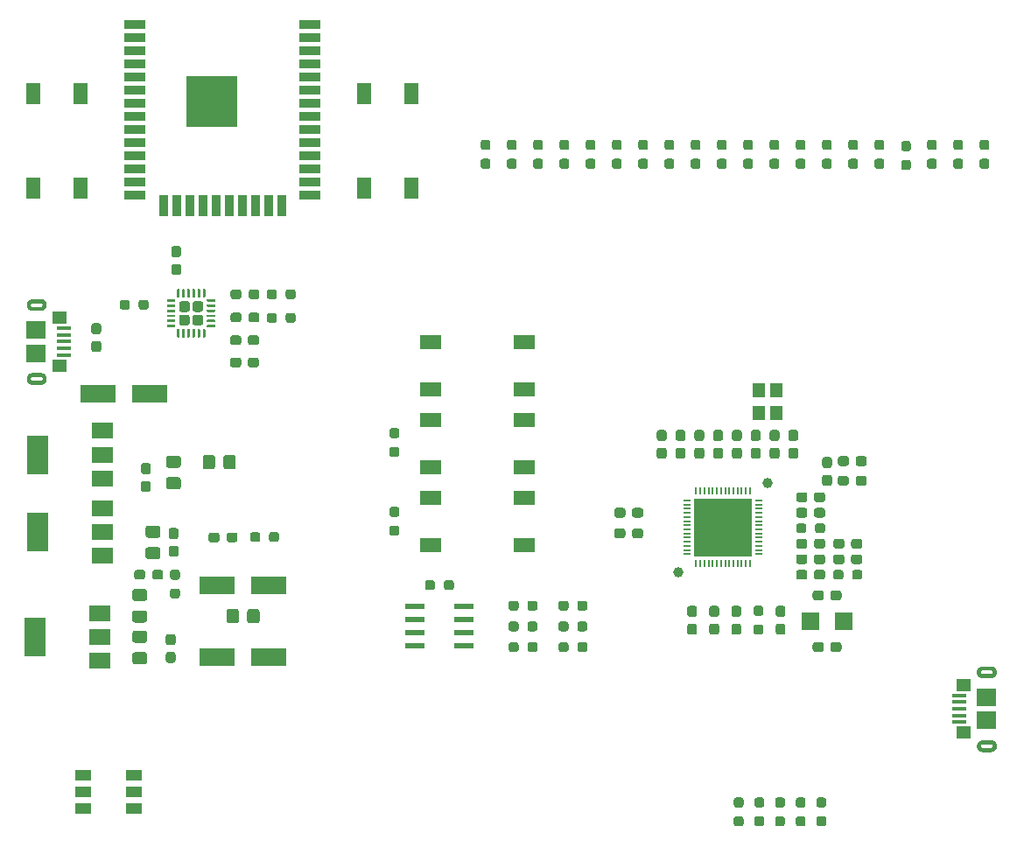
<source format=gbr>
%TF.GenerationSoftware,KiCad,Pcbnew,(5.1.12)-1*%
%TF.CreationDate,2022-03-24T17:22:38-05:00*%
%TF.ProjectId,Psoc-CTF,50736f63-2d43-4544-962e-6b696361645f,rev?*%
%TF.SameCoordinates,Original*%
%TF.FileFunction,Paste,Top*%
%TF.FilePolarity,Positive*%
%FSLAX46Y46*%
G04 Gerber Fmt 4.6, Leading zero omitted, Abs format (unit mm)*
G04 Created by KiCad (PCBNEW (5.1.12)-1) date 2022-03-24 17:22:38*
%MOMM*%
%LPD*%
G01*
G04 APERTURE LIST*
%ADD10C,0.001000*%
%ADD11C,1.000000*%
%ADD12R,5.700000X5.700000*%
%ADD13O,0.200000X0.800000*%
%ADD14O,0.800000X0.200000*%
%ADD15R,2.000000X1.500000*%
%ADD16R,2.000000X3.800000*%
%ADD17R,1.900000X1.750000*%
%ADD18R,1.450000X1.150000*%
%ADD19R,1.400000X0.400000*%
%ADD20R,3.500000X1.800000*%
%ADD21R,2.100000X1.400000*%
%ADD22R,1.500000X1.000000*%
%ADD23R,1.750000X1.800000*%
%ADD24R,1.200000X1.400000*%
%ADD25R,1.981200X0.558800*%
%ADD26R,2.000000X0.900000*%
%ADD27R,0.900000X2.000000*%
%ADD28R,5.000000X5.000000*%
%ADD29R,1.400000X2.100000*%
G04 APERTURE END LIST*
D10*
%TO.C,J12*%
G36*
X116998000Y-82601000D02*
G01*
X116598000Y-82601000D01*
X116586000Y-82601000D01*
X116574000Y-82600000D01*
X116563000Y-82598000D01*
X116551000Y-82596000D01*
X116540000Y-82593000D01*
X116528000Y-82590000D01*
X116517000Y-82586000D01*
X116506000Y-82582000D01*
X116496000Y-82576000D01*
X116485000Y-82571000D01*
X116475000Y-82565000D01*
X116466000Y-82558000D01*
X116456000Y-82551000D01*
X116447000Y-82543000D01*
X116439000Y-82535000D01*
X116431000Y-82527000D01*
X116423000Y-82518000D01*
X116416000Y-82508000D01*
X116409000Y-82499000D01*
X116403000Y-82489000D01*
X116398000Y-82478000D01*
X116392000Y-82468000D01*
X116388000Y-82457000D01*
X116384000Y-82446000D01*
X116381000Y-82434000D01*
X116378000Y-82423000D01*
X116376000Y-82411000D01*
X116374000Y-82400000D01*
X116373000Y-82388000D01*
X116373000Y-82376000D01*
X116373000Y-82364000D01*
X116374000Y-82352000D01*
X116376000Y-82341000D01*
X116378000Y-82329000D01*
X116381000Y-82318000D01*
X116384000Y-82306000D01*
X116388000Y-82295000D01*
X116392000Y-82284000D01*
X116398000Y-82274000D01*
X116403000Y-82264000D01*
X116409000Y-82253000D01*
X116416000Y-82244000D01*
X116423000Y-82234000D01*
X116431000Y-82225000D01*
X116439000Y-82217000D01*
X116447000Y-82209000D01*
X116456000Y-82201000D01*
X116466000Y-82194000D01*
X116475000Y-82187000D01*
X116486000Y-82181000D01*
X116496000Y-82176000D01*
X116506000Y-82170000D01*
X116517000Y-82166000D01*
X116528000Y-82162000D01*
X116540000Y-82159000D01*
X116551000Y-82156000D01*
X116563000Y-82154000D01*
X116574000Y-82152000D01*
X116586000Y-82151000D01*
X116598000Y-82151000D01*
X116998000Y-82151000D01*
X116998000Y-81851000D01*
X116648000Y-81851000D01*
X116623000Y-81850000D01*
X116594000Y-81851000D01*
X116565000Y-81853000D01*
X116537000Y-81857000D01*
X116509000Y-81862000D01*
X116481000Y-81869000D01*
X116453000Y-81877000D01*
X116426000Y-81887000D01*
X116399000Y-81898000D01*
X116373000Y-81910000D01*
X116348000Y-81924000D01*
X116323000Y-81939000D01*
X116299000Y-81956000D01*
X116277000Y-81973000D01*
X116255000Y-81992000D01*
X116234000Y-82012000D01*
X116214000Y-82033000D01*
X116195000Y-82055000D01*
X116178000Y-82077000D01*
X116161000Y-82101000D01*
X116146000Y-82126000D01*
X116132000Y-82151000D01*
X116120000Y-82177000D01*
X116109000Y-82204000D01*
X116099000Y-82231000D01*
X116091000Y-82259000D01*
X116084000Y-82287000D01*
X116079000Y-82315000D01*
X116075000Y-82343000D01*
X116073000Y-82376000D01*
X116074000Y-82403000D01*
X116076000Y-82431000D01*
X116079000Y-82458000D01*
X116084000Y-82485000D01*
X116091000Y-82512000D01*
X116099000Y-82538000D01*
X116108000Y-82564000D01*
X116118000Y-82590000D01*
X116130000Y-82614000D01*
X116143000Y-82638000D01*
X116158000Y-82662000D01*
X116173000Y-82685000D01*
X116190000Y-82706000D01*
X116208000Y-82727000D01*
X116227000Y-82747000D01*
X116247000Y-82766000D01*
X116268000Y-82784000D01*
X116289000Y-82801000D01*
X116312000Y-82816000D01*
X116335000Y-82831000D01*
X116360000Y-82844000D01*
X116384000Y-82856000D01*
X116410000Y-82866000D01*
X116436000Y-82875000D01*
X116462000Y-82883000D01*
X116489000Y-82890000D01*
X116516000Y-82895000D01*
X116543000Y-82898000D01*
X116571000Y-82900000D01*
X116598000Y-82901000D01*
X116998000Y-82901000D01*
X116998000Y-82601000D01*
G37*
X116998000Y-82601000D02*
X116598000Y-82601000D01*
X116586000Y-82601000D01*
X116574000Y-82600000D01*
X116563000Y-82598000D01*
X116551000Y-82596000D01*
X116540000Y-82593000D01*
X116528000Y-82590000D01*
X116517000Y-82586000D01*
X116506000Y-82582000D01*
X116496000Y-82576000D01*
X116485000Y-82571000D01*
X116475000Y-82565000D01*
X116466000Y-82558000D01*
X116456000Y-82551000D01*
X116447000Y-82543000D01*
X116439000Y-82535000D01*
X116431000Y-82527000D01*
X116423000Y-82518000D01*
X116416000Y-82508000D01*
X116409000Y-82499000D01*
X116403000Y-82489000D01*
X116398000Y-82478000D01*
X116392000Y-82468000D01*
X116388000Y-82457000D01*
X116384000Y-82446000D01*
X116381000Y-82434000D01*
X116378000Y-82423000D01*
X116376000Y-82411000D01*
X116374000Y-82400000D01*
X116373000Y-82388000D01*
X116373000Y-82376000D01*
X116373000Y-82364000D01*
X116374000Y-82352000D01*
X116376000Y-82341000D01*
X116378000Y-82329000D01*
X116381000Y-82318000D01*
X116384000Y-82306000D01*
X116388000Y-82295000D01*
X116392000Y-82284000D01*
X116398000Y-82274000D01*
X116403000Y-82264000D01*
X116409000Y-82253000D01*
X116416000Y-82244000D01*
X116423000Y-82234000D01*
X116431000Y-82225000D01*
X116439000Y-82217000D01*
X116447000Y-82209000D01*
X116456000Y-82201000D01*
X116466000Y-82194000D01*
X116475000Y-82187000D01*
X116486000Y-82181000D01*
X116496000Y-82176000D01*
X116506000Y-82170000D01*
X116517000Y-82166000D01*
X116528000Y-82162000D01*
X116540000Y-82159000D01*
X116551000Y-82156000D01*
X116563000Y-82154000D01*
X116574000Y-82152000D01*
X116586000Y-82151000D01*
X116598000Y-82151000D01*
X116998000Y-82151000D01*
X116998000Y-81851000D01*
X116648000Y-81851000D01*
X116623000Y-81850000D01*
X116594000Y-81851000D01*
X116565000Y-81853000D01*
X116537000Y-81857000D01*
X116509000Y-81862000D01*
X116481000Y-81869000D01*
X116453000Y-81877000D01*
X116426000Y-81887000D01*
X116399000Y-81898000D01*
X116373000Y-81910000D01*
X116348000Y-81924000D01*
X116323000Y-81939000D01*
X116299000Y-81956000D01*
X116277000Y-81973000D01*
X116255000Y-81992000D01*
X116234000Y-82012000D01*
X116214000Y-82033000D01*
X116195000Y-82055000D01*
X116178000Y-82077000D01*
X116161000Y-82101000D01*
X116146000Y-82126000D01*
X116132000Y-82151000D01*
X116120000Y-82177000D01*
X116109000Y-82204000D01*
X116099000Y-82231000D01*
X116091000Y-82259000D01*
X116084000Y-82287000D01*
X116079000Y-82315000D01*
X116075000Y-82343000D01*
X116073000Y-82376000D01*
X116074000Y-82403000D01*
X116076000Y-82431000D01*
X116079000Y-82458000D01*
X116084000Y-82485000D01*
X116091000Y-82512000D01*
X116099000Y-82538000D01*
X116108000Y-82564000D01*
X116118000Y-82590000D01*
X116130000Y-82614000D01*
X116143000Y-82638000D01*
X116158000Y-82662000D01*
X116173000Y-82685000D01*
X116190000Y-82706000D01*
X116208000Y-82727000D01*
X116227000Y-82747000D01*
X116247000Y-82766000D01*
X116268000Y-82784000D01*
X116289000Y-82801000D01*
X116312000Y-82816000D01*
X116335000Y-82831000D01*
X116360000Y-82844000D01*
X116384000Y-82856000D01*
X116410000Y-82866000D01*
X116436000Y-82875000D01*
X116462000Y-82883000D01*
X116489000Y-82890000D01*
X116516000Y-82895000D01*
X116543000Y-82898000D01*
X116571000Y-82900000D01*
X116598000Y-82901000D01*
X116998000Y-82901000D01*
X116998000Y-82601000D01*
G36*
X116998000Y-82151000D02*
G01*
X117398000Y-82151000D01*
X117410000Y-82151000D01*
X117422000Y-82152000D01*
X117433000Y-82154000D01*
X117445000Y-82156000D01*
X117456000Y-82159000D01*
X117468000Y-82162000D01*
X117479000Y-82166000D01*
X117490000Y-82170000D01*
X117500000Y-82176000D01*
X117510000Y-82181000D01*
X117521000Y-82187000D01*
X117530000Y-82194000D01*
X117540000Y-82201000D01*
X117549000Y-82209000D01*
X117557000Y-82217000D01*
X117565000Y-82225000D01*
X117573000Y-82234000D01*
X117580000Y-82244000D01*
X117587000Y-82253000D01*
X117593000Y-82264000D01*
X117598000Y-82274000D01*
X117604000Y-82284000D01*
X117608000Y-82295000D01*
X117612000Y-82306000D01*
X117615000Y-82318000D01*
X117618000Y-82329000D01*
X117620000Y-82341000D01*
X117622000Y-82352000D01*
X117623000Y-82364000D01*
X117623000Y-82376000D01*
X117623000Y-82388000D01*
X117622000Y-82400000D01*
X117620000Y-82411000D01*
X117618000Y-82423000D01*
X117615000Y-82434000D01*
X117612000Y-82446000D01*
X117608000Y-82457000D01*
X117604000Y-82468000D01*
X117598000Y-82478000D01*
X117593000Y-82489000D01*
X117587000Y-82499000D01*
X117580000Y-82508000D01*
X117573000Y-82518000D01*
X117565000Y-82527000D01*
X117557000Y-82535000D01*
X117549000Y-82543000D01*
X117540000Y-82551000D01*
X117530000Y-82558000D01*
X117521000Y-82565000D01*
X117511000Y-82571000D01*
X117500000Y-82576000D01*
X117490000Y-82582000D01*
X117479000Y-82586000D01*
X117468000Y-82590000D01*
X117456000Y-82593000D01*
X117445000Y-82596000D01*
X117433000Y-82598000D01*
X117422000Y-82600000D01*
X117410000Y-82601000D01*
X117398000Y-82601000D01*
X116998000Y-82601000D01*
X116998000Y-82901000D01*
X117348000Y-82901000D01*
X117373000Y-82902000D01*
X117402000Y-82901000D01*
X117431000Y-82899000D01*
X117459000Y-82895000D01*
X117487000Y-82890000D01*
X117515000Y-82883000D01*
X117543000Y-82875000D01*
X117570000Y-82865000D01*
X117597000Y-82854000D01*
X117623000Y-82842000D01*
X117648000Y-82828000D01*
X117673000Y-82813000D01*
X117697000Y-82796000D01*
X117719000Y-82779000D01*
X117741000Y-82760000D01*
X117762000Y-82740000D01*
X117782000Y-82719000D01*
X117801000Y-82697000D01*
X117818000Y-82675000D01*
X117835000Y-82651000D01*
X117850000Y-82626000D01*
X117864000Y-82601000D01*
X117876000Y-82575000D01*
X117887000Y-82548000D01*
X117897000Y-82521000D01*
X117905000Y-82493000D01*
X117912000Y-82465000D01*
X117917000Y-82437000D01*
X117921000Y-82409000D01*
X117923000Y-82376000D01*
X117922000Y-82349000D01*
X117920000Y-82321000D01*
X117917000Y-82294000D01*
X117912000Y-82267000D01*
X117905000Y-82240000D01*
X117897000Y-82214000D01*
X117888000Y-82188000D01*
X117878000Y-82162000D01*
X117866000Y-82138000D01*
X117853000Y-82114000D01*
X117838000Y-82090000D01*
X117823000Y-82067000D01*
X117806000Y-82046000D01*
X117788000Y-82025000D01*
X117769000Y-82005000D01*
X117749000Y-81986000D01*
X117728000Y-81968000D01*
X117707000Y-81951000D01*
X117684000Y-81936000D01*
X117660000Y-81921000D01*
X117636000Y-81908000D01*
X117612000Y-81896000D01*
X117586000Y-81886000D01*
X117560000Y-81877000D01*
X117534000Y-81869000D01*
X117507000Y-81862000D01*
X117480000Y-81857000D01*
X117453000Y-81854000D01*
X117425000Y-81852000D01*
X117398000Y-81851000D01*
X116998000Y-81851000D01*
X116998000Y-82151000D01*
G37*
X116998000Y-82151000D02*
X117398000Y-82151000D01*
X117410000Y-82151000D01*
X117422000Y-82152000D01*
X117433000Y-82154000D01*
X117445000Y-82156000D01*
X117456000Y-82159000D01*
X117468000Y-82162000D01*
X117479000Y-82166000D01*
X117490000Y-82170000D01*
X117500000Y-82176000D01*
X117510000Y-82181000D01*
X117521000Y-82187000D01*
X117530000Y-82194000D01*
X117540000Y-82201000D01*
X117549000Y-82209000D01*
X117557000Y-82217000D01*
X117565000Y-82225000D01*
X117573000Y-82234000D01*
X117580000Y-82244000D01*
X117587000Y-82253000D01*
X117593000Y-82264000D01*
X117598000Y-82274000D01*
X117604000Y-82284000D01*
X117608000Y-82295000D01*
X117612000Y-82306000D01*
X117615000Y-82318000D01*
X117618000Y-82329000D01*
X117620000Y-82341000D01*
X117622000Y-82352000D01*
X117623000Y-82364000D01*
X117623000Y-82376000D01*
X117623000Y-82388000D01*
X117622000Y-82400000D01*
X117620000Y-82411000D01*
X117618000Y-82423000D01*
X117615000Y-82434000D01*
X117612000Y-82446000D01*
X117608000Y-82457000D01*
X117604000Y-82468000D01*
X117598000Y-82478000D01*
X117593000Y-82489000D01*
X117587000Y-82499000D01*
X117580000Y-82508000D01*
X117573000Y-82518000D01*
X117565000Y-82527000D01*
X117557000Y-82535000D01*
X117549000Y-82543000D01*
X117540000Y-82551000D01*
X117530000Y-82558000D01*
X117521000Y-82565000D01*
X117511000Y-82571000D01*
X117500000Y-82576000D01*
X117490000Y-82582000D01*
X117479000Y-82586000D01*
X117468000Y-82590000D01*
X117456000Y-82593000D01*
X117445000Y-82596000D01*
X117433000Y-82598000D01*
X117422000Y-82600000D01*
X117410000Y-82601000D01*
X117398000Y-82601000D01*
X116998000Y-82601000D01*
X116998000Y-82901000D01*
X117348000Y-82901000D01*
X117373000Y-82902000D01*
X117402000Y-82901000D01*
X117431000Y-82899000D01*
X117459000Y-82895000D01*
X117487000Y-82890000D01*
X117515000Y-82883000D01*
X117543000Y-82875000D01*
X117570000Y-82865000D01*
X117597000Y-82854000D01*
X117623000Y-82842000D01*
X117648000Y-82828000D01*
X117673000Y-82813000D01*
X117697000Y-82796000D01*
X117719000Y-82779000D01*
X117741000Y-82760000D01*
X117762000Y-82740000D01*
X117782000Y-82719000D01*
X117801000Y-82697000D01*
X117818000Y-82675000D01*
X117835000Y-82651000D01*
X117850000Y-82626000D01*
X117864000Y-82601000D01*
X117876000Y-82575000D01*
X117887000Y-82548000D01*
X117897000Y-82521000D01*
X117905000Y-82493000D01*
X117912000Y-82465000D01*
X117917000Y-82437000D01*
X117921000Y-82409000D01*
X117923000Y-82376000D01*
X117922000Y-82349000D01*
X117920000Y-82321000D01*
X117917000Y-82294000D01*
X117912000Y-82267000D01*
X117905000Y-82240000D01*
X117897000Y-82214000D01*
X117888000Y-82188000D01*
X117878000Y-82162000D01*
X117866000Y-82138000D01*
X117853000Y-82114000D01*
X117838000Y-82090000D01*
X117823000Y-82067000D01*
X117806000Y-82046000D01*
X117788000Y-82025000D01*
X117769000Y-82005000D01*
X117749000Y-81986000D01*
X117728000Y-81968000D01*
X117707000Y-81951000D01*
X117684000Y-81936000D01*
X117660000Y-81921000D01*
X117636000Y-81908000D01*
X117612000Y-81896000D01*
X117586000Y-81886000D01*
X117560000Y-81877000D01*
X117534000Y-81869000D01*
X117507000Y-81862000D01*
X117480000Y-81857000D01*
X117453000Y-81854000D01*
X117425000Y-81852000D01*
X117398000Y-81851000D01*
X116998000Y-81851000D01*
X116998000Y-82151000D01*
G36*
X116998000Y-82602000D02*
G01*
X116598000Y-82602000D01*
X116586000Y-82602000D01*
X116574000Y-82601000D01*
X116563000Y-82599000D01*
X116551000Y-82597000D01*
X116540000Y-82594000D01*
X116528000Y-82591000D01*
X116517000Y-82587000D01*
X116506000Y-82583000D01*
X116496000Y-82577000D01*
X116486000Y-82572000D01*
X116475000Y-82566000D01*
X116466000Y-82559000D01*
X116456000Y-82552000D01*
X116447000Y-82544000D01*
X116439000Y-82536000D01*
X116431000Y-82528000D01*
X116423000Y-82519000D01*
X116416000Y-82509000D01*
X116409000Y-82500000D01*
X116403000Y-82490000D01*
X116398000Y-82479000D01*
X116392000Y-82469000D01*
X116388000Y-82458000D01*
X116384000Y-82447000D01*
X116381000Y-82435000D01*
X116378000Y-82424000D01*
X116376000Y-82412000D01*
X116374000Y-82401000D01*
X116373000Y-82389000D01*
X116373000Y-82377000D01*
X116373000Y-82365000D01*
X116374000Y-82353000D01*
X116376000Y-82342000D01*
X116378000Y-82330000D01*
X116381000Y-82319000D01*
X116384000Y-82307000D01*
X116388000Y-82296000D01*
X116392000Y-82285000D01*
X116398000Y-82275000D01*
X116403000Y-82264000D01*
X116409000Y-82254000D01*
X116416000Y-82245000D01*
X116423000Y-82235000D01*
X116431000Y-82226000D01*
X116439000Y-82218000D01*
X116447000Y-82210000D01*
X116456000Y-82202000D01*
X116466000Y-82195000D01*
X116475000Y-82188000D01*
X116486000Y-82182000D01*
X116496000Y-82177000D01*
X116506000Y-82171000D01*
X116517000Y-82167000D01*
X116528000Y-82163000D01*
X116540000Y-82160000D01*
X116551000Y-82157000D01*
X116563000Y-82155000D01*
X116574000Y-82153000D01*
X116586000Y-82152000D01*
X116598000Y-82152000D01*
X116998000Y-82152000D01*
X116998000Y-81852000D01*
X116643000Y-81852000D01*
X116611000Y-81852000D01*
X116582000Y-81853000D01*
X116554000Y-81856000D01*
X116525000Y-81860000D01*
X116497000Y-81866000D01*
X116469000Y-81873000D01*
X116442000Y-81881000D01*
X116415000Y-81891000D01*
X116389000Y-81903000D01*
X116363000Y-81916000D01*
X116338000Y-81930000D01*
X116314000Y-81945000D01*
X116291000Y-81962000D01*
X116268000Y-81980000D01*
X116247000Y-81999000D01*
X116226000Y-82019000D01*
X116207000Y-82040000D01*
X116189000Y-82062000D01*
X116172000Y-82085000D01*
X116156000Y-82109000D01*
X116141000Y-82134000D01*
X116128000Y-82159000D01*
X116116000Y-82185000D01*
X116106000Y-82212000D01*
X116096000Y-82239000D01*
X116089000Y-82267000D01*
X116083000Y-82295000D01*
X116078000Y-82323000D01*
X116075000Y-82352000D01*
X116073000Y-82377000D01*
X116074000Y-82404000D01*
X116076000Y-82432000D01*
X116079000Y-82459000D01*
X116084000Y-82486000D01*
X116091000Y-82513000D01*
X116099000Y-82539000D01*
X116108000Y-82565000D01*
X116118000Y-82591000D01*
X116130000Y-82615000D01*
X116143000Y-82639000D01*
X116158000Y-82663000D01*
X116173000Y-82686000D01*
X116190000Y-82707000D01*
X116208000Y-82728000D01*
X116227000Y-82748000D01*
X116247000Y-82767000D01*
X116268000Y-82785000D01*
X116289000Y-82802000D01*
X116312000Y-82817000D01*
X116335000Y-82832000D01*
X116360000Y-82845000D01*
X116384000Y-82857000D01*
X116410000Y-82867000D01*
X116436000Y-82876000D01*
X116462000Y-82884000D01*
X116489000Y-82891000D01*
X116516000Y-82896000D01*
X116543000Y-82899000D01*
X116571000Y-82901000D01*
X116598000Y-82902000D01*
X116998000Y-82902000D01*
X116998000Y-82602000D01*
G37*
X116998000Y-82602000D02*
X116598000Y-82602000D01*
X116586000Y-82602000D01*
X116574000Y-82601000D01*
X116563000Y-82599000D01*
X116551000Y-82597000D01*
X116540000Y-82594000D01*
X116528000Y-82591000D01*
X116517000Y-82587000D01*
X116506000Y-82583000D01*
X116496000Y-82577000D01*
X116486000Y-82572000D01*
X116475000Y-82566000D01*
X116466000Y-82559000D01*
X116456000Y-82552000D01*
X116447000Y-82544000D01*
X116439000Y-82536000D01*
X116431000Y-82528000D01*
X116423000Y-82519000D01*
X116416000Y-82509000D01*
X116409000Y-82500000D01*
X116403000Y-82490000D01*
X116398000Y-82479000D01*
X116392000Y-82469000D01*
X116388000Y-82458000D01*
X116384000Y-82447000D01*
X116381000Y-82435000D01*
X116378000Y-82424000D01*
X116376000Y-82412000D01*
X116374000Y-82401000D01*
X116373000Y-82389000D01*
X116373000Y-82377000D01*
X116373000Y-82365000D01*
X116374000Y-82353000D01*
X116376000Y-82342000D01*
X116378000Y-82330000D01*
X116381000Y-82319000D01*
X116384000Y-82307000D01*
X116388000Y-82296000D01*
X116392000Y-82285000D01*
X116398000Y-82275000D01*
X116403000Y-82264000D01*
X116409000Y-82254000D01*
X116416000Y-82245000D01*
X116423000Y-82235000D01*
X116431000Y-82226000D01*
X116439000Y-82218000D01*
X116447000Y-82210000D01*
X116456000Y-82202000D01*
X116466000Y-82195000D01*
X116475000Y-82188000D01*
X116486000Y-82182000D01*
X116496000Y-82177000D01*
X116506000Y-82171000D01*
X116517000Y-82167000D01*
X116528000Y-82163000D01*
X116540000Y-82160000D01*
X116551000Y-82157000D01*
X116563000Y-82155000D01*
X116574000Y-82153000D01*
X116586000Y-82152000D01*
X116598000Y-82152000D01*
X116998000Y-82152000D01*
X116998000Y-81852000D01*
X116643000Y-81852000D01*
X116611000Y-81852000D01*
X116582000Y-81853000D01*
X116554000Y-81856000D01*
X116525000Y-81860000D01*
X116497000Y-81866000D01*
X116469000Y-81873000D01*
X116442000Y-81881000D01*
X116415000Y-81891000D01*
X116389000Y-81903000D01*
X116363000Y-81916000D01*
X116338000Y-81930000D01*
X116314000Y-81945000D01*
X116291000Y-81962000D01*
X116268000Y-81980000D01*
X116247000Y-81999000D01*
X116226000Y-82019000D01*
X116207000Y-82040000D01*
X116189000Y-82062000D01*
X116172000Y-82085000D01*
X116156000Y-82109000D01*
X116141000Y-82134000D01*
X116128000Y-82159000D01*
X116116000Y-82185000D01*
X116106000Y-82212000D01*
X116096000Y-82239000D01*
X116089000Y-82267000D01*
X116083000Y-82295000D01*
X116078000Y-82323000D01*
X116075000Y-82352000D01*
X116073000Y-82377000D01*
X116074000Y-82404000D01*
X116076000Y-82432000D01*
X116079000Y-82459000D01*
X116084000Y-82486000D01*
X116091000Y-82513000D01*
X116099000Y-82539000D01*
X116108000Y-82565000D01*
X116118000Y-82591000D01*
X116130000Y-82615000D01*
X116143000Y-82639000D01*
X116158000Y-82663000D01*
X116173000Y-82686000D01*
X116190000Y-82707000D01*
X116208000Y-82728000D01*
X116227000Y-82748000D01*
X116247000Y-82767000D01*
X116268000Y-82785000D01*
X116289000Y-82802000D01*
X116312000Y-82817000D01*
X116335000Y-82832000D01*
X116360000Y-82845000D01*
X116384000Y-82857000D01*
X116410000Y-82867000D01*
X116436000Y-82876000D01*
X116462000Y-82884000D01*
X116489000Y-82891000D01*
X116516000Y-82896000D01*
X116543000Y-82899000D01*
X116571000Y-82901000D01*
X116598000Y-82902000D01*
X116998000Y-82902000D01*
X116998000Y-82602000D01*
G36*
X116998000Y-82152000D02*
G01*
X117398000Y-82152000D01*
X117410000Y-82152000D01*
X117422000Y-82153000D01*
X117433000Y-82155000D01*
X117445000Y-82157000D01*
X117456000Y-82160000D01*
X117468000Y-82163000D01*
X117479000Y-82167000D01*
X117490000Y-82171000D01*
X117500000Y-82177000D01*
X117510000Y-82182000D01*
X117521000Y-82188000D01*
X117530000Y-82195000D01*
X117540000Y-82202000D01*
X117549000Y-82210000D01*
X117557000Y-82218000D01*
X117565000Y-82226000D01*
X117573000Y-82235000D01*
X117580000Y-82245000D01*
X117587000Y-82254000D01*
X117593000Y-82264000D01*
X117598000Y-82275000D01*
X117604000Y-82285000D01*
X117608000Y-82296000D01*
X117612000Y-82307000D01*
X117615000Y-82319000D01*
X117618000Y-82330000D01*
X117620000Y-82342000D01*
X117622000Y-82353000D01*
X117623000Y-82365000D01*
X117623000Y-82377000D01*
X117623000Y-82389000D01*
X117622000Y-82401000D01*
X117620000Y-82412000D01*
X117618000Y-82424000D01*
X117615000Y-82435000D01*
X117612000Y-82447000D01*
X117608000Y-82458000D01*
X117604000Y-82469000D01*
X117598000Y-82479000D01*
X117593000Y-82490000D01*
X117587000Y-82500000D01*
X117580000Y-82509000D01*
X117573000Y-82519000D01*
X117565000Y-82528000D01*
X117557000Y-82536000D01*
X117549000Y-82544000D01*
X117540000Y-82552000D01*
X117530000Y-82559000D01*
X117521000Y-82566000D01*
X117510000Y-82572000D01*
X117500000Y-82577000D01*
X117490000Y-82583000D01*
X117479000Y-82587000D01*
X117468000Y-82591000D01*
X117456000Y-82594000D01*
X117445000Y-82597000D01*
X117433000Y-82599000D01*
X117422000Y-82601000D01*
X117410000Y-82602000D01*
X117398000Y-82602000D01*
X116998000Y-82602000D01*
X116998000Y-82902000D01*
X117353000Y-82902000D01*
X117385000Y-82902000D01*
X117414000Y-82901000D01*
X117442000Y-82898000D01*
X117471000Y-82894000D01*
X117499000Y-82888000D01*
X117527000Y-82881000D01*
X117554000Y-82873000D01*
X117581000Y-82863000D01*
X117607000Y-82851000D01*
X117633000Y-82838000D01*
X117658000Y-82824000D01*
X117682000Y-82809000D01*
X117705000Y-82792000D01*
X117728000Y-82774000D01*
X117749000Y-82755000D01*
X117770000Y-82735000D01*
X117789000Y-82714000D01*
X117807000Y-82692000D01*
X117824000Y-82669000D01*
X117840000Y-82645000D01*
X117855000Y-82620000D01*
X117868000Y-82595000D01*
X117880000Y-82569000D01*
X117890000Y-82542000D01*
X117900000Y-82515000D01*
X117907000Y-82487000D01*
X117913000Y-82459000D01*
X117918000Y-82431000D01*
X117921000Y-82402000D01*
X117923000Y-82377000D01*
X117922000Y-82350000D01*
X117920000Y-82322000D01*
X117917000Y-82295000D01*
X117912000Y-82268000D01*
X117905000Y-82241000D01*
X117897000Y-82215000D01*
X117888000Y-82189000D01*
X117878000Y-82163000D01*
X117866000Y-82139000D01*
X117853000Y-82115000D01*
X117838000Y-82091000D01*
X117823000Y-82068000D01*
X117806000Y-82047000D01*
X117788000Y-82026000D01*
X117769000Y-82006000D01*
X117749000Y-81987000D01*
X117728000Y-81969000D01*
X117707000Y-81952000D01*
X117684000Y-81937000D01*
X117661000Y-81922000D01*
X117636000Y-81909000D01*
X117612000Y-81897000D01*
X117586000Y-81887000D01*
X117560000Y-81878000D01*
X117534000Y-81870000D01*
X117507000Y-81863000D01*
X117480000Y-81858000D01*
X117453000Y-81855000D01*
X117425000Y-81853000D01*
X117398000Y-81852000D01*
X116998000Y-81852000D01*
X116998000Y-82152000D01*
G37*
X116998000Y-82152000D02*
X117398000Y-82152000D01*
X117410000Y-82152000D01*
X117422000Y-82153000D01*
X117433000Y-82155000D01*
X117445000Y-82157000D01*
X117456000Y-82160000D01*
X117468000Y-82163000D01*
X117479000Y-82167000D01*
X117490000Y-82171000D01*
X117500000Y-82177000D01*
X117510000Y-82182000D01*
X117521000Y-82188000D01*
X117530000Y-82195000D01*
X117540000Y-82202000D01*
X117549000Y-82210000D01*
X117557000Y-82218000D01*
X117565000Y-82226000D01*
X117573000Y-82235000D01*
X117580000Y-82245000D01*
X117587000Y-82254000D01*
X117593000Y-82264000D01*
X117598000Y-82275000D01*
X117604000Y-82285000D01*
X117608000Y-82296000D01*
X117612000Y-82307000D01*
X117615000Y-82319000D01*
X117618000Y-82330000D01*
X117620000Y-82342000D01*
X117622000Y-82353000D01*
X117623000Y-82365000D01*
X117623000Y-82377000D01*
X117623000Y-82389000D01*
X117622000Y-82401000D01*
X117620000Y-82412000D01*
X117618000Y-82424000D01*
X117615000Y-82435000D01*
X117612000Y-82447000D01*
X117608000Y-82458000D01*
X117604000Y-82469000D01*
X117598000Y-82479000D01*
X117593000Y-82490000D01*
X117587000Y-82500000D01*
X117580000Y-82509000D01*
X117573000Y-82519000D01*
X117565000Y-82528000D01*
X117557000Y-82536000D01*
X117549000Y-82544000D01*
X117540000Y-82552000D01*
X117530000Y-82559000D01*
X117521000Y-82566000D01*
X117510000Y-82572000D01*
X117500000Y-82577000D01*
X117490000Y-82583000D01*
X117479000Y-82587000D01*
X117468000Y-82591000D01*
X117456000Y-82594000D01*
X117445000Y-82597000D01*
X117433000Y-82599000D01*
X117422000Y-82601000D01*
X117410000Y-82602000D01*
X117398000Y-82602000D01*
X116998000Y-82602000D01*
X116998000Y-82902000D01*
X117353000Y-82902000D01*
X117385000Y-82902000D01*
X117414000Y-82901000D01*
X117442000Y-82898000D01*
X117471000Y-82894000D01*
X117499000Y-82888000D01*
X117527000Y-82881000D01*
X117554000Y-82873000D01*
X117581000Y-82863000D01*
X117607000Y-82851000D01*
X117633000Y-82838000D01*
X117658000Y-82824000D01*
X117682000Y-82809000D01*
X117705000Y-82792000D01*
X117728000Y-82774000D01*
X117749000Y-82755000D01*
X117770000Y-82735000D01*
X117789000Y-82714000D01*
X117807000Y-82692000D01*
X117824000Y-82669000D01*
X117840000Y-82645000D01*
X117855000Y-82620000D01*
X117868000Y-82595000D01*
X117880000Y-82569000D01*
X117890000Y-82542000D01*
X117900000Y-82515000D01*
X117907000Y-82487000D01*
X117913000Y-82459000D01*
X117918000Y-82431000D01*
X117921000Y-82402000D01*
X117923000Y-82377000D01*
X117922000Y-82350000D01*
X117920000Y-82322000D01*
X117917000Y-82295000D01*
X117912000Y-82268000D01*
X117905000Y-82241000D01*
X117897000Y-82215000D01*
X117888000Y-82189000D01*
X117878000Y-82163000D01*
X117866000Y-82139000D01*
X117853000Y-82115000D01*
X117838000Y-82091000D01*
X117823000Y-82068000D01*
X117806000Y-82047000D01*
X117788000Y-82026000D01*
X117769000Y-82006000D01*
X117749000Y-81987000D01*
X117728000Y-81969000D01*
X117707000Y-81952000D01*
X117684000Y-81937000D01*
X117661000Y-81922000D01*
X117636000Y-81909000D01*
X117612000Y-81897000D01*
X117586000Y-81887000D01*
X117560000Y-81878000D01*
X117534000Y-81870000D01*
X117507000Y-81863000D01*
X117480000Y-81858000D01*
X117453000Y-81855000D01*
X117425000Y-81853000D01*
X117398000Y-81852000D01*
X116998000Y-81852000D01*
X116998000Y-82152000D01*
G36*
X116998000Y-75451000D02*
G01*
X116598000Y-75451000D01*
X116586000Y-75451000D01*
X116574000Y-75450000D01*
X116563000Y-75448000D01*
X116551000Y-75446000D01*
X116540000Y-75443000D01*
X116528000Y-75440000D01*
X116517000Y-75436000D01*
X116506000Y-75432000D01*
X116496000Y-75426000D01*
X116486000Y-75421000D01*
X116475000Y-75415000D01*
X116466000Y-75408000D01*
X116456000Y-75401000D01*
X116447000Y-75393000D01*
X116439000Y-75385000D01*
X116431000Y-75377000D01*
X116423000Y-75368000D01*
X116416000Y-75358000D01*
X116409000Y-75349000D01*
X116403000Y-75338000D01*
X116398000Y-75328000D01*
X116392000Y-75318000D01*
X116388000Y-75307000D01*
X116384000Y-75296000D01*
X116381000Y-75284000D01*
X116378000Y-75273000D01*
X116376000Y-75261000D01*
X116374000Y-75250000D01*
X116373000Y-75238000D01*
X116373000Y-75226000D01*
X116373000Y-75214000D01*
X116374000Y-75202000D01*
X116376000Y-75191000D01*
X116378000Y-75179000D01*
X116381000Y-75168000D01*
X116384000Y-75156000D01*
X116388000Y-75145000D01*
X116392000Y-75134000D01*
X116398000Y-75124000D01*
X116403000Y-75113000D01*
X116409000Y-75103000D01*
X116416000Y-75094000D01*
X116423000Y-75084000D01*
X116431000Y-75075000D01*
X116439000Y-75067000D01*
X116447000Y-75059000D01*
X116456000Y-75051000D01*
X116466000Y-75044000D01*
X116475000Y-75037000D01*
X116485000Y-75031000D01*
X116496000Y-75026000D01*
X116506000Y-75020000D01*
X116517000Y-75016000D01*
X116528000Y-75012000D01*
X116540000Y-75009000D01*
X116551000Y-75006000D01*
X116563000Y-75004000D01*
X116574000Y-75002000D01*
X116586000Y-75001000D01*
X116598000Y-75001000D01*
X116998000Y-75001000D01*
X116998000Y-74701000D01*
X116648000Y-74701000D01*
X116623000Y-74700000D01*
X116594000Y-74701000D01*
X116565000Y-74703000D01*
X116537000Y-74707000D01*
X116509000Y-74712000D01*
X116481000Y-74719000D01*
X116453000Y-74727000D01*
X116426000Y-74737000D01*
X116399000Y-74748000D01*
X116373000Y-74760000D01*
X116348000Y-74774000D01*
X116323000Y-74789000D01*
X116299000Y-74806000D01*
X116277000Y-74823000D01*
X116255000Y-74842000D01*
X116234000Y-74862000D01*
X116214000Y-74883000D01*
X116195000Y-74905000D01*
X116178000Y-74927000D01*
X116161000Y-74951000D01*
X116146000Y-74976000D01*
X116132000Y-75001000D01*
X116120000Y-75027000D01*
X116109000Y-75054000D01*
X116099000Y-75081000D01*
X116091000Y-75109000D01*
X116084000Y-75137000D01*
X116079000Y-75165000D01*
X116075000Y-75193000D01*
X116073000Y-75226000D01*
X116074000Y-75253000D01*
X116076000Y-75281000D01*
X116079000Y-75308000D01*
X116084000Y-75335000D01*
X116091000Y-75362000D01*
X116099000Y-75388000D01*
X116108000Y-75414000D01*
X116118000Y-75440000D01*
X116130000Y-75464000D01*
X116143000Y-75488000D01*
X116158000Y-75512000D01*
X116173000Y-75535000D01*
X116190000Y-75556000D01*
X116208000Y-75577000D01*
X116227000Y-75597000D01*
X116247000Y-75616000D01*
X116268000Y-75634000D01*
X116289000Y-75651000D01*
X116312000Y-75666000D01*
X116336000Y-75681000D01*
X116360000Y-75694000D01*
X116384000Y-75706000D01*
X116410000Y-75716000D01*
X116436000Y-75725000D01*
X116462000Y-75733000D01*
X116489000Y-75740000D01*
X116516000Y-75745000D01*
X116543000Y-75748000D01*
X116571000Y-75750000D01*
X116598000Y-75751000D01*
X116998000Y-75751000D01*
X116998000Y-75451000D01*
G37*
X116998000Y-75451000D02*
X116598000Y-75451000D01*
X116586000Y-75451000D01*
X116574000Y-75450000D01*
X116563000Y-75448000D01*
X116551000Y-75446000D01*
X116540000Y-75443000D01*
X116528000Y-75440000D01*
X116517000Y-75436000D01*
X116506000Y-75432000D01*
X116496000Y-75426000D01*
X116486000Y-75421000D01*
X116475000Y-75415000D01*
X116466000Y-75408000D01*
X116456000Y-75401000D01*
X116447000Y-75393000D01*
X116439000Y-75385000D01*
X116431000Y-75377000D01*
X116423000Y-75368000D01*
X116416000Y-75358000D01*
X116409000Y-75349000D01*
X116403000Y-75338000D01*
X116398000Y-75328000D01*
X116392000Y-75318000D01*
X116388000Y-75307000D01*
X116384000Y-75296000D01*
X116381000Y-75284000D01*
X116378000Y-75273000D01*
X116376000Y-75261000D01*
X116374000Y-75250000D01*
X116373000Y-75238000D01*
X116373000Y-75226000D01*
X116373000Y-75214000D01*
X116374000Y-75202000D01*
X116376000Y-75191000D01*
X116378000Y-75179000D01*
X116381000Y-75168000D01*
X116384000Y-75156000D01*
X116388000Y-75145000D01*
X116392000Y-75134000D01*
X116398000Y-75124000D01*
X116403000Y-75113000D01*
X116409000Y-75103000D01*
X116416000Y-75094000D01*
X116423000Y-75084000D01*
X116431000Y-75075000D01*
X116439000Y-75067000D01*
X116447000Y-75059000D01*
X116456000Y-75051000D01*
X116466000Y-75044000D01*
X116475000Y-75037000D01*
X116485000Y-75031000D01*
X116496000Y-75026000D01*
X116506000Y-75020000D01*
X116517000Y-75016000D01*
X116528000Y-75012000D01*
X116540000Y-75009000D01*
X116551000Y-75006000D01*
X116563000Y-75004000D01*
X116574000Y-75002000D01*
X116586000Y-75001000D01*
X116598000Y-75001000D01*
X116998000Y-75001000D01*
X116998000Y-74701000D01*
X116648000Y-74701000D01*
X116623000Y-74700000D01*
X116594000Y-74701000D01*
X116565000Y-74703000D01*
X116537000Y-74707000D01*
X116509000Y-74712000D01*
X116481000Y-74719000D01*
X116453000Y-74727000D01*
X116426000Y-74737000D01*
X116399000Y-74748000D01*
X116373000Y-74760000D01*
X116348000Y-74774000D01*
X116323000Y-74789000D01*
X116299000Y-74806000D01*
X116277000Y-74823000D01*
X116255000Y-74842000D01*
X116234000Y-74862000D01*
X116214000Y-74883000D01*
X116195000Y-74905000D01*
X116178000Y-74927000D01*
X116161000Y-74951000D01*
X116146000Y-74976000D01*
X116132000Y-75001000D01*
X116120000Y-75027000D01*
X116109000Y-75054000D01*
X116099000Y-75081000D01*
X116091000Y-75109000D01*
X116084000Y-75137000D01*
X116079000Y-75165000D01*
X116075000Y-75193000D01*
X116073000Y-75226000D01*
X116074000Y-75253000D01*
X116076000Y-75281000D01*
X116079000Y-75308000D01*
X116084000Y-75335000D01*
X116091000Y-75362000D01*
X116099000Y-75388000D01*
X116108000Y-75414000D01*
X116118000Y-75440000D01*
X116130000Y-75464000D01*
X116143000Y-75488000D01*
X116158000Y-75512000D01*
X116173000Y-75535000D01*
X116190000Y-75556000D01*
X116208000Y-75577000D01*
X116227000Y-75597000D01*
X116247000Y-75616000D01*
X116268000Y-75634000D01*
X116289000Y-75651000D01*
X116312000Y-75666000D01*
X116336000Y-75681000D01*
X116360000Y-75694000D01*
X116384000Y-75706000D01*
X116410000Y-75716000D01*
X116436000Y-75725000D01*
X116462000Y-75733000D01*
X116489000Y-75740000D01*
X116516000Y-75745000D01*
X116543000Y-75748000D01*
X116571000Y-75750000D01*
X116598000Y-75751000D01*
X116998000Y-75751000D01*
X116998000Y-75451000D01*
G36*
X116998000Y-75001000D02*
G01*
X117398000Y-75001000D01*
X117410000Y-75001000D01*
X117422000Y-75002000D01*
X117433000Y-75004000D01*
X117445000Y-75006000D01*
X117456000Y-75009000D01*
X117468000Y-75012000D01*
X117479000Y-75016000D01*
X117490000Y-75020000D01*
X117500000Y-75026000D01*
X117511000Y-75031000D01*
X117521000Y-75037000D01*
X117530000Y-75044000D01*
X117540000Y-75051000D01*
X117549000Y-75059000D01*
X117557000Y-75067000D01*
X117565000Y-75075000D01*
X117573000Y-75084000D01*
X117580000Y-75094000D01*
X117587000Y-75103000D01*
X117593000Y-75113000D01*
X117598000Y-75124000D01*
X117604000Y-75134000D01*
X117608000Y-75145000D01*
X117612000Y-75156000D01*
X117615000Y-75168000D01*
X117618000Y-75179000D01*
X117620000Y-75191000D01*
X117622000Y-75202000D01*
X117623000Y-75214000D01*
X117623000Y-75226000D01*
X117623000Y-75238000D01*
X117622000Y-75250000D01*
X117620000Y-75261000D01*
X117618000Y-75273000D01*
X117615000Y-75284000D01*
X117612000Y-75296000D01*
X117608000Y-75307000D01*
X117604000Y-75318000D01*
X117598000Y-75328000D01*
X117593000Y-75338000D01*
X117587000Y-75349000D01*
X117580000Y-75358000D01*
X117573000Y-75368000D01*
X117565000Y-75377000D01*
X117557000Y-75385000D01*
X117549000Y-75393000D01*
X117540000Y-75401000D01*
X117530000Y-75408000D01*
X117521000Y-75415000D01*
X117510000Y-75421000D01*
X117500000Y-75426000D01*
X117490000Y-75432000D01*
X117479000Y-75436000D01*
X117468000Y-75440000D01*
X117456000Y-75443000D01*
X117445000Y-75446000D01*
X117433000Y-75448000D01*
X117422000Y-75450000D01*
X117410000Y-75451000D01*
X117398000Y-75451000D01*
X116998000Y-75451000D01*
X116998000Y-75751000D01*
X117348000Y-75751000D01*
X117373000Y-75752000D01*
X117402000Y-75751000D01*
X117431000Y-75749000D01*
X117459000Y-75745000D01*
X117487000Y-75740000D01*
X117515000Y-75733000D01*
X117543000Y-75725000D01*
X117570000Y-75715000D01*
X117597000Y-75704000D01*
X117623000Y-75692000D01*
X117648000Y-75678000D01*
X117673000Y-75663000D01*
X117697000Y-75646000D01*
X117719000Y-75629000D01*
X117741000Y-75610000D01*
X117762000Y-75590000D01*
X117782000Y-75569000D01*
X117801000Y-75547000D01*
X117818000Y-75525000D01*
X117835000Y-75501000D01*
X117850000Y-75476000D01*
X117864000Y-75451000D01*
X117876000Y-75425000D01*
X117887000Y-75398000D01*
X117897000Y-75371000D01*
X117905000Y-75343000D01*
X117912000Y-75315000D01*
X117917000Y-75287000D01*
X117921000Y-75259000D01*
X117923000Y-75226000D01*
X117922000Y-75199000D01*
X117920000Y-75171000D01*
X117917000Y-75144000D01*
X117912000Y-75117000D01*
X117905000Y-75090000D01*
X117897000Y-75064000D01*
X117888000Y-75038000D01*
X117878000Y-75012000D01*
X117866000Y-74988000D01*
X117853000Y-74964000D01*
X117838000Y-74940000D01*
X117823000Y-74917000D01*
X117806000Y-74896000D01*
X117788000Y-74875000D01*
X117769000Y-74855000D01*
X117749000Y-74836000D01*
X117728000Y-74818000D01*
X117707000Y-74801000D01*
X117684000Y-74786000D01*
X117661000Y-74771000D01*
X117636000Y-74758000D01*
X117612000Y-74746000D01*
X117586000Y-74736000D01*
X117560000Y-74727000D01*
X117534000Y-74719000D01*
X117507000Y-74712000D01*
X117480000Y-74707000D01*
X117453000Y-74704000D01*
X117425000Y-74702000D01*
X117398000Y-74701000D01*
X116998000Y-74701000D01*
X116998000Y-75001000D01*
G37*
X116998000Y-75001000D02*
X117398000Y-75001000D01*
X117410000Y-75001000D01*
X117422000Y-75002000D01*
X117433000Y-75004000D01*
X117445000Y-75006000D01*
X117456000Y-75009000D01*
X117468000Y-75012000D01*
X117479000Y-75016000D01*
X117490000Y-75020000D01*
X117500000Y-75026000D01*
X117511000Y-75031000D01*
X117521000Y-75037000D01*
X117530000Y-75044000D01*
X117540000Y-75051000D01*
X117549000Y-75059000D01*
X117557000Y-75067000D01*
X117565000Y-75075000D01*
X117573000Y-75084000D01*
X117580000Y-75094000D01*
X117587000Y-75103000D01*
X117593000Y-75113000D01*
X117598000Y-75124000D01*
X117604000Y-75134000D01*
X117608000Y-75145000D01*
X117612000Y-75156000D01*
X117615000Y-75168000D01*
X117618000Y-75179000D01*
X117620000Y-75191000D01*
X117622000Y-75202000D01*
X117623000Y-75214000D01*
X117623000Y-75226000D01*
X117623000Y-75238000D01*
X117622000Y-75250000D01*
X117620000Y-75261000D01*
X117618000Y-75273000D01*
X117615000Y-75284000D01*
X117612000Y-75296000D01*
X117608000Y-75307000D01*
X117604000Y-75318000D01*
X117598000Y-75328000D01*
X117593000Y-75338000D01*
X117587000Y-75349000D01*
X117580000Y-75358000D01*
X117573000Y-75368000D01*
X117565000Y-75377000D01*
X117557000Y-75385000D01*
X117549000Y-75393000D01*
X117540000Y-75401000D01*
X117530000Y-75408000D01*
X117521000Y-75415000D01*
X117510000Y-75421000D01*
X117500000Y-75426000D01*
X117490000Y-75432000D01*
X117479000Y-75436000D01*
X117468000Y-75440000D01*
X117456000Y-75443000D01*
X117445000Y-75446000D01*
X117433000Y-75448000D01*
X117422000Y-75450000D01*
X117410000Y-75451000D01*
X117398000Y-75451000D01*
X116998000Y-75451000D01*
X116998000Y-75751000D01*
X117348000Y-75751000D01*
X117373000Y-75752000D01*
X117402000Y-75751000D01*
X117431000Y-75749000D01*
X117459000Y-75745000D01*
X117487000Y-75740000D01*
X117515000Y-75733000D01*
X117543000Y-75725000D01*
X117570000Y-75715000D01*
X117597000Y-75704000D01*
X117623000Y-75692000D01*
X117648000Y-75678000D01*
X117673000Y-75663000D01*
X117697000Y-75646000D01*
X117719000Y-75629000D01*
X117741000Y-75610000D01*
X117762000Y-75590000D01*
X117782000Y-75569000D01*
X117801000Y-75547000D01*
X117818000Y-75525000D01*
X117835000Y-75501000D01*
X117850000Y-75476000D01*
X117864000Y-75451000D01*
X117876000Y-75425000D01*
X117887000Y-75398000D01*
X117897000Y-75371000D01*
X117905000Y-75343000D01*
X117912000Y-75315000D01*
X117917000Y-75287000D01*
X117921000Y-75259000D01*
X117923000Y-75226000D01*
X117922000Y-75199000D01*
X117920000Y-75171000D01*
X117917000Y-75144000D01*
X117912000Y-75117000D01*
X117905000Y-75090000D01*
X117897000Y-75064000D01*
X117888000Y-75038000D01*
X117878000Y-75012000D01*
X117866000Y-74988000D01*
X117853000Y-74964000D01*
X117838000Y-74940000D01*
X117823000Y-74917000D01*
X117806000Y-74896000D01*
X117788000Y-74875000D01*
X117769000Y-74855000D01*
X117749000Y-74836000D01*
X117728000Y-74818000D01*
X117707000Y-74801000D01*
X117684000Y-74786000D01*
X117661000Y-74771000D01*
X117636000Y-74758000D01*
X117612000Y-74746000D01*
X117586000Y-74736000D01*
X117560000Y-74727000D01*
X117534000Y-74719000D01*
X117507000Y-74712000D01*
X117480000Y-74707000D01*
X117453000Y-74704000D01*
X117425000Y-74702000D01*
X117398000Y-74701000D01*
X116998000Y-74701000D01*
X116998000Y-75001000D01*
G36*
X116998000Y-75452000D02*
G01*
X116598000Y-75452000D01*
X116586000Y-75452000D01*
X116574000Y-75451000D01*
X116563000Y-75449000D01*
X116551000Y-75447000D01*
X116540000Y-75444000D01*
X116528000Y-75441000D01*
X116517000Y-75437000D01*
X116506000Y-75433000D01*
X116496000Y-75427000D01*
X116485000Y-75422000D01*
X116475000Y-75416000D01*
X116466000Y-75409000D01*
X116456000Y-75402000D01*
X116447000Y-75394000D01*
X116439000Y-75386000D01*
X116431000Y-75378000D01*
X116423000Y-75369000D01*
X116416000Y-75359000D01*
X116409000Y-75350000D01*
X116403000Y-75339000D01*
X116398000Y-75329000D01*
X116392000Y-75319000D01*
X116388000Y-75308000D01*
X116384000Y-75297000D01*
X116381000Y-75285000D01*
X116378000Y-75274000D01*
X116376000Y-75262000D01*
X116374000Y-75251000D01*
X116373000Y-75239000D01*
X116373000Y-75227000D01*
X116373000Y-75215000D01*
X116374000Y-75203000D01*
X116376000Y-75192000D01*
X116378000Y-75180000D01*
X116381000Y-75169000D01*
X116384000Y-75157000D01*
X116388000Y-75146000D01*
X116392000Y-75135000D01*
X116398000Y-75125000D01*
X116403000Y-75115000D01*
X116409000Y-75104000D01*
X116416000Y-75095000D01*
X116423000Y-75085000D01*
X116431000Y-75076000D01*
X116439000Y-75068000D01*
X116447000Y-75060000D01*
X116456000Y-75052000D01*
X116466000Y-75045000D01*
X116475000Y-75038000D01*
X116486000Y-75032000D01*
X116496000Y-75027000D01*
X116506000Y-75021000D01*
X116517000Y-75017000D01*
X116528000Y-75013000D01*
X116540000Y-75010000D01*
X116551000Y-75007000D01*
X116563000Y-75005000D01*
X116574000Y-75003000D01*
X116586000Y-75002000D01*
X116598000Y-75002000D01*
X116998000Y-75002000D01*
X116998000Y-74702000D01*
X116643000Y-74702000D01*
X116611000Y-74702000D01*
X116582000Y-74703000D01*
X116554000Y-74706000D01*
X116525000Y-74710000D01*
X116497000Y-74716000D01*
X116469000Y-74723000D01*
X116442000Y-74731000D01*
X116415000Y-74741000D01*
X116389000Y-74753000D01*
X116363000Y-74766000D01*
X116338000Y-74780000D01*
X116314000Y-74795000D01*
X116291000Y-74812000D01*
X116268000Y-74830000D01*
X116247000Y-74849000D01*
X116226000Y-74869000D01*
X116207000Y-74890000D01*
X116189000Y-74912000D01*
X116172000Y-74935000D01*
X116156000Y-74959000D01*
X116141000Y-74984000D01*
X116128000Y-75009000D01*
X116116000Y-75035000D01*
X116106000Y-75062000D01*
X116096000Y-75089000D01*
X116089000Y-75117000D01*
X116083000Y-75145000D01*
X116078000Y-75173000D01*
X116075000Y-75202000D01*
X116073000Y-75227000D01*
X116074000Y-75254000D01*
X116076000Y-75282000D01*
X116079000Y-75309000D01*
X116084000Y-75336000D01*
X116091000Y-75363000D01*
X116099000Y-75389000D01*
X116108000Y-75415000D01*
X116118000Y-75441000D01*
X116130000Y-75465000D01*
X116143000Y-75490000D01*
X116158000Y-75513000D01*
X116173000Y-75536000D01*
X116190000Y-75557000D01*
X116208000Y-75578000D01*
X116227000Y-75598000D01*
X116247000Y-75617000D01*
X116268000Y-75635000D01*
X116289000Y-75652000D01*
X116312000Y-75667000D01*
X116335000Y-75682000D01*
X116360000Y-75695000D01*
X116384000Y-75707000D01*
X116410000Y-75717000D01*
X116436000Y-75726000D01*
X116462000Y-75734000D01*
X116489000Y-75741000D01*
X116516000Y-75746000D01*
X116543000Y-75749000D01*
X116571000Y-75751000D01*
X116598000Y-75752000D01*
X116998000Y-75752000D01*
X116998000Y-75452000D01*
G37*
X116998000Y-75452000D02*
X116598000Y-75452000D01*
X116586000Y-75452000D01*
X116574000Y-75451000D01*
X116563000Y-75449000D01*
X116551000Y-75447000D01*
X116540000Y-75444000D01*
X116528000Y-75441000D01*
X116517000Y-75437000D01*
X116506000Y-75433000D01*
X116496000Y-75427000D01*
X116485000Y-75422000D01*
X116475000Y-75416000D01*
X116466000Y-75409000D01*
X116456000Y-75402000D01*
X116447000Y-75394000D01*
X116439000Y-75386000D01*
X116431000Y-75378000D01*
X116423000Y-75369000D01*
X116416000Y-75359000D01*
X116409000Y-75350000D01*
X116403000Y-75339000D01*
X116398000Y-75329000D01*
X116392000Y-75319000D01*
X116388000Y-75308000D01*
X116384000Y-75297000D01*
X116381000Y-75285000D01*
X116378000Y-75274000D01*
X116376000Y-75262000D01*
X116374000Y-75251000D01*
X116373000Y-75239000D01*
X116373000Y-75227000D01*
X116373000Y-75215000D01*
X116374000Y-75203000D01*
X116376000Y-75192000D01*
X116378000Y-75180000D01*
X116381000Y-75169000D01*
X116384000Y-75157000D01*
X116388000Y-75146000D01*
X116392000Y-75135000D01*
X116398000Y-75125000D01*
X116403000Y-75115000D01*
X116409000Y-75104000D01*
X116416000Y-75095000D01*
X116423000Y-75085000D01*
X116431000Y-75076000D01*
X116439000Y-75068000D01*
X116447000Y-75060000D01*
X116456000Y-75052000D01*
X116466000Y-75045000D01*
X116475000Y-75038000D01*
X116486000Y-75032000D01*
X116496000Y-75027000D01*
X116506000Y-75021000D01*
X116517000Y-75017000D01*
X116528000Y-75013000D01*
X116540000Y-75010000D01*
X116551000Y-75007000D01*
X116563000Y-75005000D01*
X116574000Y-75003000D01*
X116586000Y-75002000D01*
X116598000Y-75002000D01*
X116998000Y-75002000D01*
X116998000Y-74702000D01*
X116643000Y-74702000D01*
X116611000Y-74702000D01*
X116582000Y-74703000D01*
X116554000Y-74706000D01*
X116525000Y-74710000D01*
X116497000Y-74716000D01*
X116469000Y-74723000D01*
X116442000Y-74731000D01*
X116415000Y-74741000D01*
X116389000Y-74753000D01*
X116363000Y-74766000D01*
X116338000Y-74780000D01*
X116314000Y-74795000D01*
X116291000Y-74812000D01*
X116268000Y-74830000D01*
X116247000Y-74849000D01*
X116226000Y-74869000D01*
X116207000Y-74890000D01*
X116189000Y-74912000D01*
X116172000Y-74935000D01*
X116156000Y-74959000D01*
X116141000Y-74984000D01*
X116128000Y-75009000D01*
X116116000Y-75035000D01*
X116106000Y-75062000D01*
X116096000Y-75089000D01*
X116089000Y-75117000D01*
X116083000Y-75145000D01*
X116078000Y-75173000D01*
X116075000Y-75202000D01*
X116073000Y-75227000D01*
X116074000Y-75254000D01*
X116076000Y-75282000D01*
X116079000Y-75309000D01*
X116084000Y-75336000D01*
X116091000Y-75363000D01*
X116099000Y-75389000D01*
X116108000Y-75415000D01*
X116118000Y-75441000D01*
X116130000Y-75465000D01*
X116143000Y-75490000D01*
X116158000Y-75513000D01*
X116173000Y-75536000D01*
X116190000Y-75557000D01*
X116208000Y-75578000D01*
X116227000Y-75598000D01*
X116247000Y-75617000D01*
X116268000Y-75635000D01*
X116289000Y-75652000D01*
X116312000Y-75667000D01*
X116335000Y-75682000D01*
X116360000Y-75695000D01*
X116384000Y-75707000D01*
X116410000Y-75717000D01*
X116436000Y-75726000D01*
X116462000Y-75734000D01*
X116489000Y-75741000D01*
X116516000Y-75746000D01*
X116543000Y-75749000D01*
X116571000Y-75751000D01*
X116598000Y-75752000D01*
X116998000Y-75752000D01*
X116998000Y-75452000D01*
G36*
X116998000Y-75002000D02*
G01*
X117398000Y-75002000D01*
X117410000Y-75002000D01*
X117422000Y-75003000D01*
X117433000Y-75005000D01*
X117445000Y-75007000D01*
X117456000Y-75010000D01*
X117468000Y-75013000D01*
X117479000Y-75017000D01*
X117490000Y-75021000D01*
X117500000Y-75027000D01*
X117510000Y-75032000D01*
X117521000Y-75038000D01*
X117530000Y-75045000D01*
X117540000Y-75052000D01*
X117549000Y-75060000D01*
X117557000Y-75068000D01*
X117565000Y-75076000D01*
X117573000Y-75085000D01*
X117580000Y-75095000D01*
X117587000Y-75104000D01*
X117593000Y-75115000D01*
X117598000Y-75125000D01*
X117604000Y-75135000D01*
X117608000Y-75146000D01*
X117612000Y-75157000D01*
X117615000Y-75169000D01*
X117618000Y-75180000D01*
X117620000Y-75192000D01*
X117622000Y-75203000D01*
X117623000Y-75215000D01*
X117623000Y-75227000D01*
X117623000Y-75239000D01*
X117622000Y-75251000D01*
X117620000Y-75262000D01*
X117618000Y-75274000D01*
X117615000Y-75285000D01*
X117612000Y-75297000D01*
X117608000Y-75308000D01*
X117604000Y-75319000D01*
X117598000Y-75329000D01*
X117593000Y-75339000D01*
X117587000Y-75350000D01*
X117580000Y-75359000D01*
X117573000Y-75369000D01*
X117565000Y-75378000D01*
X117557000Y-75386000D01*
X117549000Y-75394000D01*
X117540000Y-75402000D01*
X117530000Y-75409000D01*
X117521000Y-75416000D01*
X117511000Y-75422000D01*
X117500000Y-75427000D01*
X117490000Y-75433000D01*
X117479000Y-75437000D01*
X117468000Y-75441000D01*
X117456000Y-75444000D01*
X117445000Y-75447000D01*
X117433000Y-75449000D01*
X117422000Y-75451000D01*
X117410000Y-75452000D01*
X117398000Y-75452000D01*
X116998000Y-75452000D01*
X116998000Y-75752000D01*
X117353000Y-75752000D01*
X117385000Y-75752000D01*
X117414000Y-75751000D01*
X117442000Y-75748000D01*
X117471000Y-75744000D01*
X117499000Y-75738000D01*
X117527000Y-75731000D01*
X117554000Y-75723000D01*
X117581000Y-75713000D01*
X117607000Y-75701000D01*
X117633000Y-75688000D01*
X117658000Y-75674000D01*
X117682000Y-75659000D01*
X117705000Y-75642000D01*
X117728000Y-75624000D01*
X117749000Y-75605000D01*
X117770000Y-75585000D01*
X117789000Y-75564000D01*
X117807000Y-75542000D01*
X117824000Y-75519000D01*
X117840000Y-75495000D01*
X117855000Y-75470000D01*
X117868000Y-75445000D01*
X117880000Y-75419000D01*
X117890000Y-75392000D01*
X117900000Y-75365000D01*
X117907000Y-75337000D01*
X117913000Y-75309000D01*
X117918000Y-75281000D01*
X117921000Y-75252000D01*
X117923000Y-75227000D01*
X117922000Y-75200000D01*
X117920000Y-75172000D01*
X117917000Y-75145000D01*
X117912000Y-75118000D01*
X117905000Y-75091000D01*
X117897000Y-75065000D01*
X117888000Y-75039000D01*
X117878000Y-75013000D01*
X117866000Y-74989000D01*
X117853000Y-74964000D01*
X117838000Y-74941000D01*
X117823000Y-74918000D01*
X117806000Y-74897000D01*
X117788000Y-74876000D01*
X117769000Y-74856000D01*
X117749000Y-74837000D01*
X117728000Y-74819000D01*
X117707000Y-74802000D01*
X117684000Y-74787000D01*
X117660000Y-74772000D01*
X117636000Y-74759000D01*
X117612000Y-74747000D01*
X117586000Y-74737000D01*
X117560000Y-74728000D01*
X117534000Y-74720000D01*
X117507000Y-74713000D01*
X117480000Y-74708000D01*
X117453000Y-74705000D01*
X117425000Y-74703000D01*
X117398000Y-74702000D01*
X116998000Y-74702000D01*
X116998000Y-75002000D01*
G37*
X116998000Y-75002000D02*
X117398000Y-75002000D01*
X117410000Y-75002000D01*
X117422000Y-75003000D01*
X117433000Y-75005000D01*
X117445000Y-75007000D01*
X117456000Y-75010000D01*
X117468000Y-75013000D01*
X117479000Y-75017000D01*
X117490000Y-75021000D01*
X117500000Y-75027000D01*
X117510000Y-75032000D01*
X117521000Y-75038000D01*
X117530000Y-75045000D01*
X117540000Y-75052000D01*
X117549000Y-75060000D01*
X117557000Y-75068000D01*
X117565000Y-75076000D01*
X117573000Y-75085000D01*
X117580000Y-75095000D01*
X117587000Y-75104000D01*
X117593000Y-75115000D01*
X117598000Y-75125000D01*
X117604000Y-75135000D01*
X117608000Y-75146000D01*
X117612000Y-75157000D01*
X117615000Y-75169000D01*
X117618000Y-75180000D01*
X117620000Y-75192000D01*
X117622000Y-75203000D01*
X117623000Y-75215000D01*
X117623000Y-75227000D01*
X117623000Y-75239000D01*
X117622000Y-75251000D01*
X117620000Y-75262000D01*
X117618000Y-75274000D01*
X117615000Y-75285000D01*
X117612000Y-75297000D01*
X117608000Y-75308000D01*
X117604000Y-75319000D01*
X117598000Y-75329000D01*
X117593000Y-75339000D01*
X117587000Y-75350000D01*
X117580000Y-75359000D01*
X117573000Y-75369000D01*
X117565000Y-75378000D01*
X117557000Y-75386000D01*
X117549000Y-75394000D01*
X117540000Y-75402000D01*
X117530000Y-75409000D01*
X117521000Y-75416000D01*
X117511000Y-75422000D01*
X117500000Y-75427000D01*
X117490000Y-75433000D01*
X117479000Y-75437000D01*
X117468000Y-75441000D01*
X117456000Y-75444000D01*
X117445000Y-75447000D01*
X117433000Y-75449000D01*
X117422000Y-75451000D01*
X117410000Y-75452000D01*
X117398000Y-75452000D01*
X116998000Y-75452000D01*
X116998000Y-75752000D01*
X117353000Y-75752000D01*
X117385000Y-75752000D01*
X117414000Y-75751000D01*
X117442000Y-75748000D01*
X117471000Y-75744000D01*
X117499000Y-75738000D01*
X117527000Y-75731000D01*
X117554000Y-75723000D01*
X117581000Y-75713000D01*
X117607000Y-75701000D01*
X117633000Y-75688000D01*
X117658000Y-75674000D01*
X117682000Y-75659000D01*
X117705000Y-75642000D01*
X117728000Y-75624000D01*
X117749000Y-75605000D01*
X117770000Y-75585000D01*
X117789000Y-75564000D01*
X117807000Y-75542000D01*
X117824000Y-75519000D01*
X117840000Y-75495000D01*
X117855000Y-75470000D01*
X117868000Y-75445000D01*
X117880000Y-75419000D01*
X117890000Y-75392000D01*
X117900000Y-75365000D01*
X117907000Y-75337000D01*
X117913000Y-75309000D01*
X117918000Y-75281000D01*
X117921000Y-75252000D01*
X117923000Y-75227000D01*
X117922000Y-75200000D01*
X117920000Y-75172000D01*
X117917000Y-75145000D01*
X117912000Y-75118000D01*
X117905000Y-75091000D01*
X117897000Y-75065000D01*
X117888000Y-75039000D01*
X117878000Y-75013000D01*
X117866000Y-74989000D01*
X117853000Y-74964000D01*
X117838000Y-74941000D01*
X117823000Y-74918000D01*
X117806000Y-74897000D01*
X117788000Y-74876000D01*
X117769000Y-74856000D01*
X117749000Y-74837000D01*
X117728000Y-74819000D01*
X117707000Y-74802000D01*
X117684000Y-74787000D01*
X117660000Y-74772000D01*
X117636000Y-74759000D01*
X117612000Y-74747000D01*
X117586000Y-74737000D01*
X117560000Y-74728000D01*
X117534000Y-74720000D01*
X117507000Y-74713000D01*
X117480000Y-74708000D01*
X117453000Y-74705000D01*
X117425000Y-74703000D01*
X117398000Y-74702000D01*
X116998000Y-74702000D01*
X116998000Y-75002000D01*
%TO.C,J5*%
G36*
X208914500Y-118134999D02*
G01*
X208514500Y-118134999D01*
X208502500Y-118134999D01*
X208490500Y-118133999D01*
X208479500Y-118131999D01*
X208467500Y-118129999D01*
X208456500Y-118126999D01*
X208444500Y-118123999D01*
X208433500Y-118119999D01*
X208422500Y-118115999D01*
X208412500Y-118109999D01*
X208402500Y-118104999D01*
X208391500Y-118098999D01*
X208382500Y-118091999D01*
X208372500Y-118084999D01*
X208363500Y-118076999D01*
X208355500Y-118068999D01*
X208347500Y-118060999D01*
X208339500Y-118051999D01*
X208332500Y-118041999D01*
X208325500Y-118032999D01*
X208319500Y-118021999D01*
X208314500Y-118011999D01*
X208308500Y-118001999D01*
X208304500Y-117990999D01*
X208300500Y-117979999D01*
X208297500Y-117967999D01*
X208294500Y-117956999D01*
X208292500Y-117944999D01*
X208290500Y-117933999D01*
X208289500Y-117921999D01*
X208289500Y-117909999D01*
X208289500Y-117897999D01*
X208290500Y-117885999D01*
X208292500Y-117874999D01*
X208294500Y-117862999D01*
X208297500Y-117851999D01*
X208300500Y-117839999D01*
X208304500Y-117828999D01*
X208308500Y-117817999D01*
X208314500Y-117807999D01*
X208319500Y-117797999D01*
X208325500Y-117786999D01*
X208332500Y-117777999D01*
X208339500Y-117767999D01*
X208347500Y-117758999D01*
X208355500Y-117750999D01*
X208363500Y-117742999D01*
X208372500Y-117734999D01*
X208382500Y-117727999D01*
X208391500Y-117720999D01*
X208401500Y-117714999D01*
X208412500Y-117709999D01*
X208422500Y-117703999D01*
X208433500Y-117699999D01*
X208444500Y-117695999D01*
X208456500Y-117692999D01*
X208467500Y-117689999D01*
X208479500Y-117687999D01*
X208490500Y-117685999D01*
X208502500Y-117684999D01*
X208514500Y-117684999D01*
X208914500Y-117684999D01*
X208914500Y-117384999D01*
X208559500Y-117384999D01*
X208527500Y-117384999D01*
X208498500Y-117385999D01*
X208470500Y-117388999D01*
X208441500Y-117392999D01*
X208413500Y-117398999D01*
X208385500Y-117405999D01*
X208358500Y-117413999D01*
X208331500Y-117423999D01*
X208305500Y-117435999D01*
X208279500Y-117448999D01*
X208254500Y-117462999D01*
X208230500Y-117477999D01*
X208207500Y-117494999D01*
X208184500Y-117512999D01*
X208163500Y-117531999D01*
X208142500Y-117551999D01*
X208123500Y-117572999D01*
X208105500Y-117594999D01*
X208088500Y-117617999D01*
X208072500Y-117641999D01*
X208057500Y-117666999D01*
X208044500Y-117691999D01*
X208032500Y-117717999D01*
X208022500Y-117744999D01*
X208012500Y-117771999D01*
X208005500Y-117799999D01*
X207999500Y-117827999D01*
X207994500Y-117855999D01*
X207991500Y-117884999D01*
X207989500Y-117909999D01*
X207990500Y-117936999D01*
X207992500Y-117964999D01*
X207995500Y-117991999D01*
X208000500Y-118018999D01*
X208007500Y-118045999D01*
X208015500Y-118071999D01*
X208024500Y-118097999D01*
X208034500Y-118123999D01*
X208046500Y-118147999D01*
X208059500Y-118172999D01*
X208074500Y-118195999D01*
X208089500Y-118218999D01*
X208106500Y-118239999D01*
X208124500Y-118260999D01*
X208143500Y-118280999D01*
X208163500Y-118299999D01*
X208184500Y-118317999D01*
X208205500Y-118334999D01*
X208228500Y-118349999D01*
X208252500Y-118364999D01*
X208276500Y-118377999D01*
X208300500Y-118389999D01*
X208326500Y-118399999D01*
X208352500Y-118408999D01*
X208378500Y-118416999D01*
X208405500Y-118423999D01*
X208432500Y-118428999D01*
X208459500Y-118431999D01*
X208487500Y-118433999D01*
X208514500Y-118434999D01*
X208914500Y-118434999D01*
X208914500Y-118134999D01*
G37*
X208914500Y-118134999D02*
X208514500Y-118134999D01*
X208502500Y-118134999D01*
X208490500Y-118133999D01*
X208479500Y-118131999D01*
X208467500Y-118129999D01*
X208456500Y-118126999D01*
X208444500Y-118123999D01*
X208433500Y-118119999D01*
X208422500Y-118115999D01*
X208412500Y-118109999D01*
X208402500Y-118104999D01*
X208391500Y-118098999D01*
X208382500Y-118091999D01*
X208372500Y-118084999D01*
X208363500Y-118076999D01*
X208355500Y-118068999D01*
X208347500Y-118060999D01*
X208339500Y-118051999D01*
X208332500Y-118041999D01*
X208325500Y-118032999D01*
X208319500Y-118021999D01*
X208314500Y-118011999D01*
X208308500Y-118001999D01*
X208304500Y-117990999D01*
X208300500Y-117979999D01*
X208297500Y-117967999D01*
X208294500Y-117956999D01*
X208292500Y-117944999D01*
X208290500Y-117933999D01*
X208289500Y-117921999D01*
X208289500Y-117909999D01*
X208289500Y-117897999D01*
X208290500Y-117885999D01*
X208292500Y-117874999D01*
X208294500Y-117862999D01*
X208297500Y-117851999D01*
X208300500Y-117839999D01*
X208304500Y-117828999D01*
X208308500Y-117817999D01*
X208314500Y-117807999D01*
X208319500Y-117797999D01*
X208325500Y-117786999D01*
X208332500Y-117777999D01*
X208339500Y-117767999D01*
X208347500Y-117758999D01*
X208355500Y-117750999D01*
X208363500Y-117742999D01*
X208372500Y-117734999D01*
X208382500Y-117727999D01*
X208391500Y-117720999D01*
X208401500Y-117714999D01*
X208412500Y-117709999D01*
X208422500Y-117703999D01*
X208433500Y-117699999D01*
X208444500Y-117695999D01*
X208456500Y-117692999D01*
X208467500Y-117689999D01*
X208479500Y-117687999D01*
X208490500Y-117685999D01*
X208502500Y-117684999D01*
X208514500Y-117684999D01*
X208914500Y-117684999D01*
X208914500Y-117384999D01*
X208559500Y-117384999D01*
X208527500Y-117384999D01*
X208498500Y-117385999D01*
X208470500Y-117388999D01*
X208441500Y-117392999D01*
X208413500Y-117398999D01*
X208385500Y-117405999D01*
X208358500Y-117413999D01*
X208331500Y-117423999D01*
X208305500Y-117435999D01*
X208279500Y-117448999D01*
X208254500Y-117462999D01*
X208230500Y-117477999D01*
X208207500Y-117494999D01*
X208184500Y-117512999D01*
X208163500Y-117531999D01*
X208142500Y-117551999D01*
X208123500Y-117572999D01*
X208105500Y-117594999D01*
X208088500Y-117617999D01*
X208072500Y-117641999D01*
X208057500Y-117666999D01*
X208044500Y-117691999D01*
X208032500Y-117717999D01*
X208022500Y-117744999D01*
X208012500Y-117771999D01*
X208005500Y-117799999D01*
X207999500Y-117827999D01*
X207994500Y-117855999D01*
X207991500Y-117884999D01*
X207989500Y-117909999D01*
X207990500Y-117936999D01*
X207992500Y-117964999D01*
X207995500Y-117991999D01*
X208000500Y-118018999D01*
X208007500Y-118045999D01*
X208015500Y-118071999D01*
X208024500Y-118097999D01*
X208034500Y-118123999D01*
X208046500Y-118147999D01*
X208059500Y-118172999D01*
X208074500Y-118195999D01*
X208089500Y-118218999D01*
X208106500Y-118239999D01*
X208124500Y-118260999D01*
X208143500Y-118280999D01*
X208163500Y-118299999D01*
X208184500Y-118317999D01*
X208205500Y-118334999D01*
X208228500Y-118349999D01*
X208252500Y-118364999D01*
X208276500Y-118377999D01*
X208300500Y-118389999D01*
X208326500Y-118399999D01*
X208352500Y-118408999D01*
X208378500Y-118416999D01*
X208405500Y-118423999D01*
X208432500Y-118428999D01*
X208459500Y-118431999D01*
X208487500Y-118433999D01*
X208514500Y-118434999D01*
X208914500Y-118434999D01*
X208914500Y-118134999D01*
G36*
X208914500Y-117684999D02*
G01*
X209314500Y-117684999D01*
X209326500Y-117684999D01*
X209338500Y-117685999D01*
X209349500Y-117687999D01*
X209361500Y-117689999D01*
X209372500Y-117692999D01*
X209384500Y-117695999D01*
X209395500Y-117699999D01*
X209406500Y-117703999D01*
X209416500Y-117709999D01*
X209427500Y-117714999D01*
X209437500Y-117720999D01*
X209446500Y-117727999D01*
X209456500Y-117734999D01*
X209465500Y-117742999D01*
X209473500Y-117750999D01*
X209481500Y-117758999D01*
X209489500Y-117767999D01*
X209496500Y-117777999D01*
X209503500Y-117786999D01*
X209509500Y-117797999D01*
X209514500Y-117807999D01*
X209520500Y-117817999D01*
X209524500Y-117828999D01*
X209528500Y-117839999D01*
X209531500Y-117851999D01*
X209534500Y-117862999D01*
X209536500Y-117874999D01*
X209538500Y-117885999D01*
X209539500Y-117897999D01*
X209539500Y-117909999D01*
X209539500Y-117921999D01*
X209538500Y-117933999D01*
X209536500Y-117944999D01*
X209534500Y-117956999D01*
X209531500Y-117967999D01*
X209528500Y-117979999D01*
X209524500Y-117990999D01*
X209520500Y-118001999D01*
X209514500Y-118011999D01*
X209509500Y-118021999D01*
X209503500Y-118032999D01*
X209496500Y-118041999D01*
X209489500Y-118051999D01*
X209481500Y-118060999D01*
X209473500Y-118068999D01*
X209465500Y-118076999D01*
X209456500Y-118084999D01*
X209446500Y-118091999D01*
X209437500Y-118098999D01*
X209426500Y-118104999D01*
X209416500Y-118109999D01*
X209406500Y-118115999D01*
X209395500Y-118119999D01*
X209384500Y-118123999D01*
X209372500Y-118126999D01*
X209361500Y-118129999D01*
X209349500Y-118131999D01*
X209338500Y-118133999D01*
X209326500Y-118134999D01*
X209314500Y-118134999D01*
X208914500Y-118134999D01*
X208914500Y-118434999D01*
X209269500Y-118434999D01*
X209301500Y-118434999D01*
X209330500Y-118433999D01*
X209358500Y-118430999D01*
X209387500Y-118426999D01*
X209415500Y-118420999D01*
X209443500Y-118413999D01*
X209470500Y-118405999D01*
X209497500Y-118395999D01*
X209523500Y-118383999D01*
X209549500Y-118370999D01*
X209574500Y-118356999D01*
X209598500Y-118341999D01*
X209621500Y-118324999D01*
X209644500Y-118306999D01*
X209665500Y-118287999D01*
X209686500Y-118267999D01*
X209705500Y-118246999D01*
X209723500Y-118224999D01*
X209740500Y-118201999D01*
X209756500Y-118177999D01*
X209771500Y-118152999D01*
X209784500Y-118127999D01*
X209796500Y-118101999D01*
X209806500Y-118074999D01*
X209816500Y-118047999D01*
X209823500Y-118019999D01*
X209829500Y-117991999D01*
X209834500Y-117963999D01*
X209837500Y-117934999D01*
X209839500Y-117909999D01*
X209838500Y-117882999D01*
X209836500Y-117854999D01*
X209833500Y-117827999D01*
X209828500Y-117800999D01*
X209821500Y-117773999D01*
X209813500Y-117747999D01*
X209804500Y-117721999D01*
X209794500Y-117695999D01*
X209782500Y-117671999D01*
X209769500Y-117646999D01*
X209754500Y-117623999D01*
X209739500Y-117600999D01*
X209722500Y-117579999D01*
X209704500Y-117558999D01*
X209685500Y-117538999D01*
X209665500Y-117519999D01*
X209644500Y-117501999D01*
X209623500Y-117484999D01*
X209600500Y-117469999D01*
X209577500Y-117454999D01*
X209552500Y-117441999D01*
X209528500Y-117429999D01*
X209502500Y-117419999D01*
X209476500Y-117410999D01*
X209450500Y-117402999D01*
X209423500Y-117395999D01*
X209396500Y-117390999D01*
X209369500Y-117387999D01*
X209341500Y-117385999D01*
X209314500Y-117384999D01*
X208914500Y-117384999D01*
X208914500Y-117684999D01*
G37*
X208914500Y-117684999D02*
X209314500Y-117684999D01*
X209326500Y-117684999D01*
X209338500Y-117685999D01*
X209349500Y-117687999D01*
X209361500Y-117689999D01*
X209372500Y-117692999D01*
X209384500Y-117695999D01*
X209395500Y-117699999D01*
X209406500Y-117703999D01*
X209416500Y-117709999D01*
X209427500Y-117714999D01*
X209437500Y-117720999D01*
X209446500Y-117727999D01*
X209456500Y-117734999D01*
X209465500Y-117742999D01*
X209473500Y-117750999D01*
X209481500Y-117758999D01*
X209489500Y-117767999D01*
X209496500Y-117777999D01*
X209503500Y-117786999D01*
X209509500Y-117797999D01*
X209514500Y-117807999D01*
X209520500Y-117817999D01*
X209524500Y-117828999D01*
X209528500Y-117839999D01*
X209531500Y-117851999D01*
X209534500Y-117862999D01*
X209536500Y-117874999D01*
X209538500Y-117885999D01*
X209539500Y-117897999D01*
X209539500Y-117909999D01*
X209539500Y-117921999D01*
X209538500Y-117933999D01*
X209536500Y-117944999D01*
X209534500Y-117956999D01*
X209531500Y-117967999D01*
X209528500Y-117979999D01*
X209524500Y-117990999D01*
X209520500Y-118001999D01*
X209514500Y-118011999D01*
X209509500Y-118021999D01*
X209503500Y-118032999D01*
X209496500Y-118041999D01*
X209489500Y-118051999D01*
X209481500Y-118060999D01*
X209473500Y-118068999D01*
X209465500Y-118076999D01*
X209456500Y-118084999D01*
X209446500Y-118091999D01*
X209437500Y-118098999D01*
X209426500Y-118104999D01*
X209416500Y-118109999D01*
X209406500Y-118115999D01*
X209395500Y-118119999D01*
X209384500Y-118123999D01*
X209372500Y-118126999D01*
X209361500Y-118129999D01*
X209349500Y-118131999D01*
X209338500Y-118133999D01*
X209326500Y-118134999D01*
X209314500Y-118134999D01*
X208914500Y-118134999D01*
X208914500Y-118434999D01*
X209269500Y-118434999D01*
X209301500Y-118434999D01*
X209330500Y-118433999D01*
X209358500Y-118430999D01*
X209387500Y-118426999D01*
X209415500Y-118420999D01*
X209443500Y-118413999D01*
X209470500Y-118405999D01*
X209497500Y-118395999D01*
X209523500Y-118383999D01*
X209549500Y-118370999D01*
X209574500Y-118356999D01*
X209598500Y-118341999D01*
X209621500Y-118324999D01*
X209644500Y-118306999D01*
X209665500Y-118287999D01*
X209686500Y-118267999D01*
X209705500Y-118246999D01*
X209723500Y-118224999D01*
X209740500Y-118201999D01*
X209756500Y-118177999D01*
X209771500Y-118152999D01*
X209784500Y-118127999D01*
X209796500Y-118101999D01*
X209806500Y-118074999D01*
X209816500Y-118047999D01*
X209823500Y-118019999D01*
X209829500Y-117991999D01*
X209834500Y-117963999D01*
X209837500Y-117934999D01*
X209839500Y-117909999D01*
X209838500Y-117882999D01*
X209836500Y-117854999D01*
X209833500Y-117827999D01*
X209828500Y-117800999D01*
X209821500Y-117773999D01*
X209813500Y-117747999D01*
X209804500Y-117721999D01*
X209794500Y-117695999D01*
X209782500Y-117671999D01*
X209769500Y-117646999D01*
X209754500Y-117623999D01*
X209739500Y-117600999D01*
X209722500Y-117579999D01*
X209704500Y-117558999D01*
X209685500Y-117538999D01*
X209665500Y-117519999D01*
X209644500Y-117501999D01*
X209623500Y-117484999D01*
X209600500Y-117469999D01*
X209577500Y-117454999D01*
X209552500Y-117441999D01*
X209528500Y-117429999D01*
X209502500Y-117419999D01*
X209476500Y-117410999D01*
X209450500Y-117402999D01*
X209423500Y-117395999D01*
X209396500Y-117390999D01*
X209369500Y-117387999D01*
X209341500Y-117385999D01*
X209314500Y-117384999D01*
X208914500Y-117384999D01*
X208914500Y-117684999D01*
G36*
X208914500Y-118135999D02*
G01*
X208514500Y-118135999D01*
X208502500Y-118135999D01*
X208490500Y-118134999D01*
X208479500Y-118132999D01*
X208467500Y-118130999D01*
X208456500Y-118127999D01*
X208444500Y-118124999D01*
X208433500Y-118120999D01*
X208422500Y-118116999D01*
X208412500Y-118110999D01*
X208401500Y-118105999D01*
X208391500Y-118099999D01*
X208382500Y-118092999D01*
X208372500Y-118085999D01*
X208363500Y-118077999D01*
X208355500Y-118069999D01*
X208347500Y-118061999D01*
X208339500Y-118052999D01*
X208332500Y-118042999D01*
X208325500Y-118033999D01*
X208319500Y-118023999D01*
X208314500Y-118012999D01*
X208308500Y-118002999D01*
X208304500Y-117991999D01*
X208300500Y-117980999D01*
X208297500Y-117968999D01*
X208294500Y-117957999D01*
X208292500Y-117945999D01*
X208290500Y-117934999D01*
X208289500Y-117922999D01*
X208289500Y-117910999D01*
X208289500Y-117898999D01*
X208290500Y-117886999D01*
X208292500Y-117875999D01*
X208294500Y-117863999D01*
X208297500Y-117852999D01*
X208300500Y-117840999D01*
X208304500Y-117829999D01*
X208308500Y-117818999D01*
X208314500Y-117808999D01*
X208319500Y-117798999D01*
X208325500Y-117787999D01*
X208332500Y-117778999D01*
X208339500Y-117768999D01*
X208347500Y-117759999D01*
X208355500Y-117751999D01*
X208363500Y-117743999D01*
X208372500Y-117735999D01*
X208382500Y-117728999D01*
X208391500Y-117721999D01*
X208402500Y-117715999D01*
X208412500Y-117710999D01*
X208422500Y-117704999D01*
X208433500Y-117700999D01*
X208444500Y-117696999D01*
X208456500Y-117693999D01*
X208467500Y-117690999D01*
X208479500Y-117688999D01*
X208490500Y-117686999D01*
X208502500Y-117685999D01*
X208514500Y-117685999D01*
X208914500Y-117685999D01*
X208914500Y-117385999D01*
X208564500Y-117385999D01*
X208539500Y-117384999D01*
X208510500Y-117385999D01*
X208481500Y-117387999D01*
X208453500Y-117391999D01*
X208425500Y-117396999D01*
X208397500Y-117403999D01*
X208369500Y-117411999D01*
X208342500Y-117421999D01*
X208315500Y-117432999D01*
X208289500Y-117444999D01*
X208264500Y-117458999D01*
X208239500Y-117473999D01*
X208215500Y-117490999D01*
X208193500Y-117507999D01*
X208171500Y-117526999D01*
X208150500Y-117546999D01*
X208130500Y-117567999D01*
X208111500Y-117589999D01*
X208094500Y-117611999D01*
X208077500Y-117635999D01*
X208062500Y-117660999D01*
X208048500Y-117685999D01*
X208036500Y-117711999D01*
X208025500Y-117738999D01*
X208015500Y-117765999D01*
X208007500Y-117793999D01*
X208000500Y-117821999D01*
X207995500Y-117849999D01*
X207991500Y-117877999D01*
X207989500Y-117910999D01*
X207990500Y-117937999D01*
X207992500Y-117965999D01*
X207995500Y-117992999D01*
X208000500Y-118019999D01*
X208007500Y-118046999D01*
X208015500Y-118072999D01*
X208024500Y-118098999D01*
X208034500Y-118124999D01*
X208046500Y-118148999D01*
X208059500Y-118172999D01*
X208074500Y-118196999D01*
X208089500Y-118219999D01*
X208106500Y-118240999D01*
X208124500Y-118261999D01*
X208143500Y-118281999D01*
X208163500Y-118300999D01*
X208184500Y-118318999D01*
X208205500Y-118335999D01*
X208228500Y-118350999D01*
X208251500Y-118365999D01*
X208276500Y-118378999D01*
X208300500Y-118390999D01*
X208326500Y-118400999D01*
X208352500Y-118409999D01*
X208378500Y-118417999D01*
X208405500Y-118424999D01*
X208432500Y-118429999D01*
X208459500Y-118432999D01*
X208487500Y-118434999D01*
X208514500Y-118435999D01*
X208914500Y-118435999D01*
X208914500Y-118135999D01*
G37*
X208914500Y-118135999D02*
X208514500Y-118135999D01*
X208502500Y-118135999D01*
X208490500Y-118134999D01*
X208479500Y-118132999D01*
X208467500Y-118130999D01*
X208456500Y-118127999D01*
X208444500Y-118124999D01*
X208433500Y-118120999D01*
X208422500Y-118116999D01*
X208412500Y-118110999D01*
X208401500Y-118105999D01*
X208391500Y-118099999D01*
X208382500Y-118092999D01*
X208372500Y-118085999D01*
X208363500Y-118077999D01*
X208355500Y-118069999D01*
X208347500Y-118061999D01*
X208339500Y-118052999D01*
X208332500Y-118042999D01*
X208325500Y-118033999D01*
X208319500Y-118023999D01*
X208314500Y-118012999D01*
X208308500Y-118002999D01*
X208304500Y-117991999D01*
X208300500Y-117980999D01*
X208297500Y-117968999D01*
X208294500Y-117957999D01*
X208292500Y-117945999D01*
X208290500Y-117934999D01*
X208289500Y-117922999D01*
X208289500Y-117910999D01*
X208289500Y-117898999D01*
X208290500Y-117886999D01*
X208292500Y-117875999D01*
X208294500Y-117863999D01*
X208297500Y-117852999D01*
X208300500Y-117840999D01*
X208304500Y-117829999D01*
X208308500Y-117818999D01*
X208314500Y-117808999D01*
X208319500Y-117798999D01*
X208325500Y-117787999D01*
X208332500Y-117778999D01*
X208339500Y-117768999D01*
X208347500Y-117759999D01*
X208355500Y-117751999D01*
X208363500Y-117743999D01*
X208372500Y-117735999D01*
X208382500Y-117728999D01*
X208391500Y-117721999D01*
X208402500Y-117715999D01*
X208412500Y-117710999D01*
X208422500Y-117704999D01*
X208433500Y-117700999D01*
X208444500Y-117696999D01*
X208456500Y-117693999D01*
X208467500Y-117690999D01*
X208479500Y-117688999D01*
X208490500Y-117686999D01*
X208502500Y-117685999D01*
X208514500Y-117685999D01*
X208914500Y-117685999D01*
X208914500Y-117385999D01*
X208564500Y-117385999D01*
X208539500Y-117384999D01*
X208510500Y-117385999D01*
X208481500Y-117387999D01*
X208453500Y-117391999D01*
X208425500Y-117396999D01*
X208397500Y-117403999D01*
X208369500Y-117411999D01*
X208342500Y-117421999D01*
X208315500Y-117432999D01*
X208289500Y-117444999D01*
X208264500Y-117458999D01*
X208239500Y-117473999D01*
X208215500Y-117490999D01*
X208193500Y-117507999D01*
X208171500Y-117526999D01*
X208150500Y-117546999D01*
X208130500Y-117567999D01*
X208111500Y-117589999D01*
X208094500Y-117611999D01*
X208077500Y-117635999D01*
X208062500Y-117660999D01*
X208048500Y-117685999D01*
X208036500Y-117711999D01*
X208025500Y-117738999D01*
X208015500Y-117765999D01*
X208007500Y-117793999D01*
X208000500Y-117821999D01*
X207995500Y-117849999D01*
X207991500Y-117877999D01*
X207989500Y-117910999D01*
X207990500Y-117937999D01*
X207992500Y-117965999D01*
X207995500Y-117992999D01*
X208000500Y-118019999D01*
X208007500Y-118046999D01*
X208015500Y-118072999D01*
X208024500Y-118098999D01*
X208034500Y-118124999D01*
X208046500Y-118148999D01*
X208059500Y-118172999D01*
X208074500Y-118196999D01*
X208089500Y-118219999D01*
X208106500Y-118240999D01*
X208124500Y-118261999D01*
X208143500Y-118281999D01*
X208163500Y-118300999D01*
X208184500Y-118318999D01*
X208205500Y-118335999D01*
X208228500Y-118350999D01*
X208251500Y-118365999D01*
X208276500Y-118378999D01*
X208300500Y-118390999D01*
X208326500Y-118400999D01*
X208352500Y-118409999D01*
X208378500Y-118417999D01*
X208405500Y-118424999D01*
X208432500Y-118429999D01*
X208459500Y-118432999D01*
X208487500Y-118434999D01*
X208514500Y-118435999D01*
X208914500Y-118435999D01*
X208914500Y-118135999D01*
G36*
X208914500Y-117685999D02*
G01*
X209314500Y-117685999D01*
X209326500Y-117685999D01*
X209338500Y-117686999D01*
X209349500Y-117688999D01*
X209361500Y-117690999D01*
X209372500Y-117693999D01*
X209384500Y-117696999D01*
X209395500Y-117700999D01*
X209406500Y-117704999D01*
X209416500Y-117710999D01*
X209426500Y-117715999D01*
X209437500Y-117721999D01*
X209446500Y-117728999D01*
X209456500Y-117735999D01*
X209465500Y-117743999D01*
X209473500Y-117751999D01*
X209481500Y-117759999D01*
X209489500Y-117768999D01*
X209496500Y-117778999D01*
X209503500Y-117787999D01*
X209509500Y-117798999D01*
X209514500Y-117808999D01*
X209520500Y-117818999D01*
X209524500Y-117829999D01*
X209528500Y-117840999D01*
X209531500Y-117852999D01*
X209534500Y-117863999D01*
X209536500Y-117875999D01*
X209538500Y-117886999D01*
X209539500Y-117898999D01*
X209539500Y-117910999D01*
X209539500Y-117922999D01*
X209538500Y-117934999D01*
X209536500Y-117945999D01*
X209534500Y-117957999D01*
X209531500Y-117968999D01*
X209528500Y-117980999D01*
X209524500Y-117991999D01*
X209520500Y-118002999D01*
X209514500Y-118012999D01*
X209509500Y-118023999D01*
X209503500Y-118033999D01*
X209496500Y-118042999D01*
X209489500Y-118052999D01*
X209481500Y-118061999D01*
X209473500Y-118069999D01*
X209465500Y-118077999D01*
X209456500Y-118085999D01*
X209446500Y-118092999D01*
X209437500Y-118099999D01*
X209427500Y-118105999D01*
X209416500Y-118110999D01*
X209406500Y-118116999D01*
X209395500Y-118120999D01*
X209384500Y-118124999D01*
X209372500Y-118127999D01*
X209361500Y-118130999D01*
X209349500Y-118132999D01*
X209338500Y-118134999D01*
X209326500Y-118135999D01*
X209314500Y-118135999D01*
X208914500Y-118135999D01*
X208914500Y-118435999D01*
X209264500Y-118435999D01*
X209289500Y-118436999D01*
X209318500Y-118435999D01*
X209347500Y-118433999D01*
X209375500Y-118429999D01*
X209403500Y-118424999D01*
X209431500Y-118417999D01*
X209459500Y-118409999D01*
X209486500Y-118399999D01*
X209513500Y-118388999D01*
X209539500Y-118376999D01*
X209564500Y-118362999D01*
X209589500Y-118347999D01*
X209613500Y-118330999D01*
X209635500Y-118313999D01*
X209657500Y-118294999D01*
X209678500Y-118274999D01*
X209698500Y-118253999D01*
X209717500Y-118231999D01*
X209734500Y-118209999D01*
X209751500Y-118185999D01*
X209766500Y-118160999D01*
X209780500Y-118135999D01*
X209792500Y-118109999D01*
X209803500Y-118082999D01*
X209813500Y-118055999D01*
X209821500Y-118027999D01*
X209828500Y-117999999D01*
X209833500Y-117971999D01*
X209837500Y-117943999D01*
X209839500Y-117910999D01*
X209838500Y-117883999D01*
X209836500Y-117855999D01*
X209833500Y-117828999D01*
X209828500Y-117801999D01*
X209821500Y-117774999D01*
X209813500Y-117748999D01*
X209804500Y-117722999D01*
X209794500Y-117696999D01*
X209782500Y-117672999D01*
X209769500Y-117648999D01*
X209754500Y-117624999D01*
X209739500Y-117601999D01*
X209722500Y-117580999D01*
X209704500Y-117559999D01*
X209685500Y-117539999D01*
X209665500Y-117520999D01*
X209644500Y-117502999D01*
X209623500Y-117485999D01*
X209600500Y-117470999D01*
X209576500Y-117455999D01*
X209552500Y-117442999D01*
X209528500Y-117430999D01*
X209502500Y-117420999D01*
X209476500Y-117411999D01*
X209450500Y-117403999D01*
X209423500Y-117396999D01*
X209396500Y-117391999D01*
X209369500Y-117388999D01*
X209341500Y-117386999D01*
X209314500Y-117385999D01*
X208914500Y-117385999D01*
X208914500Y-117685999D01*
G37*
X208914500Y-117685999D02*
X209314500Y-117685999D01*
X209326500Y-117685999D01*
X209338500Y-117686999D01*
X209349500Y-117688999D01*
X209361500Y-117690999D01*
X209372500Y-117693999D01*
X209384500Y-117696999D01*
X209395500Y-117700999D01*
X209406500Y-117704999D01*
X209416500Y-117710999D01*
X209426500Y-117715999D01*
X209437500Y-117721999D01*
X209446500Y-117728999D01*
X209456500Y-117735999D01*
X209465500Y-117743999D01*
X209473500Y-117751999D01*
X209481500Y-117759999D01*
X209489500Y-117768999D01*
X209496500Y-117778999D01*
X209503500Y-117787999D01*
X209509500Y-117798999D01*
X209514500Y-117808999D01*
X209520500Y-117818999D01*
X209524500Y-117829999D01*
X209528500Y-117840999D01*
X209531500Y-117852999D01*
X209534500Y-117863999D01*
X209536500Y-117875999D01*
X209538500Y-117886999D01*
X209539500Y-117898999D01*
X209539500Y-117910999D01*
X209539500Y-117922999D01*
X209538500Y-117934999D01*
X209536500Y-117945999D01*
X209534500Y-117957999D01*
X209531500Y-117968999D01*
X209528500Y-117980999D01*
X209524500Y-117991999D01*
X209520500Y-118002999D01*
X209514500Y-118012999D01*
X209509500Y-118023999D01*
X209503500Y-118033999D01*
X209496500Y-118042999D01*
X209489500Y-118052999D01*
X209481500Y-118061999D01*
X209473500Y-118069999D01*
X209465500Y-118077999D01*
X209456500Y-118085999D01*
X209446500Y-118092999D01*
X209437500Y-118099999D01*
X209427500Y-118105999D01*
X209416500Y-118110999D01*
X209406500Y-118116999D01*
X209395500Y-118120999D01*
X209384500Y-118124999D01*
X209372500Y-118127999D01*
X209361500Y-118130999D01*
X209349500Y-118132999D01*
X209338500Y-118134999D01*
X209326500Y-118135999D01*
X209314500Y-118135999D01*
X208914500Y-118135999D01*
X208914500Y-118435999D01*
X209264500Y-118435999D01*
X209289500Y-118436999D01*
X209318500Y-118435999D01*
X209347500Y-118433999D01*
X209375500Y-118429999D01*
X209403500Y-118424999D01*
X209431500Y-118417999D01*
X209459500Y-118409999D01*
X209486500Y-118399999D01*
X209513500Y-118388999D01*
X209539500Y-118376999D01*
X209564500Y-118362999D01*
X209589500Y-118347999D01*
X209613500Y-118330999D01*
X209635500Y-118313999D01*
X209657500Y-118294999D01*
X209678500Y-118274999D01*
X209698500Y-118253999D01*
X209717500Y-118231999D01*
X209734500Y-118209999D01*
X209751500Y-118185999D01*
X209766500Y-118160999D01*
X209780500Y-118135999D01*
X209792500Y-118109999D01*
X209803500Y-118082999D01*
X209813500Y-118055999D01*
X209821500Y-118027999D01*
X209828500Y-117999999D01*
X209833500Y-117971999D01*
X209837500Y-117943999D01*
X209839500Y-117910999D01*
X209838500Y-117883999D01*
X209836500Y-117855999D01*
X209833500Y-117828999D01*
X209828500Y-117801999D01*
X209821500Y-117774999D01*
X209813500Y-117748999D01*
X209804500Y-117722999D01*
X209794500Y-117696999D01*
X209782500Y-117672999D01*
X209769500Y-117648999D01*
X209754500Y-117624999D01*
X209739500Y-117601999D01*
X209722500Y-117580999D01*
X209704500Y-117559999D01*
X209685500Y-117539999D01*
X209665500Y-117520999D01*
X209644500Y-117502999D01*
X209623500Y-117485999D01*
X209600500Y-117470999D01*
X209576500Y-117455999D01*
X209552500Y-117442999D01*
X209528500Y-117430999D01*
X209502500Y-117420999D01*
X209476500Y-117411999D01*
X209450500Y-117403999D01*
X209423500Y-117396999D01*
X209396500Y-117391999D01*
X209369500Y-117388999D01*
X209341500Y-117386999D01*
X209314500Y-117385999D01*
X208914500Y-117385999D01*
X208914500Y-117685999D01*
G36*
X208914500Y-110984999D02*
G01*
X208514500Y-110984999D01*
X208502500Y-110984999D01*
X208490500Y-110983999D01*
X208479500Y-110981999D01*
X208467500Y-110979999D01*
X208456500Y-110976999D01*
X208444500Y-110973999D01*
X208433500Y-110969999D01*
X208422500Y-110965999D01*
X208412500Y-110959999D01*
X208402500Y-110954999D01*
X208391500Y-110948999D01*
X208382500Y-110941999D01*
X208372500Y-110934999D01*
X208363500Y-110926999D01*
X208355500Y-110918999D01*
X208347500Y-110910999D01*
X208339500Y-110901999D01*
X208332500Y-110891999D01*
X208325500Y-110882999D01*
X208319500Y-110872999D01*
X208314500Y-110861999D01*
X208308500Y-110851999D01*
X208304500Y-110840999D01*
X208300500Y-110829999D01*
X208297500Y-110817999D01*
X208294500Y-110806999D01*
X208292500Y-110794999D01*
X208290500Y-110783999D01*
X208289500Y-110771999D01*
X208289500Y-110759999D01*
X208289500Y-110747999D01*
X208290500Y-110735999D01*
X208292500Y-110724999D01*
X208294500Y-110712999D01*
X208297500Y-110701999D01*
X208300500Y-110689999D01*
X208304500Y-110678999D01*
X208308500Y-110667999D01*
X208314500Y-110657999D01*
X208319500Y-110646999D01*
X208325500Y-110636999D01*
X208332500Y-110627999D01*
X208339500Y-110617999D01*
X208347500Y-110608999D01*
X208355500Y-110600999D01*
X208363500Y-110592999D01*
X208372500Y-110584999D01*
X208382500Y-110577999D01*
X208391500Y-110570999D01*
X208402500Y-110564999D01*
X208412500Y-110559999D01*
X208422500Y-110553999D01*
X208433500Y-110549999D01*
X208444500Y-110545999D01*
X208456500Y-110542999D01*
X208467500Y-110539999D01*
X208479500Y-110537999D01*
X208490500Y-110535999D01*
X208502500Y-110534999D01*
X208514500Y-110534999D01*
X208914500Y-110534999D01*
X208914500Y-110234999D01*
X208559500Y-110234999D01*
X208527500Y-110234999D01*
X208498500Y-110235999D01*
X208470500Y-110238999D01*
X208441500Y-110242999D01*
X208413500Y-110248999D01*
X208385500Y-110255999D01*
X208358500Y-110263999D01*
X208331500Y-110273999D01*
X208305500Y-110285999D01*
X208279500Y-110298999D01*
X208254500Y-110312999D01*
X208230500Y-110327999D01*
X208207500Y-110344999D01*
X208184500Y-110362999D01*
X208163500Y-110381999D01*
X208142500Y-110401999D01*
X208123500Y-110422999D01*
X208105500Y-110444999D01*
X208088500Y-110467999D01*
X208072500Y-110491999D01*
X208057500Y-110516999D01*
X208044500Y-110541999D01*
X208032500Y-110567999D01*
X208022500Y-110594999D01*
X208012500Y-110621999D01*
X208005500Y-110649999D01*
X207999500Y-110677999D01*
X207994500Y-110705999D01*
X207991500Y-110734999D01*
X207989500Y-110759999D01*
X207990500Y-110786999D01*
X207992500Y-110814999D01*
X207995500Y-110841999D01*
X208000500Y-110868999D01*
X208007500Y-110895999D01*
X208015500Y-110921999D01*
X208024500Y-110947999D01*
X208034500Y-110973999D01*
X208046500Y-110997999D01*
X208059500Y-111021999D01*
X208074500Y-111045999D01*
X208089500Y-111068999D01*
X208106500Y-111089999D01*
X208124500Y-111110999D01*
X208143500Y-111130999D01*
X208163500Y-111149999D01*
X208184500Y-111167999D01*
X208205500Y-111184999D01*
X208228500Y-111199999D01*
X208251500Y-111214999D01*
X208276500Y-111227999D01*
X208300500Y-111239999D01*
X208326500Y-111249999D01*
X208352500Y-111258999D01*
X208378500Y-111266999D01*
X208405500Y-111273999D01*
X208432500Y-111278999D01*
X208459500Y-111281999D01*
X208487500Y-111283999D01*
X208514500Y-111284999D01*
X208914500Y-111284999D01*
X208914500Y-110984999D01*
G37*
X208914500Y-110984999D02*
X208514500Y-110984999D01*
X208502500Y-110984999D01*
X208490500Y-110983999D01*
X208479500Y-110981999D01*
X208467500Y-110979999D01*
X208456500Y-110976999D01*
X208444500Y-110973999D01*
X208433500Y-110969999D01*
X208422500Y-110965999D01*
X208412500Y-110959999D01*
X208402500Y-110954999D01*
X208391500Y-110948999D01*
X208382500Y-110941999D01*
X208372500Y-110934999D01*
X208363500Y-110926999D01*
X208355500Y-110918999D01*
X208347500Y-110910999D01*
X208339500Y-110901999D01*
X208332500Y-110891999D01*
X208325500Y-110882999D01*
X208319500Y-110872999D01*
X208314500Y-110861999D01*
X208308500Y-110851999D01*
X208304500Y-110840999D01*
X208300500Y-110829999D01*
X208297500Y-110817999D01*
X208294500Y-110806999D01*
X208292500Y-110794999D01*
X208290500Y-110783999D01*
X208289500Y-110771999D01*
X208289500Y-110759999D01*
X208289500Y-110747999D01*
X208290500Y-110735999D01*
X208292500Y-110724999D01*
X208294500Y-110712999D01*
X208297500Y-110701999D01*
X208300500Y-110689999D01*
X208304500Y-110678999D01*
X208308500Y-110667999D01*
X208314500Y-110657999D01*
X208319500Y-110646999D01*
X208325500Y-110636999D01*
X208332500Y-110627999D01*
X208339500Y-110617999D01*
X208347500Y-110608999D01*
X208355500Y-110600999D01*
X208363500Y-110592999D01*
X208372500Y-110584999D01*
X208382500Y-110577999D01*
X208391500Y-110570999D01*
X208402500Y-110564999D01*
X208412500Y-110559999D01*
X208422500Y-110553999D01*
X208433500Y-110549999D01*
X208444500Y-110545999D01*
X208456500Y-110542999D01*
X208467500Y-110539999D01*
X208479500Y-110537999D01*
X208490500Y-110535999D01*
X208502500Y-110534999D01*
X208514500Y-110534999D01*
X208914500Y-110534999D01*
X208914500Y-110234999D01*
X208559500Y-110234999D01*
X208527500Y-110234999D01*
X208498500Y-110235999D01*
X208470500Y-110238999D01*
X208441500Y-110242999D01*
X208413500Y-110248999D01*
X208385500Y-110255999D01*
X208358500Y-110263999D01*
X208331500Y-110273999D01*
X208305500Y-110285999D01*
X208279500Y-110298999D01*
X208254500Y-110312999D01*
X208230500Y-110327999D01*
X208207500Y-110344999D01*
X208184500Y-110362999D01*
X208163500Y-110381999D01*
X208142500Y-110401999D01*
X208123500Y-110422999D01*
X208105500Y-110444999D01*
X208088500Y-110467999D01*
X208072500Y-110491999D01*
X208057500Y-110516999D01*
X208044500Y-110541999D01*
X208032500Y-110567999D01*
X208022500Y-110594999D01*
X208012500Y-110621999D01*
X208005500Y-110649999D01*
X207999500Y-110677999D01*
X207994500Y-110705999D01*
X207991500Y-110734999D01*
X207989500Y-110759999D01*
X207990500Y-110786999D01*
X207992500Y-110814999D01*
X207995500Y-110841999D01*
X208000500Y-110868999D01*
X208007500Y-110895999D01*
X208015500Y-110921999D01*
X208024500Y-110947999D01*
X208034500Y-110973999D01*
X208046500Y-110997999D01*
X208059500Y-111021999D01*
X208074500Y-111045999D01*
X208089500Y-111068999D01*
X208106500Y-111089999D01*
X208124500Y-111110999D01*
X208143500Y-111130999D01*
X208163500Y-111149999D01*
X208184500Y-111167999D01*
X208205500Y-111184999D01*
X208228500Y-111199999D01*
X208251500Y-111214999D01*
X208276500Y-111227999D01*
X208300500Y-111239999D01*
X208326500Y-111249999D01*
X208352500Y-111258999D01*
X208378500Y-111266999D01*
X208405500Y-111273999D01*
X208432500Y-111278999D01*
X208459500Y-111281999D01*
X208487500Y-111283999D01*
X208514500Y-111284999D01*
X208914500Y-111284999D01*
X208914500Y-110984999D01*
G36*
X208914500Y-110534999D02*
G01*
X209314500Y-110534999D01*
X209326500Y-110534999D01*
X209338500Y-110535999D01*
X209349500Y-110537999D01*
X209361500Y-110539999D01*
X209372500Y-110542999D01*
X209384500Y-110545999D01*
X209395500Y-110549999D01*
X209406500Y-110553999D01*
X209416500Y-110559999D01*
X209426500Y-110564999D01*
X209437500Y-110570999D01*
X209446500Y-110577999D01*
X209456500Y-110584999D01*
X209465500Y-110592999D01*
X209473500Y-110600999D01*
X209481500Y-110608999D01*
X209489500Y-110617999D01*
X209496500Y-110627999D01*
X209503500Y-110636999D01*
X209509500Y-110646999D01*
X209514500Y-110657999D01*
X209520500Y-110667999D01*
X209524500Y-110678999D01*
X209528500Y-110689999D01*
X209531500Y-110701999D01*
X209534500Y-110712999D01*
X209536500Y-110724999D01*
X209538500Y-110735999D01*
X209539500Y-110747999D01*
X209539500Y-110759999D01*
X209539500Y-110771999D01*
X209538500Y-110783999D01*
X209536500Y-110794999D01*
X209534500Y-110806999D01*
X209531500Y-110817999D01*
X209528500Y-110829999D01*
X209524500Y-110840999D01*
X209520500Y-110851999D01*
X209514500Y-110861999D01*
X209509500Y-110872999D01*
X209503500Y-110882999D01*
X209496500Y-110891999D01*
X209489500Y-110901999D01*
X209481500Y-110910999D01*
X209473500Y-110918999D01*
X209465500Y-110926999D01*
X209456500Y-110934999D01*
X209446500Y-110941999D01*
X209437500Y-110948999D01*
X209426500Y-110954999D01*
X209416500Y-110959999D01*
X209406500Y-110965999D01*
X209395500Y-110969999D01*
X209384500Y-110973999D01*
X209372500Y-110976999D01*
X209361500Y-110979999D01*
X209349500Y-110981999D01*
X209338500Y-110983999D01*
X209326500Y-110984999D01*
X209314500Y-110984999D01*
X208914500Y-110984999D01*
X208914500Y-111284999D01*
X209269500Y-111284999D01*
X209301500Y-111284999D01*
X209330500Y-111283999D01*
X209358500Y-111280999D01*
X209387500Y-111276999D01*
X209415500Y-111270999D01*
X209443500Y-111263999D01*
X209470500Y-111255999D01*
X209497500Y-111245999D01*
X209523500Y-111233999D01*
X209549500Y-111220999D01*
X209574500Y-111206999D01*
X209598500Y-111191999D01*
X209621500Y-111174999D01*
X209644500Y-111156999D01*
X209665500Y-111137999D01*
X209686500Y-111117999D01*
X209705500Y-111096999D01*
X209723500Y-111074999D01*
X209740500Y-111051999D01*
X209756500Y-111027999D01*
X209771500Y-111002999D01*
X209784500Y-110977999D01*
X209796500Y-110951999D01*
X209806500Y-110924999D01*
X209816500Y-110897999D01*
X209823500Y-110869999D01*
X209829500Y-110841999D01*
X209834500Y-110813999D01*
X209837500Y-110784999D01*
X209839500Y-110759999D01*
X209838500Y-110732999D01*
X209836500Y-110704999D01*
X209833500Y-110677999D01*
X209828500Y-110650999D01*
X209821500Y-110623999D01*
X209813500Y-110597999D01*
X209804500Y-110571999D01*
X209794500Y-110545999D01*
X209782500Y-110521999D01*
X209769500Y-110497999D01*
X209754500Y-110473999D01*
X209739500Y-110450999D01*
X209722500Y-110429999D01*
X209704500Y-110408999D01*
X209685500Y-110388999D01*
X209665500Y-110369999D01*
X209644500Y-110351999D01*
X209623500Y-110334999D01*
X209600500Y-110319999D01*
X209577500Y-110304999D01*
X209552500Y-110291999D01*
X209528500Y-110279999D01*
X209502500Y-110269999D01*
X209476500Y-110260999D01*
X209450500Y-110252999D01*
X209423500Y-110245999D01*
X209396500Y-110240999D01*
X209369500Y-110237999D01*
X209341500Y-110235999D01*
X209314500Y-110234999D01*
X208914500Y-110234999D01*
X208914500Y-110534999D01*
G37*
X208914500Y-110534999D02*
X209314500Y-110534999D01*
X209326500Y-110534999D01*
X209338500Y-110535999D01*
X209349500Y-110537999D01*
X209361500Y-110539999D01*
X209372500Y-110542999D01*
X209384500Y-110545999D01*
X209395500Y-110549999D01*
X209406500Y-110553999D01*
X209416500Y-110559999D01*
X209426500Y-110564999D01*
X209437500Y-110570999D01*
X209446500Y-110577999D01*
X209456500Y-110584999D01*
X209465500Y-110592999D01*
X209473500Y-110600999D01*
X209481500Y-110608999D01*
X209489500Y-110617999D01*
X209496500Y-110627999D01*
X209503500Y-110636999D01*
X209509500Y-110646999D01*
X209514500Y-110657999D01*
X209520500Y-110667999D01*
X209524500Y-110678999D01*
X209528500Y-110689999D01*
X209531500Y-110701999D01*
X209534500Y-110712999D01*
X209536500Y-110724999D01*
X209538500Y-110735999D01*
X209539500Y-110747999D01*
X209539500Y-110759999D01*
X209539500Y-110771999D01*
X209538500Y-110783999D01*
X209536500Y-110794999D01*
X209534500Y-110806999D01*
X209531500Y-110817999D01*
X209528500Y-110829999D01*
X209524500Y-110840999D01*
X209520500Y-110851999D01*
X209514500Y-110861999D01*
X209509500Y-110872999D01*
X209503500Y-110882999D01*
X209496500Y-110891999D01*
X209489500Y-110901999D01*
X209481500Y-110910999D01*
X209473500Y-110918999D01*
X209465500Y-110926999D01*
X209456500Y-110934999D01*
X209446500Y-110941999D01*
X209437500Y-110948999D01*
X209426500Y-110954999D01*
X209416500Y-110959999D01*
X209406500Y-110965999D01*
X209395500Y-110969999D01*
X209384500Y-110973999D01*
X209372500Y-110976999D01*
X209361500Y-110979999D01*
X209349500Y-110981999D01*
X209338500Y-110983999D01*
X209326500Y-110984999D01*
X209314500Y-110984999D01*
X208914500Y-110984999D01*
X208914500Y-111284999D01*
X209269500Y-111284999D01*
X209301500Y-111284999D01*
X209330500Y-111283999D01*
X209358500Y-111280999D01*
X209387500Y-111276999D01*
X209415500Y-111270999D01*
X209443500Y-111263999D01*
X209470500Y-111255999D01*
X209497500Y-111245999D01*
X209523500Y-111233999D01*
X209549500Y-111220999D01*
X209574500Y-111206999D01*
X209598500Y-111191999D01*
X209621500Y-111174999D01*
X209644500Y-111156999D01*
X209665500Y-111137999D01*
X209686500Y-111117999D01*
X209705500Y-111096999D01*
X209723500Y-111074999D01*
X209740500Y-111051999D01*
X209756500Y-111027999D01*
X209771500Y-111002999D01*
X209784500Y-110977999D01*
X209796500Y-110951999D01*
X209806500Y-110924999D01*
X209816500Y-110897999D01*
X209823500Y-110869999D01*
X209829500Y-110841999D01*
X209834500Y-110813999D01*
X209837500Y-110784999D01*
X209839500Y-110759999D01*
X209838500Y-110732999D01*
X209836500Y-110704999D01*
X209833500Y-110677999D01*
X209828500Y-110650999D01*
X209821500Y-110623999D01*
X209813500Y-110597999D01*
X209804500Y-110571999D01*
X209794500Y-110545999D01*
X209782500Y-110521999D01*
X209769500Y-110497999D01*
X209754500Y-110473999D01*
X209739500Y-110450999D01*
X209722500Y-110429999D01*
X209704500Y-110408999D01*
X209685500Y-110388999D01*
X209665500Y-110369999D01*
X209644500Y-110351999D01*
X209623500Y-110334999D01*
X209600500Y-110319999D01*
X209577500Y-110304999D01*
X209552500Y-110291999D01*
X209528500Y-110279999D01*
X209502500Y-110269999D01*
X209476500Y-110260999D01*
X209450500Y-110252999D01*
X209423500Y-110245999D01*
X209396500Y-110240999D01*
X209369500Y-110237999D01*
X209341500Y-110235999D01*
X209314500Y-110234999D01*
X208914500Y-110234999D01*
X208914500Y-110534999D01*
G36*
X208914500Y-110985999D02*
G01*
X208514500Y-110985999D01*
X208502500Y-110985999D01*
X208490500Y-110984999D01*
X208479500Y-110982999D01*
X208467500Y-110980999D01*
X208456500Y-110977999D01*
X208444500Y-110974999D01*
X208433500Y-110970999D01*
X208422500Y-110966999D01*
X208412500Y-110960999D01*
X208402500Y-110955999D01*
X208391500Y-110949999D01*
X208382500Y-110942999D01*
X208372500Y-110935999D01*
X208363500Y-110927999D01*
X208355500Y-110919999D01*
X208347500Y-110911999D01*
X208339500Y-110902999D01*
X208332500Y-110892999D01*
X208325500Y-110883999D01*
X208319500Y-110872999D01*
X208314500Y-110862999D01*
X208308500Y-110852999D01*
X208304500Y-110841999D01*
X208300500Y-110830999D01*
X208297500Y-110818999D01*
X208294500Y-110807999D01*
X208292500Y-110795999D01*
X208290500Y-110784999D01*
X208289500Y-110772999D01*
X208289500Y-110760999D01*
X208289500Y-110748999D01*
X208290500Y-110736999D01*
X208292500Y-110725999D01*
X208294500Y-110713999D01*
X208297500Y-110702999D01*
X208300500Y-110690999D01*
X208304500Y-110679999D01*
X208308500Y-110668999D01*
X208314500Y-110658999D01*
X208319500Y-110647999D01*
X208325500Y-110637999D01*
X208332500Y-110628999D01*
X208339500Y-110618999D01*
X208347500Y-110609999D01*
X208355500Y-110601999D01*
X208363500Y-110593999D01*
X208372500Y-110585999D01*
X208382500Y-110578999D01*
X208391500Y-110571999D01*
X208401500Y-110565999D01*
X208412500Y-110560999D01*
X208422500Y-110554999D01*
X208433500Y-110550999D01*
X208444500Y-110546999D01*
X208456500Y-110543999D01*
X208467500Y-110540999D01*
X208479500Y-110538999D01*
X208490500Y-110536999D01*
X208502500Y-110535999D01*
X208514500Y-110535999D01*
X208914500Y-110535999D01*
X208914500Y-110235999D01*
X208564500Y-110235999D01*
X208539500Y-110234999D01*
X208510500Y-110235999D01*
X208481500Y-110237999D01*
X208453500Y-110241999D01*
X208425500Y-110246999D01*
X208397500Y-110253999D01*
X208369500Y-110261999D01*
X208342500Y-110271999D01*
X208315500Y-110282999D01*
X208289500Y-110294999D01*
X208264500Y-110308999D01*
X208239500Y-110323999D01*
X208215500Y-110340999D01*
X208193500Y-110357999D01*
X208171500Y-110376999D01*
X208150500Y-110396999D01*
X208130500Y-110417999D01*
X208111500Y-110439999D01*
X208094500Y-110461999D01*
X208077500Y-110485999D01*
X208062500Y-110510999D01*
X208048500Y-110535999D01*
X208036500Y-110561999D01*
X208025500Y-110588999D01*
X208015500Y-110615999D01*
X208007500Y-110643999D01*
X208000500Y-110671999D01*
X207995500Y-110699999D01*
X207991500Y-110727999D01*
X207989500Y-110760999D01*
X207990500Y-110787999D01*
X207992500Y-110815999D01*
X207995500Y-110842999D01*
X208000500Y-110869999D01*
X208007500Y-110896999D01*
X208015500Y-110922999D01*
X208024500Y-110948999D01*
X208034500Y-110974999D01*
X208046500Y-110998999D01*
X208059500Y-111022999D01*
X208074500Y-111046999D01*
X208089500Y-111069999D01*
X208106500Y-111090999D01*
X208124500Y-111111999D01*
X208143500Y-111131999D01*
X208163500Y-111150999D01*
X208184500Y-111168999D01*
X208205500Y-111185999D01*
X208228500Y-111200999D01*
X208252500Y-111215999D01*
X208276500Y-111228999D01*
X208300500Y-111240999D01*
X208326500Y-111250999D01*
X208352500Y-111259999D01*
X208378500Y-111267999D01*
X208405500Y-111274999D01*
X208432500Y-111279999D01*
X208459500Y-111282999D01*
X208487500Y-111284999D01*
X208514500Y-111285999D01*
X208914500Y-111285999D01*
X208914500Y-110985999D01*
G37*
X208914500Y-110985999D02*
X208514500Y-110985999D01*
X208502500Y-110985999D01*
X208490500Y-110984999D01*
X208479500Y-110982999D01*
X208467500Y-110980999D01*
X208456500Y-110977999D01*
X208444500Y-110974999D01*
X208433500Y-110970999D01*
X208422500Y-110966999D01*
X208412500Y-110960999D01*
X208402500Y-110955999D01*
X208391500Y-110949999D01*
X208382500Y-110942999D01*
X208372500Y-110935999D01*
X208363500Y-110927999D01*
X208355500Y-110919999D01*
X208347500Y-110911999D01*
X208339500Y-110902999D01*
X208332500Y-110892999D01*
X208325500Y-110883999D01*
X208319500Y-110872999D01*
X208314500Y-110862999D01*
X208308500Y-110852999D01*
X208304500Y-110841999D01*
X208300500Y-110830999D01*
X208297500Y-110818999D01*
X208294500Y-110807999D01*
X208292500Y-110795999D01*
X208290500Y-110784999D01*
X208289500Y-110772999D01*
X208289500Y-110760999D01*
X208289500Y-110748999D01*
X208290500Y-110736999D01*
X208292500Y-110725999D01*
X208294500Y-110713999D01*
X208297500Y-110702999D01*
X208300500Y-110690999D01*
X208304500Y-110679999D01*
X208308500Y-110668999D01*
X208314500Y-110658999D01*
X208319500Y-110647999D01*
X208325500Y-110637999D01*
X208332500Y-110628999D01*
X208339500Y-110618999D01*
X208347500Y-110609999D01*
X208355500Y-110601999D01*
X208363500Y-110593999D01*
X208372500Y-110585999D01*
X208382500Y-110578999D01*
X208391500Y-110571999D01*
X208401500Y-110565999D01*
X208412500Y-110560999D01*
X208422500Y-110554999D01*
X208433500Y-110550999D01*
X208444500Y-110546999D01*
X208456500Y-110543999D01*
X208467500Y-110540999D01*
X208479500Y-110538999D01*
X208490500Y-110536999D01*
X208502500Y-110535999D01*
X208514500Y-110535999D01*
X208914500Y-110535999D01*
X208914500Y-110235999D01*
X208564500Y-110235999D01*
X208539500Y-110234999D01*
X208510500Y-110235999D01*
X208481500Y-110237999D01*
X208453500Y-110241999D01*
X208425500Y-110246999D01*
X208397500Y-110253999D01*
X208369500Y-110261999D01*
X208342500Y-110271999D01*
X208315500Y-110282999D01*
X208289500Y-110294999D01*
X208264500Y-110308999D01*
X208239500Y-110323999D01*
X208215500Y-110340999D01*
X208193500Y-110357999D01*
X208171500Y-110376999D01*
X208150500Y-110396999D01*
X208130500Y-110417999D01*
X208111500Y-110439999D01*
X208094500Y-110461999D01*
X208077500Y-110485999D01*
X208062500Y-110510999D01*
X208048500Y-110535999D01*
X208036500Y-110561999D01*
X208025500Y-110588999D01*
X208015500Y-110615999D01*
X208007500Y-110643999D01*
X208000500Y-110671999D01*
X207995500Y-110699999D01*
X207991500Y-110727999D01*
X207989500Y-110760999D01*
X207990500Y-110787999D01*
X207992500Y-110815999D01*
X207995500Y-110842999D01*
X208000500Y-110869999D01*
X208007500Y-110896999D01*
X208015500Y-110922999D01*
X208024500Y-110948999D01*
X208034500Y-110974999D01*
X208046500Y-110998999D01*
X208059500Y-111022999D01*
X208074500Y-111046999D01*
X208089500Y-111069999D01*
X208106500Y-111090999D01*
X208124500Y-111111999D01*
X208143500Y-111131999D01*
X208163500Y-111150999D01*
X208184500Y-111168999D01*
X208205500Y-111185999D01*
X208228500Y-111200999D01*
X208252500Y-111215999D01*
X208276500Y-111228999D01*
X208300500Y-111240999D01*
X208326500Y-111250999D01*
X208352500Y-111259999D01*
X208378500Y-111267999D01*
X208405500Y-111274999D01*
X208432500Y-111279999D01*
X208459500Y-111282999D01*
X208487500Y-111284999D01*
X208514500Y-111285999D01*
X208914500Y-111285999D01*
X208914500Y-110985999D01*
G36*
X208914500Y-110535999D02*
G01*
X209314500Y-110535999D01*
X209326500Y-110535999D01*
X209338500Y-110536999D01*
X209349500Y-110538999D01*
X209361500Y-110540999D01*
X209372500Y-110543999D01*
X209384500Y-110546999D01*
X209395500Y-110550999D01*
X209406500Y-110554999D01*
X209416500Y-110560999D01*
X209427500Y-110565999D01*
X209437500Y-110571999D01*
X209446500Y-110578999D01*
X209456500Y-110585999D01*
X209465500Y-110593999D01*
X209473500Y-110601999D01*
X209481500Y-110609999D01*
X209489500Y-110618999D01*
X209496500Y-110628999D01*
X209503500Y-110637999D01*
X209509500Y-110647999D01*
X209514500Y-110658999D01*
X209520500Y-110668999D01*
X209524500Y-110679999D01*
X209528500Y-110690999D01*
X209531500Y-110702999D01*
X209534500Y-110713999D01*
X209536500Y-110725999D01*
X209538500Y-110736999D01*
X209539500Y-110748999D01*
X209539500Y-110760999D01*
X209539500Y-110772999D01*
X209538500Y-110784999D01*
X209536500Y-110795999D01*
X209534500Y-110807999D01*
X209531500Y-110818999D01*
X209528500Y-110830999D01*
X209524500Y-110841999D01*
X209520500Y-110852999D01*
X209514500Y-110862999D01*
X209509500Y-110872999D01*
X209503500Y-110883999D01*
X209496500Y-110892999D01*
X209489500Y-110902999D01*
X209481500Y-110911999D01*
X209473500Y-110919999D01*
X209465500Y-110927999D01*
X209456500Y-110935999D01*
X209446500Y-110942999D01*
X209437500Y-110949999D01*
X209426500Y-110955999D01*
X209416500Y-110960999D01*
X209406500Y-110966999D01*
X209395500Y-110970999D01*
X209384500Y-110974999D01*
X209372500Y-110977999D01*
X209361500Y-110980999D01*
X209349500Y-110982999D01*
X209338500Y-110984999D01*
X209326500Y-110985999D01*
X209314500Y-110985999D01*
X208914500Y-110985999D01*
X208914500Y-111285999D01*
X209264500Y-111285999D01*
X209289500Y-111286999D01*
X209318500Y-111285999D01*
X209347500Y-111283999D01*
X209375500Y-111279999D01*
X209403500Y-111274999D01*
X209431500Y-111267999D01*
X209459500Y-111259999D01*
X209486500Y-111249999D01*
X209513500Y-111238999D01*
X209539500Y-111226999D01*
X209564500Y-111212999D01*
X209589500Y-111197999D01*
X209613500Y-111180999D01*
X209635500Y-111163999D01*
X209657500Y-111144999D01*
X209678500Y-111124999D01*
X209698500Y-111103999D01*
X209717500Y-111081999D01*
X209734500Y-111059999D01*
X209751500Y-111035999D01*
X209766500Y-111010999D01*
X209780500Y-110985999D01*
X209792500Y-110959999D01*
X209803500Y-110932999D01*
X209813500Y-110905999D01*
X209821500Y-110877999D01*
X209828500Y-110849999D01*
X209833500Y-110821999D01*
X209837500Y-110793999D01*
X209839500Y-110760999D01*
X209838500Y-110733999D01*
X209836500Y-110705999D01*
X209833500Y-110678999D01*
X209828500Y-110651999D01*
X209821500Y-110624999D01*
X209813500Y-110598999D01*
X209804500Y-110572999D01*
X209794500Y-110546999D01*
X209782500Y-110522999D01*
X209769500Y-110498999D01*
X209754500Y-110474999D01*
X209739500Y-110451999D01*
X209722500Y-110430999D01*
X209704500Y-110409999D01*
X209685500Y-110389999D01*
X209665500Y-110370999D01*
X209644500Y-110352999D01*
X209623500Y-110335999D01*
X209600500Y-110320999D01*
X209577500Y-110305999D01*
X209552500Y-110292999D01*
X209528500Y-110280999D01*
X209502500Y-110270999D01*
X209476500Y-110261999D01*
X209450500Y-110253999D01*
X209423500Y-110246999D01*
X209396500Y-110241999D01*
X209369500Y-110238999D01*
X209341500Y-110236999D01*
X209314500Y-110235999D01*
X208914500Y-110235999D01*
X208914500Y-110535999D01*
G37*
X208914500Y-110535999D02*
X209314500Y-110535999D01*
X209326500Y-110535999D01*
X209338500Y-110536999D01*
X209349500Y-110538999D01*
X209361500Y-110540999D01*
X209372500Y-110543999D01*
X209384500Y-110546999D01*
X209395500Y-110550999D01*
X209406500Y-110554999D01*
X209416500Y-110560999D01*
X209427500Y-110565999D01*
X209437500Y-110571999D01*
X209446500Y-110578999D01*
X209456500Y-110585999D01*
X209465500Y-110593999D01*
X209473500Y-110601999D01*
X209481500Y-110609999D01*
X209489500Y-110618999D01*
X209496500Y-110628999D01*
X209503500Y-110637999D01*
X209509500Y-110647999D01*
X209514500Y-110658999D01*
X209520500Y-110668999D01*
X209524500Y-110679999D01*
X209528500Y-110690999D01*
X209531500Y-110702999D01*
X209534500Y-110713999D01*
X209536500Y-110725999D01*
X209538500Y-110736999D01*
X209539500Y-110748999D01*
X209539500Y-110760999D01*
X209539500Y-110772999D01*
X209538500Y-110784999D01*
X209536500Y-110795999D01*
X209534500Y-110807999D01*
X209531500Y-110818999D01*
X209528500Y-110830999D01*
X209524500Y-110841999D01*
X209520500Y-110852999D01*
X209514500Y-110862999D01*
X209509500Y-110872999D01*
X209503500Y-110883999D01*
X209496500Y-110892999D01*
X209489500Y-110902999D01*
X209481500Y-110911999D01*
X209473500Y-110919999D01*
X209465500Y-110927999D01*
X209456500Y-110935999D01*
X209446500Y-110942999D01*
X209437500Y-110949999D01*
X209426500Y-110955999D01*
X209416500Y-110960999D01*
X209406500Y-110966999D01*
X209395500Y-110970999D01*
X209384500Y-110974999D01*
X209372500Y-110977999D01*
X209361500Y-110980999D01*
X209349500Y-110982999D01*
X209338500Y-110984999D01*
X209326500Y-110985999D01*
X209314500Y-110985999D01*
X208914500Y-110985999D01*
X208914500Y-111285999D01*
X209264500Y-111285999D01*
X209289500Y-111286999D01*
X209318500Y-111285999D01*
X209347500Y-111283999D01*
X209375500Y-111279999D01*
X209403500Y-111274999D01*
X209431500Y-111267999D01*
X209459500Y-111259999D01*
X209486500Y-111249999D01*
X209513500Y-111238999D01*
X209539500Y-111226999D01*
X209564500Y-111212999D01*
X209589500Y-111197999D01*
X209613500Y-111180999D01*
X209635500Y-111163999D01*
X209657500Y-111144999D01*
X209678500Y-111124999D01*
X209698500Y-111103999D01*
X209717500Y-111081999D01*
X209734500Y-111059999D01*
X209751500Y-111035999D01*
X209766500Y-111010999D01*
X209780500Y-110985999D01*
X209792500Y-110959999D01*
X209803500Y-110932999D01*
X209813500Y-110905999D01*
X209821500Y-110877999D01*
X209828500Y-110849999D01*
X209833500Y-110821999D01*
X209837500Y-110793999D01*
X209839500Y-110760999D01*
X209838500Y-110733999D01*
X209836500Y-110705999D01*
X209833500Y-110678999D01*
X209828500Y-110651999D01*
X209821500Y-110624999D01*
X209813500Y-110598999D01*
X209804500Y-110572999D01*
X209794500Y-110546999D01*
X209782500Y-110522999D01*
X209769500Y-110498999D01*
X209754500Y-110474999D01*
X209739500Y-110451999D01*
X209722500Y-110430999D01*
X209704500Y-110409999D01*
X209685500Y-110389999D01*
X209665500Y-110370999D01*
X209644500Y-110352999D01*
X209623500Y-110335999D01*
X209600500Y-110320999D01*
X209577500Y-110305999D01*
X209552500Y-110292999D01*
X209528500Y-110280999D01*
X209502500Y-110270999D01*
X209476500Y-110261999D01*
X209450500Y-110253999D01*
X209423500Y-110246999D01*
X209396500Y-110241999D01*
X209369500Y-110238999D01*
X209341500Y-110236999D01*
X209314500Y-110235999D01*
X208914500Y-110235999D01*
X208914500Y-110535999D01*
%TD*%
%TO.C,C5*%
G36*
G01*
X130046500Y-98563000D02*
X130521500Y-98563000D01*
G75*
G02*
X130759000Y-98800500I0J-237500D01*
G01*
X130759000Y-99400500D01*
G75*
G02*
X130521500Y-99638000I-237500J0D01*
G01*
X130046500Y-99638000D01*
G75*
G02*
X129809000Y-99400500I0J237500D01*
G01*
X129809000Y-98800500D01*
G75*
G02*
X130046500Y-98563000I237500J0D01*
G01*
G37*
G36*
G01*
X130046500Y-96838000D02*
X130521500Y-96838000D01*
G75*
G02*
X130759000Y-97075500I0J-237500D01*
G01*
X130759000Y-97675500D01*
G75*
G02*
X130521500Y-97913000I-237500J0D01*
G01*
X130046500Y-97913000D01*
G75*
G02*
X129809000Y-97675500I0J237500D01*
G01*
X129809000Y-97075500D01*
G75*
G02*
X130046500Y-96838000I237500J0D01*
G01*
G37*
%TD*%
D11*
%TO.C,IC1*%
X187744400Y-92461300D03*
X179125400Y-101080300D03*
D12*
X183434900Y-96770800D03*
D13*
X186034900Y-100270800D03*
X185634900Y-100270800D03*
X185234900Y-100270800D03*
X184834900Y-100270800D03*
X184434900Y-100270800D03*
X184034900Y-100270800D03*
X183634900Y-100270800D03*
X183234900Y-100270800D03*
X182834900Y-100270800D03*
X182434900Y-100270800D03*
X182034900Y-100270800D03*
X181634900Y-100270800D03*
X181234900Y-100270800D03*
X180834900Y-100270800D03*
D14*
X179934900Y-99370800D03*
X179934900Y-98970800D03*
X179934900Y-98570800D03*
X179934900Y-98170800D03*
X179934900Y-97770800D03*
X179934900Y-97370800D03*
X179934900Y-96970800D03*
X179934900Y-96570800D03*
X179934900Y-96170800D03*
X179934900Y-95770800D03*
X179934900Y-95370800D03*
X179934900Y-94970800D03*
X179934900Y-94570800D03*
X179934900Y-94170800D03*
D13*
X180834900Y-93270800D03*
X181234900Y-93270800D03*
X181634900Y-93270800D03*
X182034900Y-93270800D03*
X182434900Y-93270800D03*
X182834900Y-93270800D03*
X183234900Y-93270800D03*
X183634900Y-93270800D03*
X184034900Y-93270800D03*
X184434900Y-93270800D03*
X184834900Y-93270800D03*
X185234900Y-93270800D03*
X185634900Y-93270800D03*
X186034900Y-93270800D03*
D14*
X186934900Y-94170800D03*
X186934900Y-94570800D03*
X186934900Y-94970800D03*
X186934900Y-95370800D03*
X186934900Y-95770800D03*
X186934900Y-96170800D03*
X186934900Y-96570800D03*
X186934900Y-96970800D03*
X186934900Y-97370800D03*
X186934900Y-97770800D03*
X186934900Y-98170800D03*
X186934900Y-98570800D03*
X186934900Y-98970800D03*
X186934900Y-99370800D03*
%TD*%
%TO.C,U7*%
G36*
G01*
X131852200Y-75138999D02*
X131852200Y-75689001D01*
G75*
G02*
X131602201Y-75939000I-249999J0D01*
G01*
X131052199Y-75939000D01*
G75*
G02*
X130802200Y-75689001I0J249999D01*
G01*
X130802200Y-75138999D01*
G75*
G02*
X131052199Y-74889000I249999J0D01*
G01*
X131602201Y-74889000D01*
G75*
G02*
X131852200Y-75138999I0J-249999D01*
G01*
G37*
G36*
G01*
X131852200Y-76438999D02*
X131852200Y-76989001D01*
G75*
G02*
X131602201Y-77239000I-249999J0D01*
G01*
X131052199Y-77239000D01*
G75*
G02*
X130802200Y-76989001I0J249999D01*
G01*
X130802200Y-76438999D01*
G75*
G02*
X131052199Y-76189000I249999J0D01*
G01*
X131602201Y-76189000D01*
G75*
G02*
X131852200Y-76438999I0J-249999D01*
G01*
G37*
G36*
G01*
X133152200Y-75138999D02*
X133152200Y-75689001D01*
G75*
G02*
X132902201Y-75939000I-249999J0D01*
G01*
X132352199Y-75939000D01*
G75*
G02*
X132102200Y-75689001I0J249999D01*
G01*
X132102200Y-75138999D01*
G75*
G02*
X132352199Y-74889000I249999J0D01*
G01*
X132902201Y-74889000D01*
G75*
G02*
X133152200Y-75138999I0J-249999D01*
G01*
G37*
G36*
G01*
X133152200Y-76438999D02*
X133152200Y-76989001D01*
G75*
G02*
X132902201Y-77239000I-249999J0D01*
G01*
X132352199Y-77239000D01*
G75*
G02*
X132102200Y-76989001I0J249999D01*
G01*
X132102200Y-76438999D01*
G75*
G02*
X132352199Y-76189000I249999J0D01*
G01*
X132902201Y-76189000D01*
G75*
G02*
X133152200Y-76438999I0J-249999D01*
G01*
G37*
G36*
G01*
X133352200Y-77651500D02*
X133352200Y-78351500D01*
G75*
G02*
X133289700Y-78414000I-62500J0D01*
G01*
X133164700Y-78414000D01*
G75*
G02*
X133102200Y-78351500I0J62500D01*
G01*
X133102200Y-77651500D01*
G75*
G02*
X133164700Y-77589000I62500J0D01*
G01*
X133289700Y-77589000D01*
G75*
G02*
X133352200Y-77651500I0J-62500D01*
G01*
G37*
G36*
G01*
X132852200Y-77651500D02*
X132852200Y-78351500D01*
G75*
G02*
X132789700Y-78414000I-62500J0D01*
G01*
X132664700Y-78414000D01*
G75*
G02*
X132602200Y-78351500I0J62500D01*
G01*
X132602200Y-77651500D01*
G75*
G02*
X132664700Y-77589000I62500J0D01*
G01*
X132789700Y-77589000D01*
G75*
G02*
X132852200Y-77651500I0J-62500D01*
G01*
G37*
G36*
G01*
X132352200Y-77651500D02*
X132352200Y-78351500D01*
G75*
G02*
X132289700Y-78414000I-62500J0D01*
G01*
X132164700Y-78414000D01*
G75*
G02*
X132102200Y-78351500I0J62500D01*
G01*
X132102200Y-77651500D01*
G75*
G02*
X132164700Y-77589000I62500J0D01*
G01*
X132289700Y-77589000D01*
G75*
G02*
X132352200Y-77651500I0J-62500D01*
G01*
G37*
G36*
G01*
X131852200Y-77651500D02*
X131852200Y-78351500D01*
G75*
G02*
X131789700Y-78414000I-62500J0D01*
G01*
X131664700Y-78414000D01*
G75*
G02*
X131602200Y-78351500I0J62500D01*
G01*
X131602200Y-77651500D01*
G75*
G02*
X131664700Y-77589000I62500J0D01*
G01*
X131789700Y-77589000D01*
G75*
G02*
X131852200Y-77651500I0J-62500D01*
G01*
G37*
G36*
G01*
X131352200Y-77651500D02*
X131352200Y-78351500D01*
G75*
G02*
X131289700Y-78414000I-62500J0D01*
G01*
X131164700Y-78414000D01*
G75*
G02*
X131102200Y-78351500I0J62500D01*
G01*
X131102200Y-77651500D01*
G75*
G02*
X131164700Y-77589000I62500J0D01*
G01*
X131289700Y-77589000D01*
G75*
G02*
X131352200Y-77651500I0J-62500D01*
G01*
G37*
G36*
G01*
X130852200Y-77651500D02*
X130852200Y-78351500D01*
G75*
G02*
X130789700Y-78414000I-62500J0D01*
G01*
X130664700Y-78414000D01*
G75*
G02*
X130602200Y-78351500I0J62500D01*
G01*
X130602200Y-77651500D01*
G75*
G02*
X130664700Y-77589000I62500J0D01*
G01*
X130789700Y-77589000D01*
G75*
G02*
X130852200Y-77651500I0J-62500D01*
G01*
G37*
G36*
G01*
X130452200Y-77251500D02*
X130452200Y-77376500D01*
G75*
G02*
X130389700Y-77439000I-62500J0D01*
G01*
X129689700Y-77439000D01*
G75*
G02*
X129627200Y-77376500I0J62500D01*
G01*
X129627200Y-77251500D01*
G75*
G02*
X129689700Y-77189000I62500J0D01*
G01*
X130389700Y-77189000D01*
G75*
G02*
X130452200Y-77251500I0J-62500D01*
G01*
G37*
G36*
G01*
X130452200Y-76751500D02*
X130452200Y-76876500D01*
G75*
G02*
X130389700Y-76939000I-62500J0D01*
G01*
X129689700Y-76939000D01*
G75*
G02*
X129627200Y-76876500I0J62500D01*
G01*
X129627200Y-76751500D01*
G75*
G02*
X129689700Y-76689000I62500J0D01*
G01*
X130389700Y-76689000D01*
G75*
G02*
X130452200Y-76751500I0J-62500D01*
G01*
G37*
G36*
G01*
X130452200Y-76251500D02*
X130452200Y-76376500D01*
G75*
G02*
X130389700Y-76439000I-62500J0D01*
G01*
X129689700Y-76439000D01*
G75*
G02*
X129627200Y-76376500I0J62500D01*
G01*
X129627200Y-76251500D01*
G75*
G02*
X129689700Y-76189000I62500J0D01*
G01*
X130389700Y-76189000D01*
G75*
G02*
X130452200Y-76251500I0J-62500D01*
G01*
G37*
G36*
G01*
X130452200Y-75751500D02*
X130452200Y-75876500D01*
G75*
G02*
X130389700Y-75939000I-62500J0D01*
G01*
X129689700Y-75939000D01*
G75*
G02*
X129627200Y-75876500I0J62500D01*
G01*
X129627200Y-75751500D01*
G75*
G02*
X129689700Y-75689000I62500J0D01*
G01*
X130389700Y-75689000D01*
G75*
G02*
X130452200Y-75751500I0J-62500D01*
G01*
G37*
G36*
G01*
X130452200Y-75251500D02*
X130452200Y-75376500D01*
G75*
G02*
X130389700Y-75439000I-62500J0D01*
G01*
X129689700Y-75439000D01*
G75*
G02*
X129627200Y-75376500I0J62500D01*
G01*
X129627200Y-75251500D01*
G75*
G02*
X129689700Y-75189000I62500J0D01*
G01*
X130389700Y-75189000D01*
G75*
G02*
X130452200Y-75251500I0J-62500D01*
G01*
G37*
G36*
G01*
X130452200Y-74751500D02*
X130452200Y-74876500D01*
G75*
G02*
X130389700Y-74939000I-62500J0D01*
G01*
X129689700Y-74939000D01*
G75*
G02*
X129627200Y-74876500I0J62500D01*
G01*
X129627200Y-74751500D01*
G75*
G02*
X129689700Y-74689000I62500J0D01*
G01*
X130389700Y-74689000D01*
G75*
G02*
X130452200Y-74751500I0J-62500D01*
G01*
G37*
G36*
G01*
X130852200Y-73776500D02*
X130852200Y-74476500D01*
G75*
G02*
X130789700Y-74539000I-62500J0D01*
G01*
X130664700Y-74539000D01*
G75*
G02*
X130602200Y-74476500I0J62500D01*
G01*
X130602200Y-73776500D01*
G75*
G02*
X130664700Y-73714000I62500J0D01*
G01*
X130789700Y-73714000D01*
G75*
G02*
X130852200Y-73776500I0J-62500D01*
G01*
G37*
G36*
G01*
X131352200Y-73776500D02*
X131352200Y-74476500D01*
G75*
G02*
X131289700Y-74539000I-62500J0D01*
G01*
X131164700Y-74539000D01*
G75*
G02*
X131102200Y-74476500I0J62500D01*
G01*
X131102200Y-73776500D01*
G75*
G02*
X131164700Y-73714000I62500J0D01*
G01*
X131289700Y-73714000D01*
G75*
G02*
X131352200Y-73776500I0J-62500D01*
G01*
G37*
G36*
G01*
X131852200Y-73776500D02*
X131852200Y-74476500D01*
G75*
G02*
X131789700Y-74539000I-62500J0D01*
G01*
X131664700Y-74539000D01*
G75*
G02*
X131602200Y-74476500I0J62500D01*
G01*
X131602200Y-73776500D01*
G75*
G02*
X131664700Y-73714000I62500J0D01*
G01*
X131789700Y-73714000D01*
G75*
G02*
X131852200Y-73776500I0J-62500D01*
G01*
G37*
G36*
G01*
X132352200Y-73776500D02*
X132352200Y-74476500D01*
G75*
G02*
X132289700Y-74539000I-62500J0D01*
G01*
X132164700Y-74539000D01*
G75*
G02*
X132102200Y-74476500I0J62500D01*
G01*
X132102200Y-73776500D01*
G75*
G02*
X132164700Y-73714000I62500J0D01*
G01*
X132289700Y-73714000D01*
G75*
G02*
X132352200Y-73776500I0J-62500D01*
G01*
G37*
G36*
G01*
X132852200Y-73776500D02*
X132852200Y-74476500D01*
G75*
G02*
X132789700Y-74539000I-62500J0D01*
G01*
X132664700Y-74539000D01*
G75*
G02*
X132602200Y-74476500I0J62500D01*
G01*
X132602200Y-73776500D01*
G75*
G02*
X132664700Y-73714000I62500J0D01*
G01*
X132789700Y-73714000D01*
G75*
G02*
X132852200Y-73776500I0J-62500D01*
G01*
G37*
G36*
G01*
X133352200Y-73776500D02*
X133352200Y-74476500D01*
G75*
G02*
X133289700Y-74539000I-62500J0D01*
G01*
X133164700Y-74539000D01*
G75*
G02*
X133102200Y-74476500I0J62500D01*
G01*
X133102200Y-73776500D01*
G75*
G02*
X133164700Y-73714000I62500J0D01*
G01*
X133289700Y-73714000D01*
G75*
G02*
X133352200Y-73776500I0J-62500D01*
G01*
G37*
G36*
G01*
X134327200Y-74751500D02*
X134327200Y-74876500D01*
G75*
G02*
X134264700Y-74939000I-62500J0D01*
G01*
X133564700Y-74939000D01*
G75*
G02*
X133502200Y-74876500I0J62500D01*
G01*
X133502200Y-74751500D01*
G75*
G02*
X133564700Y-74689000I62500J0D01*
G01*
X134264700Y-74689000D01*
G75*
G02*
X134327200Y-74751500I0J-62500D01*
G01*
G37*
G36*
G01*
X134327200Y-75251500D02*
X134327200Y-75376500D01*
G75*
G02*
X134264700Y-75439000I-62500J0D01*
G01*
X133564700Y-75439000D01*
G75*
G02*
X133502200Y-75376500I0J62500D01*
G01*
X133502200Y-75251500D01*
G75*
G02*
X133564700Y-75189000I62500J0D01*
G01*
X134264700Y-75189000D01*
G75*
G02*
X134327200Y-75251500I0J-62500D01*
G01*
G37*
G36*
G01*
X134327200Y-75751500D02*
X134327200Y-75876500D01*
G75*
G02*
X134264700Y-75939000I-62500J0D01*
G01*
X133564700Y-75939000D01*
G75*
G02*
X133502200Y-75876500I0J62500D01*
G01*
X133502200Y-75751500D01*
G75*
G02*
X133564700Y-75689000I62500J0D01*
G01*
X134264700Y-75689000D01*
G75*
G02*
X134327200Y-75751500I0J-62500D01*
G01*
G37*
G36*
G01*
X134327200Y-76251500D02*
X134327200Y-76376500D01*
G75*
G02*
X134264700Y-76439000I-62500J0D01*
G01*
X133564700Y-76439000D01*
G75*
G02*
X133502200Y-76376500I0J62500D01*
G01*
X133502200Y-76251500D01*
G75*
G02*
X133564700Y-76189000I62500J0D01*
G01*
X134264700Y-76189000D01*
G75*
G02*
X134327200Y-76251500I0J-62500D01*
G01*
G37*
G36*
G01*
X134327200Y-76751500D02*
X134327200Y-76876500D01*
G75*
G02*
X134264700Y-76939000I-62500J0D01*
G01*
X133564700Y-76939000D01*
G75*
G02*
X133502200Y-76876500I0J62500D01*
G01*
X133502200Y-76751500D01*
G75*
G02*
X133564700Y-76689000I62500J0D01*
G01*
X134264700Y-76689000D01*
G75*
G02*
X134327200Y-76751500I0J-62500D01*
G01*
G37*
G36*
G01*
X134327200Y-77251500D02*
X134327200Y-77376500D01*
G75*
G02*
X134264700Y-77439000I-62500J0D01*
G01*
X133564700Y-77439000D01*
G75*
G02*
X133502200Y-77376500I0J62500D01*
G01*
X133502200Y-77251500D01*
G75*
G02*
X133564700Y-77189000I62500J0D01*
G01*
X134264700Y-77189000D01*
G75*
G02*
X134327200Y-77251500I0J-62500D01*
G01*
G37*
%TD*%
D15*
%TO.C,U6*%
X123394799Y-92045000D03*
X123394799Y-87445000D03*
X123394799Y-89745000D03*
D16*
X117094799Y-89745000D03*
%TD*%
%TO.C,R45*%
G36*
G01*
X140275000Y-76277500D02*
X140275000Y-76752500D01*
G75*
G02*
X140037500Y-76990000I-237500J0D01*
G01*
X139537500Y-76990000D01*
G75*
G02*
X139300000Y-76752500I0J237500D01*
G01*
X139300000Y-76277500D01*
G75*
G02*
X139537500Y-76040000I237500J0D01*
G01*
X140037500Y-76040000D01*
G75*
G02*
X140275000Y-76277500I0J-237500D01*
G01*
G37*
G36*
G01*
X142100000Y-76277500D02*
X142100000Y-76752500D01*
G75*
G02*
X141862500Y-76990000I-237500J0D01*
G01*
X141362500Y-76990000D01*
G75*
G02*
X141125000Y-76752500I0J237500D01*
G01*
X141125000Y-76277500D01*
G75*
G02*
X141362500Y-76040000I237500J0D01*
G01*
X141862500Y-76040000D01*
G75*
G02*
X142100000Y-76277500I0J-237500D01*
G01*
G37*
%TD*%
%TO.C,R44*%
G36*
G01*
X140275000Y-73991500D02*
X140275000Y-74466500D01*
G75*
G02*
X140037500Y-74704000I-237500J0D01*
G01*
X139537500Y-74704000D01*
G75*
G02*
X139300000Y-74466500I0J237500D01*
G01*
X139300000Y-73991500D01*
G75*
G02*
X139537500Y-73754000I237500J0D01*
G01*
X140037500Y-73754000D01*
G75*
G02*
X140275000Y-73991500I0J-237500D01*
G01*
G37*
G36*
G01*
X142100000Y-73991500D02*
X142100000Y-74466500D01*
G75*
G02*
X141862500Y-74704000I-237500J0D01*
G01*
X141362500Y-74704000D01*
G75*
G02*
X141125000Y-74466500I0J237500D01*
G01*
X141125000Y-73991500D01*
G75*
G02*
X141362500Y-73754000I237500J0D01*
G01*
X141862500Y-73754000D01*
G75*
G02*
X142100000Y-73991500I0J-237500D01*
G01*
G37*
%TD*%
%TO.C,R43*%
G36*
G01*
X126901000Y-75482500D02*
X126901000Y-75007500D01*
G75*
G02*
X127138500Y-74770000I237500J0D01*
G01*
X127638500Y-74770000D01*
G75*
G02*
X127876000Y-75007500I0J-237500D01*
G01*
X127876000Y-75482500D01*
G75*
G02*
X127638500Y-75720000I-237500J0D01*
G01*
X127138500Y-75720000D01*
G75*
G02*
X126901000Y-75482500I0J237500D01*
G01*
G37*
G36*
G01*
X125076000Y-75482500D02*
X125076000Y-75007500D01*
G75*
G02*
X125313500Y-74770000I237500J0D01*
G01*
X125813500Y-74770000D01*
G75*
G02*
X126051000Y-75007500I0J-237500D01*
G01*
X126051000Y-75482500D01*
G75*
G02*
X125813500Y-75720000I-237500J0D01*
G01*
X125313500Y-75720000D01*
G75*
G02*
X125076000Y-75482500I0J237500D01*
G01*
G37*
%TD*%
D17*
%TO.C,J12*%
X116998000Y-79926000D03*
X116998000Y-77676000D03*
D18*
X119228000Y-81121000D03*
X119228000Y-76481000D03*
D19*
X119648000Y-80101000D03*
X119648000Y-79461000D03*
X119648000Y-78801000D03*
X119648000Y-78151000D03*
X119648000Y-77501000D03*
%TD*%
D20*
%TO.C,D11*%
X122960000Y-83881000D03*
X127960000Y-83881000D03*
%TD*%
%TO.C,D10*%
G36*
G01*
X137539000Y-76711166D02*
X137539000Y-76236166D01*
G75*
G02*
X137776500Y-75998666I237500J0D01*
G01*
X138351500Y-75998666D01*
G75*
G02*
X138589000Y-76236166I0J-237500D01*
G01*
X138589000Y-76711166D01*
G75*
G02*
X138351500Y-76948666I-237500J0D01*
G01*
X137776500Y-76948666D01*
G75*
G02*
X137539000Y-76711166I0J237500D01*
G01*
G37*
G36*
G01*
X135789000Y-76711166D02*
X135789000Y-76236166D01*
G75*
G02*
X136026500Y-75998666I237500J0D01*
G01*
X136601500Y-75998666D01*
G75*
G02*
X136839000Y-76236166I0J-237500D01*
G01*
X136839000Y-76711166D01*
G75*
G02*
X136601500Y-76948666I-237500J0D01*
G01*
X136026500Y-76948666D01*
G75*
G02*
X135789000Y-76711166I0J237500D01*
G01*
G37*
%TD*%
%TO.C,D9*%
G36*
G01*
X137539000Y-74471500D02*
X137539000Y-73996500D01*
G75*
G02*
X137776500Y-73759000I237500J0D01*
G01*
X138351500Y-73759000D01*
G75*
G02*
X138589000Y-73996500I0J-237500D01*
G01*
X138589000Y-74471500D01*
G75*
G02*
X138351500Y-74709000I-237500J0D01*
G01*
X137776500Y-74709000D01*
G75*
G02*
X137539000Y-74471500I0J237500D01*
G01*
G37*
G36*
G01*
X135789000Y-74471500D02*
X135789000Y-73996500D01*
G75*
G02*
X136026500Y-73759000I237500J0D01*
G01*
X136601500Y-73759000D01*
G75*
G02*
X136839000Y-73996500I0J-237500D01*
G01*
X136839000Y-74471500D01*
G75*
G02*
X136601500Y-74709000I-237500J0D01*
G01*
X136026500Y-74709000D01*
G75*
G02*
X135789000Y-74471500I0J237500D01*
G01*
G37*
%TD*%
%TO.C,C45*%
G36*
G01*
X137469000Y-81070500D02*
X137469000Y-80595500D01*
G75*
G02*
X137706500Y-80358000I237500J0D01*
G01*
X138306500Y-80358000D01*
G75*
G02*
X138544000Y-80595500I0J-237500D01*
G01*
X138544000Y-81070500D01*
G75*
G02*
X138306500Y-81308000I-237500J0D01*
G01*
X137706500Y-81308000D01*
G75*
G02*
X137469000Y-81070500I0J237500D01*
G01*
G37*
G36*
G01*
X135744000Y-81070500D02*
X135744000Y-80595500D01*
G75*
G02*
X135981500Y-80358000I237500J0D01*
G01*
X136581500Y-80358000D01*
G75*
G02*
X136819000Y-80595500I0J-237500D01*
G01*
X136819000Y-81070500D01*
G75*
G02*
X136581500Y-81308000I-237500J0D01*
G01*
X135981500Y-81308000D01*
G75*
G02*
X135744000Y-81070500I0J237500D01*
G01*
G37*
%TD*%
%TO.C,C44*%
G36*
G01*
X137469000Y-78910832D02*
X137469000Y-78435832D01*
G75*
G02*
X137706500Y-78198332I237500J0D01*
G01*
X138306500Y-78198332D01*
G75*
G02*
X138544000Y-78435832I0J-237500D01*
G01*
X138544000Y-78910832D01*
G75*
G02*
X138306500Y-79148332I-237500J0D01*
G01*
X137706500Y-79148332D01*
G75*
G02*
X137469000Y-78910832I0J237500D01*
G01*
G37*
G36*
G01*
X135744000Y-78910832D02*
X135744000Y-78435832D01*
G75*
G02*
X135981500Y-78198332I237500J0D01*
G01*
X136581500Y-78198332D01*
G75*
G02*
X136819000Y-78435832I0J-237500D01*
G01*
X136819000Y-78910832D01*
G75*
G02*
X136581500Y-79148332I-237500J0D01*
G01*
X135981500Y-79148332D01*
G75*
G02*
X135744000Y-78910832I0J237500D01*
G01*
G37*
%TD*%
%TO.C,C43*%
G36*
G01*
X123030500Y-78095000D02*
X122555500Y-78095000D01*
G75*
G02*
X122318000Y-77857500I0J237500D01*
G01*
X122318000Y-77257500D01*
G75*
G02*
X122555500Y-77020000I237500J0D01*
G01*
X123030500Y-77020000D01*
G75*
G02*
X123268000Y-77257500I0J-237500D01*
G01*
X123268000Y-77857500D01*
G75*
G02*
X123030500Y-78095000I-237500J0D01*
G01*
G37*
G36*
G01*
X123030500Y-79820000D02*
X122555500Y-79820000D01*
G75*
G02*
X122318000Y-79582500I0J237500D01*
G01*
X122318000Y-78982500D01*
G75*
G02*
X122555500Y-78745000I237500J0D01*
G01*
X123030500Y-78745000D01*
G75*
G02*
X123268000Y-78982500I0J-237500D01*
G01*
X123268000Y-79582500D01*
G75*
G02*
X123030500Y-79820000I-237500J0D01*
G01*
G37*
%TD*%
%TO.C,C42*%
G36*
G01*
X130777500Y-70640000D02*
X130302500Y-70640000D01*
G75*
G02*
X130065000Y-70402500I0J237500D01*
G01*
X130065000Y-69802500D01*
G75*
G02*
X130302500Y-69565000I237500J0D01*
G01*
X130777500Y-69565000D01*
G75*
G02*
X131015000Y-69802500I0J-237500D01*
G01*
X131015000Y-70402500D01*
G75*
G02*
X130777500Y-70640000I-237500J0D01*
G01*
G37*
G36*
G01*
X130777500Y-72365000D02*
X130302500Y-72365000D01*
G75*
G02*
X130065000Y-72127500I0J237500D01*
G01*
X130065000Y-71527500D01*
G75*
G02*
X130302500Y-71290000I237500J0D01*
G01*
X130777500Y-71290000D01*
G75*
G02*
X131015000Y-71527500I0J-237500D01*
G01*
X131015000Y-72127500D01*
G75*
G02*
X130777500Y-72365000I-237500J0D01*
G01*
G37*
%TD*%
%TO.C,C41*%
G36*
G01*
X127360500Y-92290000D02*
X127835500Y-92290000D01*
G75*
G02*
X128073000Y-92527500I0J-237500D01*
G01*
X128073000Y-93127500D01*
G75*
G02*
X127835500Y-93365000I-237500J0D01*
G01*
X127360500Y-93365000D01*
G75*
G02*
X127123000Y-93127500I0J237500D01*
G01*
X127123000Y-92527500D01*
G75*
G02*
X127360500Y-92290000I237500J0D01*
G01*
G37*
G36*
G01*
X127360500Y-90565000D02*
X127835500Y-90565000D01*
G75*
G02*
X128073000Y-90802500I0J-237500D01*
G01*
X128073000Y-91402500D01*
G75*
G02*
X127835500Y-91640000I-237500J0D01*
G01*
X127360500Y-91640000D01*
G75*
G02*
X127123000Y-91402500I0J237500D01*
G01*
X127123000Y-90802500D01*
G75*
G02*
X127360500Y-90565000I237500J0D01*
G01*
G37*
%TD*%
%TO.C,C40*%
G36*
G01*
X129786000Y-91923200D02*
X130736000Y-91923200D01*
G75*
G02*
X130986000Y-92173200I0J-250000D01*
G01*
X130986000Y-92848200D01*
G75*
G02*
X130736000Y-93098200I-250000J0D01*
G01*
X129786000Y-93098200D01*
G75*
G02*
X129536000Y-92848200I0J250000D01*
G01*
X129536000Y-92173200D01*
G75*
G02*
X129786000Y-91923200I250000J0D01*
G01*
G37*
G36*
G01*
X129786000Y-89848200D02*
X130736000Y-89848200D01*
G75*
G02*
X130986000Y-90098200I0J-250000D01*
G01*
X130986000Y-90773200D01*
G75*
G02*
X130736000Y-91023200I-250000J0D01*
G01*
X129786000Y-91023200D01*
G75*
G02*
X129536000Y-90773200I0J250000D01*
G01*
X129536000Y-90098200D01*
G75*
G02*
X129786000Y-89848200I250000J0D01*
G01*
G37*
%TD*%
D21*
%TO.C,SW5*%
X164218000Y-98490000D03*
X155118000Y-98490000D03*
X164218000Y-93940000D03*
X155118000Y-93940000D03*
%TD*%
%TO.C,SW4*%
X164218000Y-90940000D03*
X155118000Y-90940000D03*
X164218000Y-86390000D03*
X155118000Y-86390000D03*
%TD*%
%TO.C,SW3*%
X164218000Y-83390000D03*
X155118000Y-83390000D03*
X164218000Y-78840000D03*
X155118000Y-78840000D03*
%TD*%
%TO.C,R42*%
G36*
G01*
X151400500Y-96625000D02*
X151875500Y-96625000D01*
G75*
G02*
X152113000Y-96862500I0J-237500D01*
G01*
X152113000Y-97362500D01*
G75*
G02*
X151875500Y-97600000I-237500J0D01*
G01*
X151400500Y-97600000D01*
G75*
G02*
X151163000Y-97362500I0J237500D01*
G01*
X151163000Y-96862500D01*
G75*
G02*
X151400500Y-96625000I237500J0D01*
G01*
G37*
G36*
G01*
X151400500Y-94800000D02*
X151875500Y-94800000D01*
G75*
G02*
X152113000Y-95037500I0J-237500D01*
G01*
X152113000Y-95537500D01*
G75*
G02*
X151875500Y-95775000I-237500J0D01*
G01*
X151400500Y-95775000D01*
G75*
G02*
X151163000Y-95537500I0J237500D01*
G01*
X151163000Y-95037500D01*
G75*
G02*
X151400500Y-94800000I237500J0D01*
G01*
G37*
%TD*%
%TO.C,R41*%
G36*
G01*
X151875500Y-88155000D02*
X151400500Y-88155000D01*
G75*
G02*
X151163000Y-87917500I0J237500D01*
G01*
X151163000Y-87417500D01*
G75*
G02*
X151400500Y-87180000I237500J0D01*
G01*
X151875500Y-87180000D01*
G75*
G02*
X152113000Y-87417500I0J-237500D01*
G01*
X152113000Y-87917500D01*
G75*
G02*
X151875500Y-88155000I-237500J0D01*
G01*
G37*
G36*
G01*
X151875500Y-89980000D02*
X151400500Y-89980000D01*
G75*
G02*
X151163000Y-89742500I0J237500D01*
G01*
X151163000Y-89242500D01*
G75*
G02*
X151400500Y-89005000I237500J0D01*
G01*
X151875500Y-89005000D01*
G75*
G02*
X152113000Y-89242500I0J-237500D01*
G01*
X152113000Y-89742500D01*
G75*
G02*
X151875500Y-89980000I-237500J0D01*
G01*
G37*
%TD*%
%TO.C,R40*%
G36*
G01*
X130175500Y-102697500D02*
X130650500Y-102697500D01*
G75*
G02*
X130888000Y-102935000I0J-237500D01*
G01*
X130888000Y-103435000D01*
G75*
G02*
X130650500Y-103672500I-237500J0D01*
G01*
X130175500Y-103672500D01*
G75*
G02*
X129938000Y-103435000I0J237500D01*
G01*
X129938000Y-102935000D01*
G75*
G02*
X130175500Y-102697500I237500J0D01*
G01*
G37*
G36*
G01*
X130175500Y-100872500D02*
X130650500Y-100872500D01*
G75*
G02*
X130888000Y-101110000I0J-237500D01*
G01*
X130888000Y-101610000D01*
G75*
G02*
X130650500Y-101847500I-237500J0D01*
G01*
X130175500Y-101847500D01*
G75*
G02*
X129938000Y-101610000I0J237500D01*
G01*
X129938000Y-101110000D01*
G75*
G02*
X130175500Y-100872500I237500J0D01*
G01*
G37*
%TD*%
%TO.C,D8*%
G36*
G01*
X128223000Y-101602500D02*
X128223000Y-101127500D01*
G75*
G02*
X128460500Y-100890000I237500J0D01*
G01*
X129035500Y-100890000D01*
G75*
G02*
X129273000Y-101127500I0J-237500D01*
G01*
X129273000Y-101602500D01*
G75*
G02*
X129035500Y-101840000I-237500J0D01*
G01*
X128460500Y-101840000D01*
G75*
G02*
X128223000Y-101602500I0J237500D01*
G01*
G37*
G36*
G01*
X126473000Y-101602500D02*
X126473000Y-101127500D01*
G75*
G02*
X126710500Y-100890000I237500J0D01*
G01*
X127285500Y-100890000D01*
G75*
G02*
X127523000Y-101127500I0J-237500D01*
G01*
X127523000Y-101602500D01*
G75*
G02*
X127285500Y-101840000I-237500J0D01*
G01*
X126710500Y-101840000D01*
G75*
G02*
X126473000Y-101602500I0J237500D01*
G01*
G37*
%TD*%
%TO.C,R39*%
G36*
G01*
X160695297Y-60261321D02*
X160220297Y-60261321D01*
G75*
G02*
X159982797Y-60023821I0J237500D01*
G01*
X159982797Y-59523821D01*
G75*
G02*
X160220297Y-59286321I237500J0D01*
G01*
X160695297Y-59286321D01*
G75*
G02*
X160932797Y-59523821I0J-237500D01*
G01*
X160932797Y-60023821D01*
G75*
G02*
X160695297Y-60261321I-237500J0D01*
G01*
G37*
G36*
G01*
X160695297Y-62086321D02*
X160220297Y-62086321D01*
G75*
G02*
X159982797Y-61848821I0J237500D01*
G01*
X159982797Y-61348821D01*
G75*
G02*
X160220297Y-61111321I237500J0D01*
G01*
X160695297Y-61111321D01*
G75*
G02*
X160932797Y-61348821I0J-237500D01*
G01*
X160932797Y-61848821D01*
G75*
G02*
X160695297Y-62086321I-237500J0D01*
G01*
G37*
%TD*%
%TO.C,R38*%
G36*
G01*
X163235297Y-60261321D02*
X162760297Y-60261321D01*
G75*
G02*
X162522797Y-60023821I0J237500D01*
G01*
X162522797Y-59523821D01*
G75*
G02*
X162760297Y-59286321I237500J0D01*
G01*
X163235297Y-59286321D01*
G75*
G02*
X163472797Y-59523821I0J-237500D01*
G01*
X163472797Y-60023821D01*
G75*
G02*
X163235297Y-60261321I-237500J0D01*
G01*
G37*
G36*
G01*
X163235297Y-62086321D02*
X162760297Y-62086321D01*
G75*
G02*
X162522797Y-61848821I0J237500D01*
G01*
X162522797Y-61348821D01*
G75*
G02*
X162760297Y-61111321I237500J0D01*
G01*
X163235297Y-61111321D01*
G75*
G02*
X163472797Y-61348821I0J-237500D01*
G01*
X163472797Y-61848821D01*
G75*
G02*
X163235297Y-62086321I-237500J0D01*
G01*
G37*
%TD*%
%TO.C,R37*%
G36*
G01*
X165775296Y-60261322D02*
X165300296Y-60261322D01*
G75*
G02*
X165062796Y-60023822I0J237500D01*
G01*
X165062796Y-59523822D01*
G75*
G02*
X165300296Y-59286322I237500J0D01*
G01*
X165775296Y-59286322D01*
G75*
G02*
X166012796Y-59523822I0J-237500D01*
G01*
X166012796Y-60023822D01*
G75*
G02*
X165775296Y-60261322I-237500J0D01*
G01*
G37*
G36*
G01*
X165775296Y-62086322D02*
X165300296Y-62086322D01*
G75*
G02*
X165062796Y-61848822I0J237500D01*
G01*
X165062796Y-61348822D01*
G75*
G02*
X165300296Y-61111322I237500J0D01*
G01*
X165775296Y-61111322D01*
G75*
G02*
X166012796Y-61348822I0J-237500D01*
G01*
X166012796Y-61848822D01*
G75*
G02*
X165775296Y-62086322I-237500J0D01*
G01*
G37*
%TD*%
%TO.C,R36*%
G36*
G01*
X168315298Y-60261322D02*
X167840298Y-60261322D01*
G75*
G02*
X167602798Y-60023822I0J237500D01*
G01*
X167602798Y-59523822D01*
G75*
G02*
X167840298Y-59286322I237500J0D01*
G01*
X168315298Y-59286322D01*
G75*
G02*
X168552798Y-59523822I0J-237500D01*
G01*
X168552798Y-60023822D01*
G75*
G02*
X168315298Y-60261322I-237500J0D01*
G01*
G37*
G36*
G01*
X168315298Y-62086322D02*
X167840298Y-62086322D01*
G75*
G02*
X167602798Y-61848822I0J237500D01*
G01*
X167602798Y-61348822D01*
G75*
G02*
X167840298Y-61111322I237500J0D01*
G01*
X168315298Y-61111322D01*
G75*
G02*
X168552798Y-61348822I0J-237500D01*
G01*
X168552798Y-61848822D01*
G75*
G02*
X168315298Y-62086322I-237500J0D01*
G01*
G37*
%TD*%
%TO.C,R35*%
G36*
G01*
X170855297Y-60261321D02*
X170380297Y-60261321D01*
G75*
G02*
X170142797Y-60023821I0J237500D01*
G01*
X170142797Y-59523821D01*
G75*
G02*
X170380297Y-59286321I237500J0D01*
G01*
X170855297Y-59286321D01*
G75*
G02*
X171092797Y-59523821I0J-237500D01*
G01*
X171092797Y-60023821D01*
G75*
G02*
X170855297Y-60261321I-237500J0D01*
G01*
G37*
G36*
G01*
X170855297Y-62086321D02*
X170380297Y-62086321D01*
G75*
G02*
X170142797Y-61848821I0J237500D01*
G01*
X170142797Y-61348821D01*
G75*
G02*
X170380297Y-61111321I237500J0D01*
G01*
X170855297Y-61111321D01*
G75*
G02*
X171092797Y-61348821I0J-237500D01*
G01*
X171092797Y-61848821D01*
G75*
G02*
X170855297Y-62086321I-237500J0D01*
G01*
G37*
%TD*%
%TO.C,R34*%
G36*
G01*
X173395297Y-60261321D02*
X172920297Y-60261321D01*
G75*
G02*
X172682797Y-60023821I0J237500D01*
G01*
X172682797Y-59523821D01*
G75*
G02*
X172920297Y-59286321I237500J0D01*
G01*
X173395297Y-59286321D01*
G75*
G02*
X173632797Y-59523821I0J-237500D01*
G01*
X173632797Y-60023821D01*
G75*
G02*
X173395297Y-60261321I-237500J0D01*
G01*
G37*
G36*
G01*
X173395297Y-62086321D02*
X172920297Y-62086321D01*
G75*
G02*
X172682797Y-61848821I0J237500D01*
G01*
X172682797Y-61348821D01*
G75*
G02*
X172920297Y-61111321I237500J0D01*
G01*
X173395297Y-61111321D01*
G75*
G02*
X173632797Y-61348821I0J-237500D01*
G01*
X173632797Y-61848821D01*
G75*
G02*
X173395297Y-62086321I-237500J0D01*
G01*
G37*
%TD*%
%TO.C,R33*%
G36*
G01*
X175935297Y-60261321D02*
X175460297Y-60261321D01*
G75*
G02*
X175222797Y-60023821I0J237500D01*
G01*
X175222797Y-59523821D01*
G75*
G02*
X175460297Y-59286321I237500J0D01*
G01*
X175935297Y-59286321D01*
G75*
G02*
X176172797Y-59523821I0J-237500D01*
G01*
X176172797Y-60023821D01*
G75*
G02*
X175935297Y-60261321I-237500J0D01*
G01*
G37*
G36*
G01*
X175935297Y-62086321D02*
X175460297Y-62086321D01*
G75*
G02*
X175222797Y-61848821I0J237500D01*
G01*
X175222797Y-61348821D01*
G75*
G02*
X175460297Y-61111321I237500J0D01*
G01*
X175935297Y-61111321D01*
G75*
G02*
X176172797Y-61348821I0J-237500D01*
G01*
X176172797Y-61848821D01*
G75*
G02*
X175935297Y-62086321I-237500J0D01*
G01*
G37*
%TD*%
%TO.C,R32*%
G36*
G01*
X178475297Y-60261321D02*
X178000297Y-60261321D01*
G75*
G02*
X177762797Y-60023821I0J237500D01*
G01*
X177762797Y-59523821D01*
G75*
G02*
X178000297Y-59286321I237500J0D01*
G01*
X178475297Y-59286321D01*
G75*
G02*
X178712797Y-59523821I0J-237500D01*
G01*
X178712797Y-60023821D01*
G75*
G02*
X178475297Y-60261321I-237500J0D01*
G01*
G37*
G36*
G01*
X178475297Y-62086321D02*
X178000297Y-62086321D01*
G75*
G02*
X177762797Y-61848821I0J237500D01*
G01*
X177762797Y-61348821D01*
G75*
G02*
X178000297Y-61111321I237500J0D01*
G01*
X178475297Y-61111321D01*
G75*
G02*
X178712797Y-61348821I0J-237500D01*
G01*
X178712797Y-61848821D01*
G75*
G02*
X178475297Y-62086321I-237500J0D01*
G01*
G37*
%TD*%
%TO.C,R31*%
G36*
G01*
X181015298Y-60261321D02*
X180540298Y-60261321D01*
G75*
G02*
X180302798Y-60023821I0J237500D01*
G01*
X180302798Y-59523821D01*
G75*
G02*
X180540298Y-59286321I237500J0D01*
G01*
X181015298Y-59286321D01*
G75*
G02*
X181252798Y-59523821I0J-237500D01*
G01*
X181252798Y-60023821D01*
G75*
G02*
X181015298Y-60261321I-237500J0D01*
G01*
G37*
G36*
G01*
X181015298Y-62086321D02*
X180540298Y-62086321D01*
G75*
G02*
X180302798Y-61848821I0J237500D01*
G01*
X180302798Y-61348821D01*
G75*
G02*
X180540298Y-61111321I237500J0D01*
G01*
X181015298Y-61111321D01*
G75*
G02*
X181252798Y-61348821I0J-237500D01*
G01*
X181252798Y-61848821D01*
G75*
G02*
X181015298Y-62086321I-237500J0D01*
G01*
G37*
%TD*%
%TO.C,R30*%
G36*
G01*
X183555297Y-60261321D02*
X183080297Y-60261321D01*
G75*
G02*
X182842797Y-60023821I0J237500D01*
G01*
X182842797Y-59523821D01*
G75*
G02*
X183080297Y-59286321I237500J0D01*
G01*
X183555297Y-59286321D01*
G75*
G02*
X183792797Y-59523821I0J-237500D01*
G01*
X183792797Y-60023821D01*
G75*
G02*
X183555297Y-60261321I-237500J0D01*
G01*
G37*
G36*
G01*
X183555297Y-62086321D02*
X183080297Y-62086321D01*
G75*
G02*
X182842797Y-61848821I0J237500D01*
G01*
X182842797Y-61348821D01*
G75*
G02*
X183080297Y-61111321I237500J0D01*
G01*
X183555297Y-61111321D01*
G75*
G02*
X183792797Y-61348821I0J-237500D01*
G01*
X183792797Y-61848821D01*
G75*
G02*
X183555297Y-62086321I-237500J0D01*
G01*
G37*
%TD*%
%TO.C,R29*%
G36*
G01*
X186095297Y-60261321D02*
X185620297Y-60261321D01*
G75*
G02*
X185382797Y-60023821I0J237500D01*
G01*
X185382797Y-59523821D01*
G75*
G02*
X185620297Y-59286321I237500J0D01*
G01*
X186095297Y-59286321D01*
G75*
G02*
X186332797Y-59523821I0J-237500D01*
G01*
X186332797Y-60023821D01*
G75*
G02*
X186095297Y-60261321I-237500J0D01*
G01*
G37*
G36*
G01*
X186095297Y-62086321D02*
X185620297Y-62086321D01*
G75*
G02*
X185382797Y-61848821I0J237500D01*
G01*
X185382797Y-61348821D01*
G75*
G02*
X185620297Y-61111321I237500J0D01*
G01*
X186095297Y-61111321D01*
G75*
G02*
X186332797Y-61348821I0J-237500D01*
G01*
X186332797Y-61848821D01*
G75*
G02*
X186095297Y-62086321I-237500J0D01*
G01*
G37*
%TD*%
%TO.C,R28*%
G36*
G01*
X188635296Y-60261322D02*
X188160296Y-60261322D01*
G75*
G02*
X187922796Y-60023822I0J237500D01*
G01*
X187922796Y-59523822D01*
G75*
G02*
X188160296Y-59286322I237500J0D01*
G01*
X188635296Y-59286322D01*
G75*
G02*
X188872796Y-59523822I0J-237500D01*
G01*
X188872796Y-60023822D01*
G75*
G02*
X188635296Y-60261322I-237500J0D01*
G01*
G37*
G36*
G01*
X188635296Y-62086322D02*
X188160296Y-62086322D01*
G75*
G02*
X187922796Y-61848822I0J237500D01*
G01*
X187922796Y-61348822D01*
G75*
G02*
X188160296Y-61111322I237500J0D01*
G01*
X188635296Y-61111322D01*
G75*
G02*
X188872796Y-61348822I0J-237500D01*
G01*
X188872796Y-61848822D01*
G75*
G02*
X188635296Y-62086322I-237500J0D01*
G01*
G37*
%TD*%
%TO.C,R27*%
G36*
G01*
X191175298Y-60261322D02*
X190700298Y-60261322D01*
G75*
G02*
X190462798Y-60023822I0J237500D01*
G01*
X190462798Y-59523822D01*
G75*
G02*
X190700298Y-59286322I237500J0D01*
G01*
X191175298Y-59286322D01*
G75*
G02*
X191412798Y-59523822I0J-237500D01*
G01*
X191412798Y-60023822D01*
G75*
G02*
X191175298Y-60261322I-237500J0D01*
G01*
G37*
G36*
G01*
X191175298Y-62086322D02*
X190700298Y-62086322D01*
G75*
G02*
X190462798Y-61848822I0J237500D01*
G01*
X190462798Y-61348822D01*
G75*
G02*
X190700298Y-61111322I237500J0D01*
G01*
X191175298Y-61111322D01*
G75*
G02*
X191412798Y-61348822I0J-237500D01*
G01*
X191412798Y-61848822D01*
G75*
G02*
X191175298Y-62086322I-237500J0D01*
G01*
G37*
%TD*%
%TO.C,R26*%
G36*
G01*
X193715297Y-60261321D02*
X193240297Y-60261321D01*
G75*
G02*
X193002797Y-60023821I0J237500D01*
G01*
X193002797Y-59523821D01*
G75*
G02*
X193240297Y-59286321I237500J0D01*
G01*
X193715297Y-59286321D01*
G75*
G02*
X193952797Y-59523821I0J-237500D01*
G01*
X193952797Y-60023821D01*
G75*
G02*
X193715297Y-60261321I-237500J0D01*
G01*
G37*
G36*
G01*
X193715297Y-62086321D02*
X193240297Y-62086321D01*
G75*
G02*
X193002797Y-61848821I0J237500D01*
G01*
X193002797Y-61348821D01*
G75*
G02*
X193240297Y-61111321I237500J0D01*
G01*
X193715297Y-61111321D01*
G75*
G02*
X193952797Y-61348821I0J-237500D01*
G01*
X193952797Y-61848821D01*
G75*
G02*
X193715297Y-62086321I-237500J0D01*
G01*
G37*
%TD*%
%TO.C,R25*%
G36*
G01*
X196255297Y-60261321D02*
X195780297Y-60261321D01*
G75*
G02*
X195542797Y-60023821I0J237500D01*
G01*
X195542797Y-59523821D01*
G75*
G02*
X195780297Y-59286321I237500J0D01*
G01*
X196255297Y-59286321D01*
G75*
G02*
X196492797Y-59523821I0J-237500D01*
G01*
X196492797Y-60023821D01*
G75*
G02*
X196255297Y-60261321I-237500J0D01*
G01*
G37*
G36*
G01*
X196255297Y-62086321D02*
X195780297Y-62086321D01*
G75*
G02*
X195542797Y-61848821I0J237500D01*
G01*
X195542797Y-61348821D01*
G75*
G02*
X195780297Y-61111321I237500J0D01*
G01*
X196255297Y-61111321D01*
G75*
G02*
X196492797Y-61348821I0J-237500D01*
G01*
X196492797Y-61848821D01*
G75*
G02*
X196255297Y-62086321I-237500J0D01*
G01*
G37*
%TD*%
%TO.C,R24*%
G36*
G01*
X198795297Y-60261321D02*
X198320297Y-60261321D01*
G75*
G02*
X198082797Y-60023821I0J237500D01*
G01*
X198082797Y-59523821D01*
G75*
G02*
X198320297Y-59286321I237500J0D01*
G01*
X198795297Y-59286321D01*
G75*
G02*
X199032797Y-59523821I0J-237500D01*
G01*
X199032797Y-60023821D01*
G75*
G02*
X198795297Y-60261321I-237500J0D01*
G01*
G37*
G36*
G01*
X198795297Y-62086321D02*
X198320297Y-62086321D01*
G75*
G02*
X198082797Y-61848821I0J237500D01*
G01*
X198082797Y-61348821D01*
G75*
G02*
X198320297Y-61111321I237500J0D01*
G01*
X198795297Y-61111321D01*
G75*
G02*
X199032797Y-61348821I0J-237500D01*
G01*
X199032797Y-61848821D01*
G75*
G02*
X198795297Y-62086321I-237500J0D01*
G01*
G37*
%TD*%
%TO.C,R23*%
G36*
G01*
X201365297Y-60376320D02*
X200890297Y-60376320D01*
G75*
G02*
X200652797Y-60138820I0J237500D01*
G01*
X200652797Y-59638820D01*
G75*
G02*
X200890297Y-59401320I237500J0D01*
G01*
X201365297Y-59401320D01*
G75*
G02*
X201602797Y-59638820I0J-237500D01*
G01*
X201602797Y-60138820D01*
G75*
G02*
X201365297Y-60376320I-237500J0D01*
G01*
G37*
G36*
G01*
X201365297Y-62201320D02*
X200890297Y-62201320D01*
G75*
G02*
X200652797Y-61963820I0J237500D01*
G01*
X200652797Y-61463820D01*
G75*
G02*
X200890297Y-61226320I237500J0D01*
G01*
X201365297Y-61226320D01*
G75*
G02*
X201602797Y-61463820I0J-237500D01*
G01*
X201602797Y-61963820D01*
G75*
G02*
X201365297Y-62201320I-237500J0D01*
G01*
G37*
%TD*%
%TO.C,R22*%
G36*
G01*
X203875298Y-60261321D02*
X203400298Y-60261321D01*
G75*
G02*
X203162798Y-60023821I0J237500D01*
G01*
X203162798Y-59523821D01*
G75*
G02*
X203400298Y-59286321I237500J0D01*
G01*
X203875298Y-59286321D01*
G75*
G02*
X204112798Y-59523821I0J-237500D01*
G01*
X204112798Y-60023821D01*
G75*
G02*
X203875298Y-60261321I-237500J0D01*
G01*
G37*
G36*
G01*
X203875298Y-62086321D02*
X203400298Y-62086321D01*
G75*
G02*
X203162798Y-61848821I0J237500D01*
G01*
X203162798Y-61348821D01*
G75*
G02*
X203400298Y-61111321I237500J0D01*
G01*
X203875298Y-61111321D01*
G75*
G02*
X204112798Y-61348821I0J-237500D01*
G01*
X204112798Y-61848821D01*
G75*
G02*
X203875298Y-62086321I-237500J0D01*
G01*
G37*
%TD*%
%TO.C,R21*%
G36*
G01*
X206415297Y-60261321D02*
X205940297Y-60261321D01*
G75*
G02*
X205702797Y-60023821I0J237500D01*
G01*
X205702797Y-59523821D01*
G75*
G02*
X205940297Y-59286321I237500J0D01*
G01*
X206415297Y-59286321D01*
G75*
G02*
X206652797Y-59523821I0J-237500D01*
G01*
X206652797Y-60023821D01*
G75*
G02*
X206415297Y-60261321I-237500J0D01*
G01*
G37*
G36*
G01*
X206415297Y-62086321D02*
X205940297Y-62086321D01*
G75*
G02*
X205702797Y-61848821I0J237500D01*
G01*
X205702797Y-61348821D01*
G75*
G02*
X205940297Y-61111321I237500J0D01*
G01*
X206415297Y-61111321D01*
G75*
G02*
X206652797Y-61348821I0J-237500D01*
G01*
X206652797Y-61848821D01*
G75*
G02*
X206415297Y-62086321I-237500J0D01*
G01*
G37*
%TD*%
%TO.C,R20*%
G36*
G01*
X208955297Y-60261321D02*
X208480297Y-60261321D01*
G75*
G02*
X208242797Y-60023821I0J237500D01*
G01*
X208242797Y-59523821D01*
G75*
G02*
X208480297Y-59286321I237500J0D01*
G01*
X208955297Y-59286321D01*
G75*
G02*
X209192797Y-59523821I0J-237500D01*
G01*
X209192797Y-60023821D01*
G75*
G02*
X208955297Y-60261321I-237500J0D01*
G01*
G37*
G36*
G01*
X208955297Y-62086321D02*
X208480297Y-62086321D01*
G75*
G02*
X208242797Y-61848821I0J237500D01*
G01*
X208242797Y-61348821D01*
G75*
G02*
X208480297Y-61111321I237500J0D01*
G01*
X208955297Y-61111321D01*
G75*
G02*
X209192797Y-61348821I0J-237500D01*
G01*
X209192797Y-61848821D01*
G75*
G02*
X208955297Y-62086321I-237500J0D01*
G01*
G37*
%TD*%
%TO.C,R19*%
G36*
G01*
X192705500Y-124739680D02*
X193180500Y-124739680D01*
G75*
G02*
X193418000Y-124977180I0J-237500D01*
G01*
X193418000Y-125477180D01*
G75*
G02*
X193180500Y-125714680I-237500J0D01*
G01*
X192705500Y-125714680D01*
G75*
G02*
X192468000Y-125477180I0J237500D01*
G01*
X192468000Y-124977180D01*
G75*
G02*
X192705500Y-124739680I237500J0D01*
G01*
G37*
G36*
G01*
X192705500Y-122914680D02*
X193180500Y-122914680D01*
G75*
G02*
X193418000Y-123152180I0J-237500D01*
G01*
X193418000Y-123652180D01*
G75*
G02*
X193180500Y-123889680I-237500J0D01*
G01*
X192705500Y-123889680D01*
G75*
G02*
X192468000Y-123652180I0J237500D01*
G01*
X192468000Y-123152180D01*
G75*
G02*
X192705500Y-122914680I237500J0D01*
G01*
G37*
%TD*%
%TO.C,R18*%
G36*
G01*
X190705499Y-124739680D02*
X191180499Y-124739680D01*
G75*
G02*
X191417999Y-124977180I0J-237500D01*
G01*
X191417999Y-125477180D01*
G75*
G02*
X191180499Y-125714680I-237500J0D01*
G01*
X190705499Y-125714680D01*
G75*
G02*
X190467999Y-125477180I0J237500D01*
G01*
X190467999Y-124977180D01*
G75*
G02*
X190705499Y-124739680I237500J0D01*
G01*
G37*
G36*
G01*
X190705499Y-122914680D02*
X191180499Y-122914680D01*
G75*
G02*
X191417999Y-123152180I0J-237500D01*
G01*
X191417999Y-123652180D01*
G75*
G02*
X191180499Y-123889680I-237500J0D01*
G01*
X190705499Y-123889680D01*
G75*
G02*
X190467999Y-123652180I0J237500D01*
G01*
X190467999Y-123152180D01*
G75*
G02*
X190705499Y-122914680I237500J0D01*
G01*
G37*
%TD*%
%TO.C,R17*%
G36*
G01*
X188705500Y-124739680D02*
X189180500Y-124739680D01*
G75*
G02*
X189418000Y-124977180I0J-237500D01*
G01*
X189418000Y-125477180D01*
G75*
G02*
X189180500Y-125714680I-237500J0D01*
G01*
X188705500Y-125714680D01*
G75*
G02*
X188468000Y-125477180I0J237500D01*
G01*
X188468000Y-124977180D01*
G75*
G02*
X188705500Y-124739680I237500J0D01*
G01*
G37*
G36*
G01*
X188705500Y-122914680D02*
X189180500Y-122914680D01*
G75*
G02*
X189418000Y-123152180I0J-237500D01*
G01*
X189418000Y-123652180D01*
G75*
G02*
X189180500Y-123889680I-237500J0D01*
G01*
X188705500Y-123889680D01*
G75*
G02*
X188468000Y-123652180I0J237500D01*
G01*
X188468000Y-123152180D01*
G75*
G02*
X188705500Y-122914680I237500J0D01*
G01*
G37*
%TD*%
%TO.C,R16*%
G36*
G01*
X186705500Y-124739679D02*
X187180500Y-124739679D01*
G75*
G02*
X187418000Y-124977179I0J-237500D01*
G01*
X187418000Y-125477179D01*
G75*
G02*
X187180500Y-125714679I-237500J0D01*
G01*
X186705500Y-125714679D01*
G75*
G02*
X186468000Y-125477179I0J237500D01*
G01*
X186468000Y-124977179D01*
G75*
G02*
X186705500Y-124739679I237500J0D01*
G01*
G37*
G36*
G01*
X186705500Y-122914679D02*
X187180500Y-122914679D01*
G75*
G02*
X187418000Y-123152179I0J-237500D01*
G01*
X187418000Y-123652179D01*
G75*
G02*
X187180500Y-123889679I-237500J0D01*
G01*
X186705500Y-123889679D01*
G75*
G02*
X186468000Y-123652179I0J237500D01*
G01*
X186468000Y-123152179D01*
G75*
G02*
X186705500Y-122914679I237500J0D01*
G01*
G37*
%TD*%
%TO.C,R15*%
G36*
G01*
X184705500Y-124739680D02*
X185180500Y-124739680D01*
G75*
G02*
X185418000Y-124977180I0J-237500D01*
G01*
X185418000Y-125477180D01*
G75*
G02*
X185180500Y-125714680I-237500J0D01*
G01*
X184705500Y-125714680D01*
G75*
G02*
X184468000Y-125477180I0J237500D01*
G01*
X184468000Y-124977180D01*
G75*
G02*
X184705500Y-124739680I237500J0D01*
G01*
G37*
G36*
G01*
X184705500Y-122914680D02*
X185180500Y-122914680D01*
G75*
G02*
X185418000Y-123152180I0J-237500D01*
G01*
X185418000Y-123652180D01*
G75*
G02*
X185180500Y-123889680I-237500J0D01*
G01*
X184705500Y-123889680D01*
G75*
G02*
X184468000Y-123652180I0J237500D01*
G01*
X184468000Y-123152180D01*
G75*
G02*
X184705500Y-122914680I237500J0D01*
G01*
G37*
%TD*%
D22*
%TO.C,D7*%
X126448000Y-120765000D03*
X126448000Y-122365000D03*
X126448000Y-123965000D03*
X121548000Y-123965000D03*
X121548000Y-122365000D03*
X121548000Y-120765000D03*
%TD*%
D23*
%TO.C,Y2*%
X191872999Y-105865000D03*
X195122999Y-105865000D03*
%TD*%
D24*
%TO.C,Y1*%
X186856000Y-85743000D03*
X186856000Y-83543000D03*
X188556000Y-83543000D03*
X188556000Y-85743000D03*
%TD*%
D25*
%TO.C,U4*%
X158360200Y-104460000D03*
X158360200Y-105730000D03*
X158360200Y-107000000D03*
X158360200Y-108270000D03*
X153635800Y-108270000D03*
X153635800Y-107000000D03*
X153635800Y-105730000D03*
X153635800Y-104460000D03*
%TD*%
D26*
%TO.C,U3*%
X143498000Y-48110000D03*
X143498000Y-49380000D03*
X143498000Y-50650000D03*
X143498000Y-51920000D03*
X143498000Y-53190000D03*
X143498000Y-54460000D03*
X143498000Y-55730000D03*
X143498000Y-57000000D03*
X143498000Y-58270000D03*
X143498000Y-59540000D03*
X143498000Y-60810000D03*
X143498000Y-62080000D03*
X143498000Y-63350000D03*
X143498000Y-64620000D03*
D27*
X140713000Y-65620000D03*
X139443000Y-65620000D03*
X138173000Y-65620000D03*
X136903000Y-65620000D03*
X135633000Y-65620000D03*
X134363000Y-65620000D03*
X133093000Y-65620000D03*
X131823000Y-65620000D03*
X130553000Y-65620000D03*
X129283000Y-65620000D03*
D26*
X126498000Y-64620000D03*
X126498000Y-63350000D03*
X126498000Y-62080000D03*
X126498000Y-60810000D03*
X126498000Y-59540000D03*
X126498000Y-58270000D03*
X126498000Y-57000000D03*
X126498000Y-55730000D03*
X126498000Y-54460000D03*
X126498000Y-53190000D03*
X126498000Y-51920000D03*
X126498000Y-50650000D03*
X126498000Y-49380000D03*
X126498000Y-48110000D03*
D28*
X133998000Y-55610000D03*
%TD*%
D15*
%TO.C,U2*%
X123434000Y-99538001D03*
X123434000Y-94938001D03*
X123434000Y-97238001D03*
D16*
X117134000Y-97238001D03*
%TD*%
D15*
%TO.C,U1*%
X123148000Y-109665000D03*
X123148000Y-105065000D03*
X123148000Y-107365000D03*
D16*
X116848000Y-107365000D03*
%TD*%
D29*
%TO.C,SW2*%
X148723000Y-63915000D03*
X148723000Y-54815000D03*
X153273000Y-63915000D03*
X153273000Y-54815000D03*
%TD*%
%TO.C,SW1*%
X116723000Y-63915000D03*
X116723000Y-54815000D03*
X121273000Y-63915000D03*
X121273000Y-54815000D03*
%TD*%
%TO.C,R11*%
G36*
G01*
X187094725Y-105345800D02*
X186619725Y-105345800D01*
G75*
G02*
X186382225Y-105108300I0J237500D01*
G01*
X186382225Y-104608300D01*
G75*
G02*
X186619725Y-104370800I237500J0D01*
G01*
X187094725Y-104370800D01*
G75*
G02*
X187332225Y-104608300I0J-237500D01*
G01*
X187332225Y-105108300D01*
G75*
G02*
X187094725Y-105345800I-237500J0D01*
G01*
G37*
G36*
G01*
X187094725Y-107170800D02*
X186619725Y-107170800D01*
G75*
G02*
X186382225Y-106933300I0J237500D01*
G01*
X186382225Y-106433300D01*
G75*
G02*
X186619725Y-106195800I237500J0D01*
G01*
X187094725Y-106195800D01*
G75*
G02*
X187332225Y-106433300I0J-237500D01*
G01*
X187332225Y-106933300D01*
G75*
G02*
X187094725Y-107170800I-237500J0D01*
G01*
G37*
%TD*%
%TO.C,R10*%
G36*
G01*
X192335500Y-97102500D02*
X192335500Y-96627500D01*
G75*
G02*
X192573000Y-96390000I237500J0D01*
G01*
X193073000Y-96390000D01*
G75*
G02*
X193310500Y-96627500I0J-237500D01*
G01*
X193310500Y-97102500D01*
G75*
G02*
X193073000Y-97340000I-237500J0D01*
G01*
X192573000Y-97340000D01*
G75*
G02*
X192335500Y-97102500I0J237500D01*
G01*
G37*
G36*
G01*
X190510500Y-97102500D02*
X190510500Y-96627500D01*
G75*
G02*
X190748000Y-96390000I237500J0D01*
G01*
X191248000Y-96390000D01*
G75*
G02*
X191485500Y-96627500I0J-237500D01*
G01*
X191485500Y-97102500D01*
G75*
G02*
X191248000Y-97340000I-237500J0D01*
G01*
X190748000Y-97340000D01*
G75*
G02*
X190510500Y-97102500I0J237500D01*
G01*
G37*
%TD*%
%TO.C,R9*%
G36*
G01*
X163660500Y-104127500D02*
X163660500Y-104602500D01*
G75*
G02*
X163423000Y-104840000I-237500J0D01*
G01*
X162923000Y-104840000D01*
G75*
G02*
X162685500Y-104602500I0J237500D01*
G01*
X162685500Y-104127500D01*
G75*
G02*
X162923000Y-103890000I237500J0D01*
G01*
X163423000Y-103890000D01*
G75*
G02*
X163660500Y-104127500I0J-237500D01*
G01*
G37*
G36*
G01*
X165485500Y-104127500D02*
X165485500Y-104602500D01*
G75*
G02*
X165248000Y-104840000I-237500J0D01*
G01*
X164748000Y-104840000D01*
G75*
G02*
X164510500Y-104602500I0J237500D01*
G01*
X164510500Y-104127500D01*
G75*
G02*
X164748000Y-103890000I237500J0D01*
G01*
X165248000Y-103890000D01*
G75*
G02*
X165485500Y-104127500I0J-237500D01*
G01*
G37*
%TD*%
%TO.C,R8*%
G36*
G01*
X155573000Y-102127500D02*
X155573000Y-102602500D01*
G75*
G02*
X155335500Y-102840000I-237500J0D01*
G01*
X154835500Y-102840000D01*
G75*
G02*
X154598000Y-102602500I0J237500D01*
G01*
X154598000Y-102127500D01*
G75*
G02*
X154835500Y-101890000I237500J0D01*
G01*
X155335500Y-101890000D01*
G75*
G02*
X155573000Y-102127500I0J-237500D01*
G01*
G37*
G36*
G01*
X157398000Y-102127500D02*
X157398000Y-102602500D01*
G75*
G02*
X157160500Y-102840000I-237500J0D01*
G01*
X156660500Y-102840000D01*
G75*
G02*
X156423000Y-102602500I0J237500D01*
G01*
X156423000Y-102127500D01*
G75*
G02*
X156660500Y-101890000I237500J0D01*
G01*
X157160500Y-101890000D01*
G75*
G02*
X157398000Y-102127500I0J-237500D01*
G01*
G37*
%TD*%
%TO.C,R7*%
G36*
G01*
X195923000Y-101602500D02*
X195923000Y-101127500D01*
G75*
G02*
X196160500Y-100890000I237500J0D01*
G01*
X196660500Y-100890000D01*
G75*
G02*
X196898000Y-101127500I0J-237500D01*
G01*
X196898000Y-101602500D01*
G75*
G02*
X196660500Y-101840000I-237500J0D01*
G01*
X196160500Y-101840000D01*
G75*
G02*
X195923000Y-101602500I0J237500D01*
G01*
G37*
G36*
G01*
X194098000Y-101602500D02*
X194098000Y-101127500D01*
G75*
G02*
X194335500Y-100890000I237500J0D01*
G01*
X194835500Y-100890000D01*
G75*
G02*
X195073000Y-101127500I0J-237500D01*
G01*
X195073000Y-101602500D01*
G75*
G02*
X194835500Y-101840000I-237500J0D01*
G01*
X194335500Y-101840000D01*
G75*
G02*
X194098000Y-101602500I0J237500D01*
G01*
G37*
%TD*%
%TO.C,R4*%
G36*
G01*
X164510500Y-106602500D02*
X164510500Y-106127500D01*
G75*
G02*
X164748000Y-105890000I237500J0D01*
G01*
X165248000Y-105890000D01*
G75*
G02*
X165485500Y-106127500I0J-237500D01*
G01*
X165485500Y-106602500D01*
G75*
G02*
X165248000Y-106840000I-237500J0D01*
G01*
X164748000Y-106840000D01*
G75*
G02*
X164510500Y-106602500I0J237500D01*
G01*
G37*
G36*
G01*
X162685500Y-106602500D02*
X162685500Y-106127500D01*
G75*
G02*
X162923000Y-105890000I237500J0D01*
G01*
X163423000Y-105890000D01*
G75*
G02*
X163660500Y-106127500I0J-237500D01*
G01*
X163660500Y-106602500D01*
G75*
G02*
X163423000Y-106840000I-237500J0D01*
G01*
X162923000Y-106840000D01*
G75*
G02*
X162685500Y-106602500I0J237500D01*
G01*
G37*
%TD*%
%TO.C,R3*%
G36*
G01*
X163660500Y-108127500D02*
X163660500Y-108602500D01*
G75*
G02*
X163423000Y-108840000I-237500J0D01*
G01*
X162923000Y-108840000D01*
G75*
G02*
X162685500Y-108602500I0J237500D01*
G01*
X162685500Y-108127500D01*
G75*
G02*
X162923000Y-107890000I237500J0D01*
G01*
X163423000Y-107890000D01*
G75*
G02*
X163660500Y-108127500I0J-237500D01*
G01*
G37*
G36*
G01*
X165485500Y-108127500D02*
X165485500Y-108602500D01*
G75*
G02*
X165248000Y-108840000I-237500J0D01*
G01*
X164748000Y-108840000D01*
G75*
G02*
X164510500Y-108602500I0J237500D01*
G01*
X164510500Y-108127500D01*
G75*
G02*
X164748000Y-107890000I237500J0D01*
G01*
X165248000Y-107890000D01*
G75*
G02*
X165485500Y-108127500I0J-237500D01*
G01*
G37*
%TD*%
%TO.C,R2*%
G36*
G01*
X138660500Y-97477500D02*
X138660500Y-97952500D01*
G75*
G02*
X138423000Y-98190000I-237500J0D01*
G01*
X137923000Y-98190000D01*
G75*
G02*
X137685500Y-97952500I0J237500D01*
G01*
X137685500Y-97477500D01*
G75*
G02*
X137923000Y-97240000I237500J0D01*
G01*
X138423000Y-97240000D01*
G75*
G02*
X138660500Y-97477500I0J-237500D01*
G01*
G37*
G36*
G01*
X140485500Y-97477500D02*
X140485500Y-97952500D01*
G75*
G02*
X140248000Y-98190000I-237500J0D01*
G01*
X139748000Y-98190000D01*
G75*
G02*
X139510500Y-97952500I0J237500D01*
G01*
X139510500Y-97477500D01*
G75*
G02*
X139748000Y-97240000I237500J0D01*
G01*
X140248000Y-97240000D01*
G75*
G02*
X140485500Y-97477500I0J-237500D01*
G01*
G37*
%TD*%
%TO.C,R1*%
G36*
G01*
X136598000Y-104914999D02*
X136598000Y-105815001D01*
G75*
G02*
X136348001Y-106065000I-249999J0D01*
G01*
X135647999Y-106065000D01*
G75*
G02*
X135398000Y-105815001I0J249999D01*
G01*
X135398000Y-104914999D01*
G75*
G02*
X135647999Y-104665000I249999J0D01*
G01*
X136348001Y-104665000D01*
G75*
G02*
X136598000Y-104914999I0J-249999D01*
G01*
G37*
G36*
G01*
X138598000Y-104914999D02*
X138598000Y-105815001D01*
G75*
G02*
X138348001Y-106065000I-249999J0D01*
G01*
X137647999Y-106065000D01*
G75*
G02*
X137398000Y-105815001I0J249999D01*
G01*
X137398000Y-104914999D01*
G75*
G02*
X137647999Y-104665000I249999J0D01*
G01*
X138348001Y-104665000D01*
G75*
G02*
X138598000Y-104914999I0J-249999D01*
G01*
G37*
%TD*%
%TO.C,L4*%
G36*
G01*
X169335500Y-108602500D02*
X169335500Y-108127500D01*
G75*
G02*
X169573000Y-107890000I237500J0D01*
G01*
X170073000Y-107890000D01*
G75*
G02*
X170310500Y-108127500I0J-237500D01*
G01*
X170310500Y-108602500D01*
G75*
G02*
X170073000Y-108840000I-237500J0D01*
G01*
X169573000Y-108840000D01*
G75*
G02*
X169335500Y-108602500I0J237500D01*
G01*
G37*
G36*
G01*
X167510500Y-108602500D02*
X167510500Y-108127500D01*
G75*
G02*
X167748000Y-107890000I237500J0D01*
G01*
X168248000Y-107890000D01*
G75*
G02*
X168485500Y-108127500I0J-237500D01*
G01*
X168485500Y-108602500D01*
G75*
G02*
X168248000Y-108840000I-237500J0D01*
G01*
X167748000Y-108840000D01*
G75*
G02*
X167510500Y-108602500I0J237500D01*
G01*
G37*
%TD*%
%TO.C,L3*%
G36*
G01*
X169335500Y-106602500D02*
X169335500Y-106127500D01*
G75*
G02*
X169573000Y-105890000I237500J0D01*
G01*
X170073000Y-105890000D01*
G75*
G02*
X170310500Y-106127500I0J-237500D01*
G01*
X170310500Y-106602500D01*
G75*
G02*
X170073000Y-106840000I-237500J0D01*
G01*
X169573000Y-106840000D01*
G75*
G02*
X169335500Y-106602500I0J237500D01*
G01*
G37*
G36*
G01*
X167510500Y-106602500D02*
X167510500Y-106127500D01*
G75*
G02*
X167748000Y-105890000I237500J0D01*
G01*
X168248000Y-105890000D01*
G75*
G02*
X168485500Y-106127500I0J-237500D01*
G01*
X168485500Y-106602500D01*
G75*
G02*
X168248000Y-106840000I-237500J0D01*
G01*
X167748000Y-106840000D01*
G75*
G02*
X167510500Y-106602500I0J237500D01*
G01*
G37*
%TD*%
%TO.C,L2*%
G36*
G01*
X169335500Y-104602500D02*
X169335500Y-104127500D01*
G75*
G02*
X169573000Y-103890000I237500J0D01*
G01*
X170073000Y-103890000D01*
G75*
G02*
X170310500Y-104127500I0J-237500D01*
G01*
X170310500Y-104602500D01*
G75*
G02*
X170073000Y-104840000I-237500J0D01*
G01*
X169573000Y-104840000D01*
G75*
G02*
X169335500Y-104602500I0J237500D01*
G01*
G37*
G36*
G01*
X167510500Y-104602500D02*
X167510500Y-104127500D01*
G75*
G02*
X167748000Y-103890000I237500J0D01*
G01*
X168248000Y-103890000D01*
G75*
G02*
X168485500Y-104127500I0J-237500D01*
G01*
X168485500Y-104602500D01*
G75*
G02*
X168248000Y-104840000I-237500J0D01*
G01*
X167748000Y-104840000D01*
G75*
G02*
X167510500Y-104602500I0J237500D01*
G01*
G37*
%TD*%
%TO.C,L1*%
G36*
G01*
X195584900Y-92033300D02*
X195584900Y-92508300D01*
G75*
G02*
X195347400Y-92745800I-237500J0D01*
G01*
X194772400Y-92745800D01*
G75*
G02*
X194534900Y-92508300I0J237500D01*
G01*
X194534900Y-92033300D01*
G75*
G02*
X194772400Y-91795800I237500J0D01*
G01*
X195347400Y-91795800D01*
G75*
G02*
X195584900Y-92033300I0J-237500D01*
G01*
G37*
G36*
G01*
X197334900Y-92033300D02*
X197334900Y-92508300D01*
G75*
G02*
X197097400Y-92745800I-237500J0D01*
G01*
X196522400Y-92745800D01*
G75*
G02*
X196284900Y-92508300I0J237500D01*
G01*
X196284900Y-92033300D01*
G75*
G02*
X196522400Y-91795800I237500J0D01*
G01*
X197097400Y-91795800D01*
G75*
G02*
X197334900Y-92033300I0J-237500D01*
G01*
G37*
%TD*%
D17*
%TO.C,J5*%
X208914500Y-113210999D03*
X208914500Y-115460999D03*
D18*
X206684500Y-112015999D03*
X206684500Y-116655999D03*
D19*
X206264500Y-113035999D03*
X206264500Y-113675999D03*
X206264500Y-114335999D03*
X206264500Y-114985999D03*
X206264500Y-115635999D03*
%TD*%
%TO.C,D3*%
G36*
G01*
X135413000Y-97992500D02*
X135413000Y-97517500D01*
G75*
G02*
X135650500Y-97280000I237500J0D01*
G01*
X136225500Y-97280000D01*
G75*
G02*
X136463000Y-97517500I0J-237500D01*
G01*
X136463000Y-97992500D01*
G75*
G02*
X136225500Y-98230000I-237500J0D01*
G01*
X135650500Y-98230000D01*
G75*
G02*
X135413000Y-97992500I0J237500D01*
G01*
G37*
G36*
G01*
X133663000Y-97992500D02*
X133663000Y-97517500D01*
G75*
G02*
X133900500Y-97280000I237500J0D01*
G01*
X134475500Y-97280000D01*
G75*
G02*
X134713000Y-97517500I0J-237500D01*
G01*
X134713000Y-97992500D01*
G75*
G02*
X134475500Y-98230000I-237500J0D01*
G01*
X133900500Y-98230000D01*
G75*
G02*
X133663000Y-97992500I0J237500D01*
G01*
G37*
%TD*%
D20*
%TO.C,D2*%
X134498000Y-102365000D03*
X139498000Y-102365000D03*
%TD*%
%TO.C,D1*%
X139498000Y-109365000D03*
X134498000Y-109365000D03*
%TD*%
%TO.C,C36*%
G36*
G01*
X182338175Y-106095800D02*
X182813175Y-106095800D01*
G75*
G02*
X183050675Y-106333300I0J-237500D01*
G01*
X183050675Y-106933300D01*
G75*
G02*
X182813175Y-107170800I-237500J0D01*
G01*
X182338175Y-107170800D01*
G75*
G02*
X182100675Y-106933300I0J237500D01*
G01*
X182100675Y-106333300D01*
G75*
G02*
X182338175Y-106095800I237500J0D01*
G01*
G37*
G36*
G01*
X182338175Y-104370800D02*
X182813175Y-104370800D01*
G75*
G02*
X183050675Y-104608300I0J-237500D01*
G01*
X183050675Y-105208300D01*
G75*
G02*
X182813175Y-105445800I-237500J0D01*
G01*
X182338175Y-105445800D01*
G75*
G02*
X182100675Y-105208300I0J237500D01*
G01*
X182100675Y-104608300D01*
G75*
G02*
X182338175Y-104370800I237500J0D01*
G01*
G37*
%TD*%
%TO.C,C35*%
G36*
G01*
X186832000Y-88420400D02*
X186357000Y-88420400D01*
G75*
G02*
X186119500Y-88182900I0J237500D01*
G01*
X186119500Y-87582900D01*
G75*
G02*
X186357000Y-87345400I237500J0D01*
G01*
X186832000Y-87345400D01*
G75*
G02*
X187069500Y-87582900I0J-237500D01*
G01*
X187069500Y-88182900D01*
G75*
G02*
X186832000Y-88420400I-237500J0D01*
G01*
G37*
G36*
G01*
X186832000Y-90145400D02*
X186357000Y-90145400D01*
G75*
G02*
X186119500Y-89907900I0J237500D01*
G01*
X186119500Y-89307900D01*
G75*
G02*
X186357000Y-89070400I237500J0D01*
G01*
X186832000Y-89070400D01*
G75*
G02*
X187069500Y-89307900I0J-237500D01*
G01*
X187069500Y-89907900D01*
G75*
G02*
X186832000Y-90145400I-237500J0D01*
G01*
G37*
%TD*%
%TO.C,C34*%
G36*
G01*
X185012700Y-88420400D02*
X184537700Y-88420400D01*
G75*
G02*
X184300200Y-88182900I0J237500D01*
G01*
X184300200Y-87582900D01*
G75*
G02*
X184537700Y-87345400I237500J0D01*
G01*
X185012700Y-87345400D01*
G75*
G02*
X185250200Y-87582900I0J-237500D01*
G01*
X185250200Y-88182900D01*
G75*
G02*
X185012700Y-88420400I-237500J0D01*
G01*
G37*
G36*
G01*
X185012700Y-90145400D02*
X184537700Y-90145400D01*
G75*
G02*
X184300200Y-89907900I0J237500D01*
G01*
X184300200Y-89307900D01*
G75*
G02*
X184537700Y-89070400I237500J0D01*
G01*
X185012700Y-89070400D01*
G75*
G02*
X185250200Y-89307900I0J-237500D01*
G01*
X185250200Y-89907900D01*
G75*
G02*
X185012700Y-90145400I-237500J0D01*
G01*
G37*
%TD*%
%TO.C,C33*%
G36*
G01*
X184478950Y-106095800D02*
X184953950Y-106095800D01*
G75*
G02*
X185191450Y-106333300I0J-237500D01*
G01*
X185191450Y-106933300D01*
G75*
G02*
X184953950Y-107170800I-237500J0D01*
G01*
X184478950Y-107170800D01*
G75*
G02*
X184241450Y-106933300I0J237500D01*
G01*
X184241450Y-106333300D01*
G75*
G02*
X184478950Y-106095800I237500J0D01*
G01*
G37*
G36*
G01*
X184478950Y-104370800D02*
X184953950Y-104370800D01*
G75*
G02*
X185191450Y-104608300I0J-237500D01*
G01*
X185191450Y-105208300D01*
G75*
G02*
X184953950Y-105445800I-237500J0D01*
G01*
X184478950Y-105445800D01*
G75*
G02*
X184241450Y-105208300I0J237500D01*
G01*
X184241450Y-104608300D01*
G75*
G02*
X184478950Y-104370800I237500J0D01*
G01*
G37*
%TD*%
%TO.C,C32*%
G36*
G01*
X195609900Y-90127500D02*
X195609900Y-90602500D01*
G75*
G02*
X195372400Y-90840000I-237500J0D01*
G01*
X194772400Y-90840000D01*
G75*
G02*
X194534900Y-90602500I0J237500D01*
G01*
X194534900Y-90127500D01*
G75*
G02*
X194772400Y-89890000I237500J0D01*
G01*
X195372400Y-89890000D01*
G75*
G02*
X195609900Y-90127500I0J-237500D01*
G01*
G37*
G36*
G01*
X197334900Y-90127500D02*
X197334900Y-90602500D01*
G75*
G02*
X197097400Y-90840000I-237500J0D01*
G01*
X196497400Y-90840000D01*
G75*
G02*
X196259900Y-90602500I0J237500D01*
G01*
X196259900Y-90127500D01*
G75*
G02*
X196497400Y-89890000I237500J0D01*
G01*
X197097400Y-89890000D01*
G75*
G02*
X197334900Y-90127500I0J-237500D01*
G01*
G37*
%TD*%
%TO.C,C31*%
G36*
G01*
X183193400Y-88420400D02*
X182718400Y-88420400D01*
G75*
G02*
X182480900Y-88182900I0J237500D01*
G01*
X182480900Y-87582900D01*
G75*
G02*
X182718400Y-87345400I237500J0D01*
G01*
X183193400Y-87345400D01*
G75*
G02*
X183430900Y-87582900I0J-237500D01*
G01*
X183430900Y-88182900D01*
G75*
G02*
X183193400Y-88420400I-237500J0D01*
G01*
G37*
G36*
G01*
X183193400Y-90145400D02*
X182718400Y-90145400D01*
G75*
G02*
X182480900Y-89907900I0J237500D01*
G01*
X182480900Y-89307900D01*
G75*
G02*
X182718400Y-89070400I237500J0D01*
G01*
X183193400Y-89070400D01*
G75*
G02*
X183430900Y-89307900I0J-237500D01*
G01*
X183430900Y-89907900D01*
G75*
G02*
X183193400Y-90145400I-237500J0D01*
G01*
G37*
%TD*%
%TO.C,C30*%
G36*
G01*
X173982500Y-97127500D02*
X173982500Y-97602500D01*
G75*
G02*
X173745000Y-97840000I-237500J0D01*
G01*
X173145000Y-97840000D01*
G75*
G02*
X172907500Y-97602500I0J237500D01*
G01*
X172907500Y-97127500D01*
G75*
G02*
X173145000Y-96890000I237500J0D01*
G01*
X173745000Y-96890000D01*
G75*
G02*
X173982500Y-97127500I0J-237500D01*
G01*
G37*
G36*
G01*
X175707500Y-97127500D02*
X175707500Y-97602500D01*
G75*
G02*
X175470000Y-97840000I-237500J0D01*
G01*
X174870000Y-97840000D01*
G75*
G02*
X174632500Y-97602500I0J237500D01*
G01*
X174632500Y-97127500D01*
G75*
G02*
X174870000Y-96890000I237500J0D01*
G01*
X175470000Y-96890000D01*
G75*
G02*
X175707500Y-97127500I0J-237500D01*
G01*
G37*
%TD*%
%TO.C,C29*%
G36*
G01*
X193260500Y-91690000D02*
X193735500Y-91690000D01*
G75*
G02*
X193973000Y-91927500I0J-237500D01*
G01*
X193973000Y-92527500D01*
G75*
G02*
X193735500Y-92765000I-237500J0D01*
G01*
X193260500Y-92765000D01*
G75*
G02*
X193023000Y-92527500I0J237500D01*
G01*
X193023000Y-91927500D01*
G75*
G02*
X193260500Y-91690000I237500J0D01*
G01*
G37*
G36*
G01*
X193260500Y-89965000D02*
X193735500Y-89965000D01*
G75*
G02*
X193973000Y-90202500I0J-237500D01*
G01*
X193973000Y-90802500D01*
G75*
G02*
X193735500Y-91040000I-237500J0D01*
G01*
X193260500Y-91040000D01*
G75*
G02*
X193023000Y-90802500I0J237500D01*
G01*
X193023000Y-90202500D01*
G75*
G02*
X193260500Y-89965000I237500J0D01*
G01*
G37*
%TD*%
%TO.C,C28*%
G36*
G01*
X181374100Y-88420400D02*
X180899100Y-88420400D01*
G75*
G02*
X180661600Y-88182900I0J237500D01*
G01*
X180661600Y-87582900D01*
G75*
G02*
X180899100Y-87345400I237500J0D01*
G01*
X181374100Y-87345400D01*
G75*
G02*
X181611600Y-87582900I0J-237500D01*
G01*
X181611600Y-88182900D01*
G75*
G02*
X181374100Y-88420400I-237500J0D01*
G01*
G37*
G36*
G01*
X181374100Y-90145400D02*
X180899100Y-90145400D01*
G75*
G02*
X180661600Y-89907900I0J237500D01*
G01*
X180661600Y-89307900D01*
G75*
G02*
X180899100Y-89070400I237500J0D01*
G01*
X181374100Y-89070400D01*
G75*
G02*
X181611600Y-89307900I0J-237500D01*
G01*
X181611600Y-89907900D01*
G75*
G02*
X181374100Y-90145400I-237500J0D01*
G01*
G37*
%TD*%
%TO.C,C27*%
G36*
G01*
X173982500Y-95127500D02*
X173982500Y-95602500D01*
G75*
G02*
X173745000Y-95840000I-237500J0D01*
G01*
X173145000Y-95840000D01*
G75*
G02*
X172907500Y-95602500I0J237500D01*
G01*
X172907500Y-95127500D01*
G75*
G02*
X173145000Y-94890000I237500J0D01*
G01*
X173745000Y-94890000D01*
G75*
G02*
X173982500Y-95127500I0J-237500D01*
G01*
G37*
G36*
G01*
X175707500Y-95127500D02*
X175707500Y-95602500D01*
G75*
G02*
X175470000Y-95840000I-237500J0D01*
G01*
X174870000Y-95840000D01*
G75*
G02*
X174632500Y-95602500I0J237500D01*
G01*
X174632500Y-95127500D01*
G75*
G02*
X174870000Y-94890000I237500J0D01*
G01*
X175470000Y-94890000D01*
G75*
G02*
X175707500Y-95127500I0J-237500D01*
G01*
G37*
%TD*%
%TO.C,C25*%
G36*
G01*
X192235500Y-95602500D02*
X192235500Y-95127500D01*
G75*
G02*
X192473000Y-94890000I237500J0D01*
G01*
X193073000Y-94890000D01*
G75*
G02*
X193310500Y-95127500I0J-237500D01*
G01*
X193310500Y-95602500D01*
G75*
G02*
X193073000Y-95840000I-237500J0D01*
G01*
X192473000Y-95840000D01*
G75*
G02*
X192235500Y-95602500I0J237500D01*
G01*
G37*
G36*
G01*
X190510500Y-95602500D02*
X190510500Y-95127500D01*
G75*
G02*
X190748000Y-94890000I237500J0D01*
G01*
X191348000Y-94890000D01*
G75*
G02*
X191585500Y-95127500I0J-237500D01*
G01*
X191585500Y-95602500D01*
G75*
G02*
X191348000Y-95840000I-237500J0D01*
G01*
X190748000Y-95840000D01*
G75*
G02*
X190510500Y-95602500I0J237500D01*
G01*
G37*
%TD*%
%TO.C,C24*%
G36*
G01*
X192235500Y-101602500D02*
X192235500Y-101127500D01*
G75*
G02*
X192473000Y-100890000I237500J0D01*
G01*
X193073000Y-100890000D01*
G75*
G02*
X193310500Y-101127500I0J-237500D01*
G01*
X193310500Y-101602500D01*
G75*
G02*
X193073000Y-101840000I-237500J0D01*
G01*
X192473000Y-101840000D01*
G75*
G02*
X192235500Y-101602500I0J237500D01*
G01*
G37*
G36*
G01*
X190510500Y-101602500D02*
X190510500Y-101127500D01*
G75*
G02*
X190748000Y-100890000I237500J0D01*
G01*
X191348000Y-100890000D01*
G75*
G02*
X191585500Y-101127500I0J-237500D01*
G01*
X191585500Y-101602500D01*
G75*
G02*
X191348000Y-101840000I-237500J0D01*
G01*
X190748000Y-101840000D01*
G75*
G02*
X190510500Y-101602500I0J237500D01*
G01*
G37*
%TD*%
%TO.C,C23*%
G36*
G01*
X180197400Y-106095800D02*
X180672400Y-106095800D01*
G75*
G02*
X180909900Y-106333300I0J-237500D01*
G01*
X180909900Y-106933300D01*
G75*
G02*
X180672400Y-107170800I-237500J0D01*
G01*
X180197400Y-107170800D01*
G75*
G02*
X179959900Y-106933300I0J237500D01*
G01*
X179959900Y-106333300D01*
G75*
G02*
X180197400Y-106095800I237500J0D01*
G01*
G37*
G36*
G01*
X180197400Y-104370800D02*
X180672400Y-104370800D01*
G75*
G02*
X180909900Y-104608300I0J-237500D01*
G01*
X180909900Y-105208300D01*
G75*
G02*
X180672400Y-105445800I-237500J0D01*
G01*
X180197400Y-105445800D01*
G75*
G02*
X179959900Y-105208300I0J237500D01*
G01*
X179959900Y-104608300D01*
G75*
G02*
X180197400Y-104370800I237500J0D01*
G01*
G37*
%TD*%
%TO.C,C22*%
G36*
G01*
X195823000Y-98602500D02*
X195823000Y-98127500D01*
G75*
G02*
X196060500Y-97890000I237500J0D01*
G01*
X196660500Y-97890000D01*
G75*
G02*
X196898000Y-98127500I0J-237500D01*
G01*
X196898000Y-98602500D01*
G75*
G02*
X196660500Y-98840000I-237500J0D01*
G01*
X196060500Y-98840000D01*
G75*
G02*
X195823000Y-98602500I0J237500D01*
G01*
G37*
G36*
G01*
X194098000Y-98602500D02*
X194098000Y-98127500D01*
G75*
G02*
X194335500Y-97890000I237500J0D01*
G01*
X194935500Y-97890000D01*
G75*
G02*
X195173000Y-98127500I0J-237500D01*
G01*
X195173000Y-98602500D01*
G75*
G02*
X194935500Y-98840000I-237500J0D01*
G01*
X194335500Y-98840000D01*
G75*
G02*
X194098000Y-98602500I0J237500D01*
G01*
G37*
%TD*%
%TO.C,C21*%
G36*
G01*
X192235500Y-94102500D02*
X192235500Y-93627500D01*
G75*
G02*
X192473000Y-93390000I237500J0D01*
G01*
X193073000Y-93390000D01*
G75*
G02*
X193310500Y-93627500I0J-237500D01*
G01*
X193310500Y-94102500D01*
G75*
G02*
X193073000Y-94340000I-237500J0D01*
G01*
X192473000Y-94340000D01*
G75*
G02*
X192235500Y-94102500I0J237500D01*
G01*
G37*
G36*
G01*
X190510500Y-94102500D02*
X190510500Y-93627500D01*
G75*
G02*
X190748000Y-93390000I237500J0D01*
G01*
X191348000Y-93390000D01*
G75*
G02*
X191585500Y-93627500I0J-237500D01*
G01*
X191585500Y-94102500D01*
G75*
G02*
X191348000Y-94340000I-237500J0D01*
G01*
X190748000Y-94340000D01*
G75*
G02*
X190510500Y-94102500I0J237500D01*
G01*
G37*
%TD*%
%TO.C,C20*%
G36*
G01*
X192235500Y-100102500D02*
X192235500Y-99627500D01*
G75*
G02*
X192473000Y-99390000I237500J0D01*
G01*
X193073000Y-99390000D01*
G75*
G02*
X193310500Y-99627500I0J-237500D01*
G01*
X193310500Y-100102500D01*
G75*
G02*
X193073000Y-100340000I-237500J0D01*
G01*
X192473000Y-100340000D01*
G75*
G02*
X192235500Y-100102500I0J237500D01*
G01*
G37*
G36*
G01*
X190510500Y-100102500D02*
X190510500Y-99627500D01*
G75*
G02*
X190748000Y-99390000I237500J0D01*
G01*
X191348000Y-99390000D01*
G75*
G02*
X191585500Y-99627500I0J-237500D01*
G01*
X191585500Y-100102500D01*
G75*
G02*
X191348000Y-100340000I-237500J0D01*
G01*
X190748000Y-100340000D01*
G75*
G02*
X190510500Y-100102500I0J237500D01*
G01*
G37*
%TD*%
%TO.C,C19*%
G36*
G01*
X188651300Y-88420400D02*
X188176300Y-88420400D01*
G75*
G02*
X187938800Y-88182900I0J237500D01*
G01*
X187938800Y-87582900D01*
G75*
G02*
X188176300Y-87345400I237500J0D01*
G01*
X188651300Y-87345400D01*
G75*
G02*
X188888800Y-87582900I0J-237500D01*
G01*
X188888800Y-88182900D01*
G75*
G02*
X188651300Y-88420400I-237500J0D01*
G01*
G37*
G36*
G01*
X188651300Y-90145400D02*
X188176300Y-90145400D01*
G75*
G02*
X187938800Y-89907900I0J237500D01*
G01*
X187938800Y-89307900D01*
G75*
G02*
X188176300Y-89070400I237500J0D01*
G01*
X188651300Y-89070400D01*
G75*
G02*
X188888800Y-89307900I0J-237500D01*
G01*
X188888800Y-89907900D01*
G75*
G02*
X188651300Y-90145400I-237500J0D01*
G01*
G37*
%TD*%
%TO.C,C18*%
G36*
G01*
X177735500Y-88420400D02*
X177260500Y-88420400D01*
G75*
G02*
X177023000Y-88182900I0J237500D01*
G01*
X177023000Y-87582900D01*
G75*
G02*
X177260500Y-87345400I237500J0D01*
G01*
X177735500Y-87345400D01*
G75*
G02*
X177973000Y-87582900I0J-237500D01*
G01*
X177973000Y-88182900D01*
G75*
G02*
X177735500Y-88420400I-237500J0D01*
G01*
G37*
G36*
G01*
X177735500Y-90145400D02*
X177260500Y-90145400D01*
G75*
G02*
X177023000Y-89907900I0J237500D01*
G01*
X177023000Y-89307900D01*
G75*
G02*
X177260500Y-89070400I237500J0D01*
G01*
X177735500Y-89070400D01*
G75*
G02*
X177973000Y-89307900I0J-237500D01*
G01*
X177973000Y-89907900D01*
G75*
G02*
X177735500Y-90145400I-237500J0D01*
G01*
G37*
%TD*%
%TO.C,C17*%
G36*
G01*
X188760500Y-106095800D02*
X189235500Y-106095800D01*
G75*
G02*
X189473000Y-106333300I0J-237500D01*
G01*
X189473000Y-106933300D01*
G75*
G02*
X189235500Y-107170800I-237500J0D01*
G01*
X188760500Y-107170800D01*
G75*
G02*
X188523000Y-106933300I0J237500D01*
G01*
X188523000Y-106333300D01*
G75*
G02*
X188760500Y-106095800I237500J0D01*
G01*
G37*
G36*
G01*
X188760500Y-104370800D02*
X189235500Y-104370800D01*
G75*
G02*
X189473000Y-104608300I0J-237500D01*
G01*
X189473000Y-105208300D01*
G75*
G02*
X189235500Y-105445800I-237500J0D01*
G01*
X188760500Y-105445800D01*
G75*
G02*
X188523000Y-105208300I0J237500D01*
G01*
X188523000Y-104608300D01*
G75*
G02*
X188760500Y-104370800I237500J0D01*
G01*
G37*
%TD*%
%TO.C,C16*%
G36*
G01*
X192235500Y-98602500D02*
X192235500Y-98127500D01*
G75*
G02*
X192473000Y-97890000I237500J0D01*
G01*
X193073000Y-97890000D01*
G75*
G02*
X193310500Y-98127500I0J-237500D01*
G01*
X193310500Y-98602500D01*
G75*
G02*
X193073000Y-98840000I-237500J0D01*
G01*
X192473000Y-98840000D01*
G75*
G02*
X192235500Y-98602500I0J237500D01*
G01*
G37*
G36*
G01*
X190510500Y-98602500D02*
X190510500Y-98127500D01*
G75*
G02*
X190748000Y-97890000I237500J0D01*
G01*
X191348000Y-97890000D01*
G75*
G02*
X191585500Y-98127500I0J-237500D01*
G01*
X191585500Y-98602500D01*
G75*
G02*
X191348000Y-98840000I-237500J0D01*
G01*
X190748000Y-98840000D01*
G75*
G02*
X190510500Y-98602500I0J237500D01*
G01*
G37*
%TD*%
%TO.C,C15*%
G36*
G01*
X190470600Y-88420400D02*
X189995600Y-88420400D01*
G75*
G02*
X189758100Y-88182900I0J237500D01*
G01*
X189758100Y-87582900D01*
G75*
G02*
X189995600Y-87345400I237500J0D01*
G01*
X190470600Y-87345400D01*
G75*
G02*
X190708100Y-87582900I0J-237500D01*
G01*
X190708100Y-88182900D01*
G75*
G02*
X190470600Y-88420400I-237500J0D01*
G01*
G37*
G36*
G01*
X190470600Y-90145400D02*
X189995600Y-90145400D01*
G75*
G02*
X189758100Y-89907900I0J237500D01*
G01*
X189758100Y-89307900D01*
G75*
G02*
X189995600Y-89070400I237500J0D01*
G01*
X190470600Y-89070400D01*
G75*
G02*
X190708100Y-89307900I0J-237500D01*
G01*
X190708100Y-89907900D01*
G75*
G02*
X190470600Y-90145400I-237500J0D01*
G01*
G37*
%TD*%
%TO.C,C14*%
G36*
G01*
X179554800Y-88420400D02*
X179079800Y-88420400D01*
G75*
G02*
X178842300Y-88182900I0J237500D01*
G01*
X178842300Y-87582900D01*
G75*
G02*
X179079800Y-87345400I237500J0D01*
G01*
X179554800Y-87345400D01*
G75*
G02*
X179792300Y-87582900I0J-237500D01*
G01*
X179792300Y-88182900D01*
G75*
G02*
X179554800Y-88420400I-237500J0D01*
G01*
G37*
G36*
G01*
X179554800Y-90145400D02*
X179079800Y-90145400D01*
G75*
G02*
X178842300Y-89907900I0J237500D01*
G01*
X178842300Y-89307900D01*
G75*
G02*
X179079800Y-89070400I237500J0D01*
G01*
X179554800Y-89070400D01*
G75*
G02*
X179792300Y-89307900I0J-237500D01*
G01*
X179792300Y-89907900D01*
G75*
G02*
X179554800Y-90145400I-237500J0D01*
G01*
G37*
%TD*%
%TO.C,C13*%
G36*
G01*
X195823000Y-100102500D02*
X195823000Y-99627500D01*
G75*
G02*
X196060500Y-99390000I237500J0D01*
G01*
X196660500Y-99390000D01*
G75*
G02*
X196898000Y-99627500I0J-237500D01*
G01*
X196898000Y-100102500D01*
G75*
G02*
X196660500Y-100340000I-237500J0D01*
G01*
X196060500Y-100340000D01*
G75*
G02*
X195823000Y-100102500I0J237500D01*
G01*
G37*
G36*
G01*
X194098000Y-100102500D02*
X194098000Y-99627500D01*
G75*
G02*
X194335500Y-99390000I237500J0D01*
G01*
X194935500Y-99390000D01*
G75*
G02*
X195173000Y-99627500I0J-237500D01*
G01*
X195173000Y-100102500D01*
G75*
G02*
X194935500Y-100340000I-237500J0D01*
G01*
X194335500Y-100340000D01*
G75*
G02*
X194098000Y-100102500I0J237500D01*
G01*
G37*
%TD*%
%TO.C,C12*%
G36*
G01*
X193822999Y-103602500D02*
X193822999Y-103127500D01*
G75*
G02*
X194060499Y-102890000I237500J0D01*
G01*
X194660499Y-102890000D01*
G75*
G02*
X194897999Y-103127500I0J-237500D01*
G01*
X194897999Y-103602500D01*
G75*
G02*
X194660499Y-103840000I-237500J0D01*
G01*
X194060499Y-103840000D01*
G75*
G02*
X193822999Y-103602500I0J237500D01*
G01*
G37*
G36*
G01*
X192097999Y-103602500D02*
X192097999Y-103127500D01*
G75*
G02*
X192335499Y-102890000I237500J0D01*
G01*
X192935499Y-102890000D01*
G75*
G02*
X193172999Y-103127500I0J-237500D01*
G01*
X193172999Y-103602500D01*
G75*
G02*
X192935499Y-103840000I-237500J0D01*
G01*
X192335499Y-103840000D01*
G75*
G02*
X192097999Y-103602500I0J237500D01*
G01*
G37*
%TD*%
%TO.C,C11*%
G36*
G01*
X193172999Y-108127500D02*
X193172999Y-108602500D01*
G75*
G02*
X192935499Y-108840000I-237500J0D01*
G01*
X192335499Y-108840000D01*
G75*
G02*
X192097999Y-108602500I0J237500D01*
G01*
X192097999Y-108127500D01*
G75*
G02*
X192335499Y-107890000I237500J0D01*
G01*
X192935499Y-107890000D01*
G75*
G02*
X193172999Y-108127500I0J-237500D01*
G01*
G37*
G36*
G01*
X194897999Y-108127500D02*
X194897999Y-108602500D01*
G75*
G02*
X194660499Y-108840000I-237500J0D01*
G01*
X194060499Y-108840000D01*
G75*
G02*
X193822999Y-108602500I0J237500D01*
G01*
X193822999Y-108127500D01*
G75*
G02*
X194060499Y-107890000I237500J0D01*
G01*
X194660499Y-107890000D01*
G75*
G02*
X194897999Y-108127500I0J-237500D01*
G01*
G37*
%TD*%
%TO.C,C4*%
G36*
G01*
X129760500Y-108827500D02*
X130235500Y-108827500D01*
G75*
G02*
X130473000Y-109065000I0J-237500D01*
G01*
X130473000Y-109665000D01*
G75*
G02*
X130235500Y-109902500I-237500J0D01*
G01*
X129760500Y-109902500D01*
G75*
G02*
X129523000Y-109665000I0J237500D01*
G01*
X129523000Y-109065000D01*
G75*
G02*
X129760500Y-108827500I237500J0D01*
G01*
G37*
G36*
G01*
X129760500Y-107102500D02*
X130235500Y-107102500D01*
G75*
G02*
X130473000Y-107340000I0J-237500D01*
G01*
X130473000Y-107940000D01*
G75*
G02*
X130235500Y-108177500I-237500J0D01*
G01*
X129760500Y-108177500D01*
G75*
G02*
X129523000Y-107940000I0J237500D01*
G01*
X129523000Y-107340000D01*
G75*
G02*
X129760500Y-107102500I237500J0D01*
G01*
G37*
%TD*%
%TO.C,C3*%
G36*
G01*
X127809000Y-98688000D02*
X128759000Y-98688000D01*
G75*
G02*
X129009000Y-98938000I0J-250000D01*
G01*
X129009000Y-99613000D01*
G75*
G02*
X128759000Y-99863000I-250000J0D01*
G01*
X127809000Y-99863000D01*
G75*
G02*
X127559000Y-99613000I0J250000D01*
G01*
X127559000Y-98938000D01*
G75*
G02*
X127809000Y-98688000I250000J0D01*
G01*
G37*
G36*
G01*
X127809000Y-96613000D02*
X128759000Y-96613000D01*
G75*
G02*
X129009000Y-96863000I0J-250000D01*
G01*
X129009000Y-97538000D01*
G75*
G02*
X128759000Y-97788000I-250000J0D01*
G01*
X127809000Y-97788000D01*
G75*
G02*
X127559000Y-97538000I0J250000D01*
G01*
X127559000Y-96863000D01*
G75*
G02*
X127809000Y-96613000I250000J0D01*
G01*
G37*
%TD*%
%TO.C,C2*%
G36*
G01*
X126523000Y-108852500D02*
X127473000Y-108852500D01*
G75*
G02*
X127723000Y-109102500I0J-250000D01*
G01*
X127723000Y-109777500D01*
G75*
G02*
X127473000Y-110027500I-250000J0D01*
G01*
X126523000Y-110027500D01*
G75*
G02*
X126273000Y-109777500I0J250000D01*
G01*
X126273000Y-109102500D01*
G75*
G02*
X126523000Y-108852500I250000J0D01*
G01*
G37*
G36*
G01*
X126523000Y-106777500D02*
X127473000Y-106777500D01*
G75*
G02*
X127723000Y-107027500I0J-250000D01*
G01*
X127723000Y-107702500D01*
G75*
G02*
X127473000Y-107952500I-250000J0D01*
G01*
X126523000Y-107952500D01*
G75*
G02*
X126273000Y-107702500I0J250000D01*
G01*
X126273000Y-107027500D01*
G75*
G02*
X126523000Y-106777500I250000J0D01*
G01*
G37*
%TD*%
%TO.C,C1*%
G36*
G01*
X127473000Y-103915000D02*
X126523000Y-103915000D01*
G75*
G02*
X126273000Y-103665000I0J250000D01*
G01*
X126273000Y-102990000D01*
G75*
G02*
X126523000Y-102740000I250000J0D01*
G01*
X127473000Y-102740000D01*
G75*
G02*
X127723000Y-102990000I0J-250000D01*
G01*
X127723000Y-103665000D01*
G75*
G02*
X127473000Y-103915000I-250000J0D01*
G01*
G37*
G36*
G01*
X127473000Y-105990000D02*
X126523000Y-105990000D01*
G75*
G02*
X126273000Y-105740000I0J250000D01*
G01*
X126273000Y-105065000D01*
G75*
G02*
X126523000Y-104815000I250000J0D01*
G01*
X127473000Y-104815000D01*
G75*
G02*
X127723000Y-105065000I0J-250000D01*
G01*
X127723000Y-105740000D01*
G75*
G02*
X127473000Y-105990000I-250000J0D01*
G01*
G37*
%TD*%
%TO.C,R47*%
G36*
G01*
X133098000Y-90915001D02*
X133098000Y-90014999D01*
G75*
G02*
X133347999Y-89765000I249999J0D01*
G01*
X134048001Y-89765000D01*
G75*
G02*
X134298000Y-90014999I0J-249999D01*
G01*
X134298000Y-90915001D01*
G75*
G02*
X134048001Y-91165000I-249999J0D01*
G01*
X133347999Y-91165000D01*
G75*
G02*
X133098000Y-90915001I0J249999D01*
G01*
G37*
G36*
G01*
X135098000Y-90915001D02*
X135098000Y-90014999D01*
G75*
G02*
X135347999Y-89765000I249999J0D01*
G01*
X136048001Y-89765000D01*
G75*
G02*
X136298000Y-90014999I0J-249999D01*
G01*
X136298000Y-90915001D01*
G75*
G02*
X136048001Y-91165000I-249999J0D01*
G01*
X135347999Y-91165000D01*
G75*
G02*
X135098000Y-90915001I0J249999D01*
G01*
G37*
%TD*%
M02*

</source>
